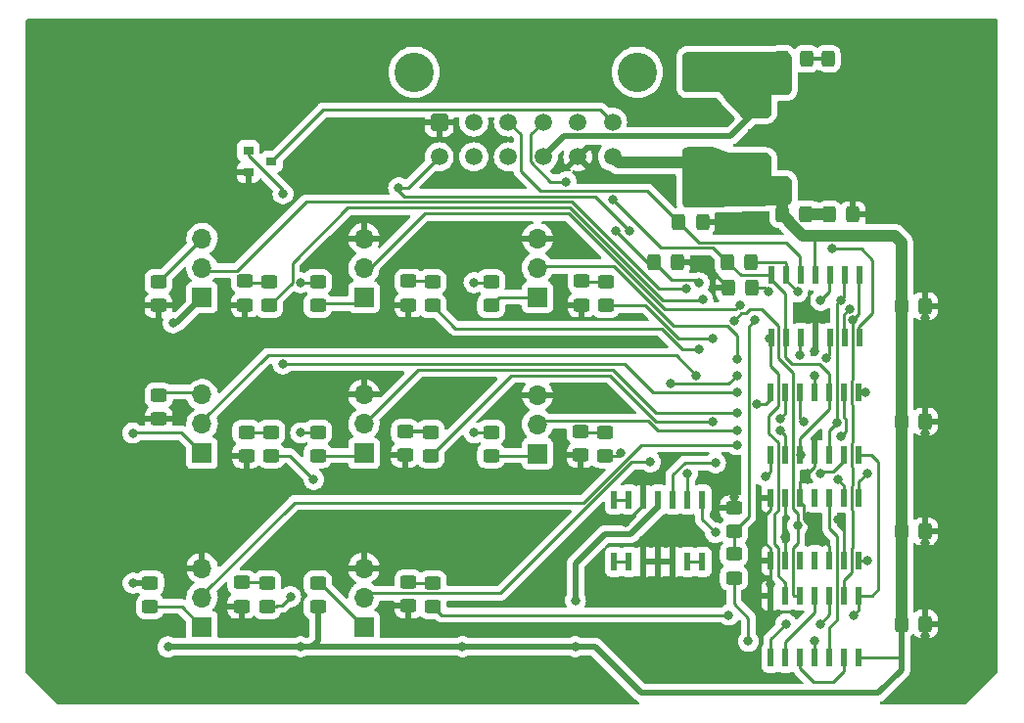
<source format=gtl>
G04 #@! TF.GenerationSoftware,KiCad,Pcbnew,(6.0.2)*
G04 #@! TF.CreationDate,2022-05-01T22:12:54+09:30*
G04 #@! TF.ProjectId,BSPD,42535044-2e6b-4696-9361-645f70636258,4*
G04 #@! TF.SameCoordinates,Original*
G04 #@! TF.FileFunction,Copper,L1,Top*
G04 #@! TF.FilePolarity,Positive*
%FSLAX46Y46*%
G04 Gerber Fmt 4.6, Leading zero omitted, Abs format (unit mm)*
G04 Created by KiCad (PCBNEW (6.0.2)) date 2022-05-01 22:12:54*
%MOMM*%
%LPD*%
G01*
G04 APERTURE LIST*
G04 Aperture macros list*
%AMRoundRect*
0 Rectangle with rounded corners*
0 $1 Rounding radius*
0 $2 $3 $4 $5 $6 $7 $8 $9 X,Y pos of 4 corners*
0 Add a 4 corners polygon primitive as box body*
4,1,4,$2,$3,$4,$5,$6,$7,$8,$9,$2,$3,0*
0 Add four circle primitives for the rounded corners*
1,1,$1+$1,$2,$3*
1,1,$1+$1,$4,$5*
1,1,$1+$1,$6,$7*
1,1,$1+$1,$8,$9*
0 Add four rect primitives between the rounded corners*
20,1,$1+$1,$2,$3,$4,$5,0*
20,1,$1+$1,$4,$5,$6,$7,0*
20,1,$1+$1,$6,$7,$8,$9,0*
20,1,$1+$1,$8,$9,$2,$3,0*%
G04 Aperture macros list end*
G04 #@! TA.AperFunction,SMDPad,CuDef*
%ADD10RoundRect,0.249550X-0.325450X-0.450450X0.325450X-0.450450X0.325450X0.450450X-0.325450X0.450450X0*%
G04 #@! TD*
G04 #@! TA.AperFunction,SMDPad,CuDef*
%ADD11RoundRect,0.250000X-0.325000X-0.450000X0.325000X-0.450000X0.325000X0.450000X-0.325000X0.450000X0*%
G04 #@! TD*
G04 #@! TA.AperFunction,SMDPad,CuDef*
%ADD12RoundRect,0.249550X0.450450X-0.325450X0.450450X0.325450X-0.450450X0.325450X-0.450450X-0.325450X0*%
G04 #@! TD*
G04 #@! TA.AperFunction,SMDPad,CuDef*
%ADD13RoundRect,0.250000X0.450000X-0.325000X0.450000X0.325000X-0.450000X0.325000X-0.450000X-0.325000X0*%
G04 #@! TD*
G04 #@! TA.AperFunction,SMDPad,CuDef*
%ADD14R,0.900000X0.800000*%
G04 #@! TD*
G04 #@! TA.AperFunction,SMDPad,CuDef*
%ADD15RoundRect,0.250000X-0.450000X0.325000X-0.450000X-0.325000X0.450000X-0.325000X0.450000X0.325000X0*%
G04 #@! TD*
G04 #@! TA.AperFunction,SMDPad,CuDef*
%ADD16R,1.600000X1.200000*%
G04 #@! TD*
G04 #@! TA.AperFunction,SMDPad,CuDef*
%ADD17R,1.600000X3.300000*%
G04 #@! TD*
G04 #@! TA.AperFunction,SMDPad,CuDef*
%ADD18R,0.600000X1.550000*%
G04 #@! TD*
G04 #@! TA.AperFunction,SMDPad,CuDef*
%ADD19RoundRect,0.250000X0.325000X0.450000X-0.325000X0.450000X-0.325000X-0.450000X0.325000X-0.450000X0*%
G04 #@! TD*
G04 #@! TA.AperFunction,ComponentPad*
%ADD20R,1.700000X1.700000*%
G04 #@! TD*
G04 #@! TA.AperFunction,ComponentPad*
%ADD21O,1.700000X1.700000*%
G04 #@! TD*
G04 #@! TA.AperFunction,ComponentPad*
%ADD22RoundRect,0.250001X-0.499999X-0.499999X0.499999X-0.499999X0.499999X0.499999X-0.499999X0.499999X0*%
G04 #@! TD*
G04 #@! TA.AperFunction,ComponentPad*
%ADD23C,1.500000*%
G04 #@! TD*
G04 #@! TA.AperFunction,ComponentPad*
%ADD24C,3.410000*%
G04 #@! TD*
G04 #@! TA.AperFunction,ViaPad*
%ADD25C,0.800000*%
G04 #@! TD*
G04 #@! TA.AperFunction,Conductor*
%ADD26C,0.250000*%
G04 #@! TD*
G04 #@! TA.AperFunction,Conductor*
%ADD27C,0.500000*%
G04 #@! TD*
G04 #@! TA.AperFunction,Conductor*
%ADD28C,1.000000*%
G04 #@! TD*
G04 #@! TA.AperFunction,Conductor*
%ADD29C,0.350000*%
G04 #@! TD*
G04 APERTURE END LIST*
D10*
X169475000Y-107500000D03*
D11*
X171525000Y-107500000D03*
D10*
X169475000Y-90000000D03*
D11*
X171525000Y-90000000D03*
D10*
X169475000Y-99500000D03*
D11*
X171525000Y-99500000D03*
D10*
X169475000Y-80000000D03*
D11*
X171525000Y-80000000D03*
D10*
X159175000Y-60600000D03*
D11*
X161225000Y-60600000D03*
D10*
X159175000Y-70000000D03*
D11*
X161225000Y-70000000D03*
D12*
X155000000Y-99525000D03*
D13*
X155000000Y-97475000D03*
D14*
X113000000Y-66550000D03*
X113000000Y-68450000D03*
X115000000Y-67500000D03*
D13*
X155000000Y-103525000D03*
X155000000Y-101475000D03*
D15*
X104500000Y-103950000D03*
X104500000Y-106000000D03*
X119000000Y-90900000D03*
X119000000Y-92950000D03*
D13*
X119000000Y-106025000D03*
X119000000Y-103975000D03*
D15*
X105250000Y-87725000D03*
X105250000Y-89775000D03*
X119000000Y-77900000D03*
X119000000Y-79950000D03*
X134000000Y-77900000D03*
X134000000Y-79950000D03*
D16*
X157000000Y-63000000D03*
D17*
X163400000Y-65300000D03*
D16*
X157000000Y-65300000D03*
X157000000Y-67600000D03*
D18*
X165810000Y-87500000D03*
X164540000Y-87500000D03*
X163270000Y-87500000D03*
X162000000Y-87500000D03*
X160730000Y-87500000D03*
X159460000Y-87500000D03*
X158190000Y-87500000D03*
X158190000Y-92900000D03*
X159460000Y-92900000D03*
X160730000Y-92900000D03*
X162000000Y-92900000D03*
X163270000Y-92900000D03*
X164540000Y-92900000D03*
X165810000Y-92900000D03*
X165810000Y-96600000D03*
X164540000Y-96600000D03*
X163270000Y-96600000D03*
X162000000Y-96600000D03*
X160730000Y-96600000D03*
X159460000Y-96600000D03*
X158190000Y-96600000D03*
X158190000Y-102000000D03*
X159460000Y-102000000D03*
X160730000Y-102000000D03*
X162000000Y-102000000D03*
X163270000Y-102000000D03*
X164540000Y-102000000D03*
X165810000Y-102000000D03*
X165810000Y-105050000D03*
X164540000Y-105050000D03*
X163270000Y-105050000D03*
X162000000Y-105050000D03*
X160730000Y-105050000D03*
X159460000Y-105050000D03*
X158190000Y-105050000D03*
X158190000Y-110450000D03*
X159460000Y-110450000D03*
X160730000Y-110450000D03*
X162000000Y-110450000D03*
X163270000Y-110450000D03*
X164540000Y-110450000D03*
X165810000Y-110450000D03*
D11*
X150225000Y-72750000D03*
X152275000Y-72750000D03*
D15*
X105230000Y-77900000D03*
X105230000Y-79950000D03*
X134000000Y-90900000D03*
X134000000Y-92950000D03*
D13*
X126555000Y-92905000D03*
X126555000Y-90855000D03*
X141755000Y-92905000D03*
X141755000Y-90855000D03*
X143855000Y-92950000D03*
X143855000Y-90900000D03*
X128755000Y-92950000D03*
X128755000Y-90900000D03*
X126855000Y-105955000D03*
X126855000Y-103905000D03*
X126855000Y-79905000D03*
X126855000Y-77855000D03*
X128955000Y-106000000D03*
X128955000Y-103950000D03*
X128905000Y-79950000D03*
X128905000Y-77900000D03*
X112730000Y-79905000D03*
X112730000Y-77855000D03*
X141830000Y-79905000D03*
X141830000Y-77855000D03*
X114780000Y-79950000D03*
X114780000Y-77900000D03*
X143905000Y-79950000D03*
X143905000Y-77900000D03*
X112830000Y-92950000D03*
X112830000Y-90900000D03*
X114980000Y-92950000D03*
X114980000Y-90900000D03*
X112405000Y-105975000D03*
X112405000Y-103925000D03*
X114605000Y-106000000D03*
X114605000Y-103950000D03*
D18*
X165865000Y-77350000D03*
X164595000Y-77350000D03*
X163325000Y-77350000D03*
X162055000Y-77350000D03*
X160785000Y-77350000D03*
X159515000Y-77350000D03*
X158245000Y-77350000D03*
X158245000Y-82750000D03*
X159515000Y-82750000D03*
X160785000Y-82750000D03*
X162055000Y-82750000D03*
X163325000Y-82750000D03*
X164595000Y-82750000D03*
X165865000Y-82750000D03*
D19*
X165280000Y-72075000D03*
X163230000Y-72075000D03*
D11*
X159180000Y-72050000D03*
X161230000Y-72050000D03*
D19*
X165180000Y-58600000D03*
X163130000Y-58600000D03*
D18*
X152265000Y-96750000D03*
X150995000Y-96750000D03*
X149725000Y-96750000D03*
X148455000Y-96750000D03*
X147185000Y-96750000D03*
X145915000Y-96750000D03*
X144645000Y-96750000D03*
X144645000Y-102150000D03*
X145915000Y-102150000D03*
X147185000Y-102150000D03*
X148455000Y-102150000D03*
X149725000Y-102150000D03*
X150995000Y-102150000D03*
X152265000Y-102150000D03*
D11*
X159205000Y-58600000D03*
X161255000Y-58600000D03*
X148050000Y-76250000D03*
X150100000Y-76250000D03*
D19*
X156550000Y-78400000D03*
X154500000Y-78400000D03*
D11*
X154450000Y-76200000D03*
X156500000Y-76200000D03*
D20*
X123000000Y-92750000D03*
D21*
X123000000Y-90210000D03*
X123000000Y-87670000D03*
D20*
X138000000Y-92790000D03*
D21*
X138000000Y-90250000D03*
X138000000Y-87710000D03*
D20*
X109000000Y-92750000D03*
D21*
X109000000Y-90210000D03*
X109000000Y-87670000D03*
D20*
X123000000Y-79250000D03*
D21*
X123000000Y-76710000D03*
X123000000Y-74170000D03*
D20*
X109000000Y-79250000D03*
D21*
X109000000Y-76710000D03*
X109000000Y-74170000D03*
D20*
X123000000Y-107750000D03*
D21*
X123000000Y-105210000D03*
X123000000Y-102670000D03*
D20*
X109000000Y-107750000D03*
D21*
X109000000Y-105210000D03*
X109000000Y-102670000D03*
D20*
X138000000Y-79250000D03*
D21*
X138000000Y-76710000D03*
X138000000Y-74170000D03*
D22*
X129500000Y-64085000D03*
D23*
X132500000Y-64085000D03*
X135500000Y-64085000D03*
X138500000Y-64085000D03*
X141500000Y-64085000D03*
X144500000Y-64085000D03*
X129500000Y-67085000D03*
X132500000Y-67085000D03*
X135500000Y-67085000D03*
X138500000Y-67085000D03*
X141500000Y-67085000D03*
X144500000Y-67085000D03*
D24*
X146650000Y-59765000D03*
X127350000Y-59765000D03*
D25*
X155000000Y-96500000D03*
X170000000Y-67500000D03*
X162500000Y-60000000D03*
X147190000Y-100230000D03*
X167500000Y-65000000D03*
X151500000Y-76250000D03*
X158190000Y-104025000D03*
X162500000Y-62500000D03*
X145660000Y-98700000D03*
X162500000Y-67500000D03*
X171525000Y-91025000D03*
X113000000Y-108000000D03*
X165000000Y-67500000D03*
X162000000Y-99500000D03*
X148450000Y-103770000D03*
X170000000Y-60000000D03*
X165000000Y-60000000D03*
X170000000Y-65000000D03*
X171525000Y-108525000D03*
X170000000Y-62500000D03*
X167500000Y-70000000D03*
X167500000Y-62500000D03*
X170332209Y-56780179D03*
X167500000Y-67500000D03*
X159460000Y-100040000D03*
X171525000Y-100525000D03*
X126955000Y-107450000D03*
X171525000Y-81025000D03*
X167500000Y-60000000D03*
X170000000Y-70000000D03*
X165000000Y-57500000D03*
X162000000Y-83875000D03*
X165000000Y-62500000D03*
X153750000Y-72750000D03*
X167500000Y-57500000D03*
X164000000Y-98500000D03*
X164253750Y-79503750D03*
X152000000Y-78000000D03*
X140500000Y-69250000D03*
X144750000Y-73500000D03*
X161000000Y-90000000D03*
X163914999Y-90085001D03*
X164250000Y-91250000D03*
X155250000Y-92000000D03*
X155250000Y-89250000D03*
X159000000Y-89750000D03*
X155250000Y-90750000D03*
X159000000Y-90750000D03*
X162500000Y-79500000D03*
X155500000Y-79900000D03*
X150899999Y-78500001D03*
X150995000Y-94504988D03*
X155250000Y-84629999D03*
X160730000Y-84230000D03*
X155250000Y-86000000D03*
X147750000Y-93500000D03*
X149500000Y-86750000D03*
X163000000Y-84500000D03*
X117525000Y-90975000D03*
X132525000Y-90975000D03*
X169500000Y-86000000D03*
X169500000Y-102000000D03*
X141290002Y-105470000D03*
X117525000Y-77975000D03*
X132525000Y-77975000D03*
X162000000Y-86000000D03*
X106050000Y-109500000D03*
X131525000Y-109475000D03*
X103025000Y-103975000D03*
X106500000Y-81450006D03*
X141275000Y-109475000D03*
X166500000Y-102000000D03*
X103000000Y-91000000D03*
X117525000Y-109475000D03*
X156830000Y-81200000D03*
X165000000Y-80250000D03*
X155250000Y-87500000D03*
X116000000Y-70274990D03*
X116000000Y-85000000D03*
X116655000Y-105150000D03*
X166360000Y-87500000D03*
X156250000Y-109000000D03*
X162000000Y-109000000D03*
X162500000Y-94500000D03*
X151750000Y-86000000D03*
X159500000Y-107500000D03*
X162500000Y-107500000D03*
X126000000Y-69770000D03*
X146000000Y-73500000D03*
X118655000Y-95000000D03*
X163500000Y-75000000D03*
X166500000Y-94500000D03*
X153155000Y-89975000D03*
X157000000Y-88500000D03*
X145239847Y-92734847D03*
X157737501Y-94762499D03*
X164000000Y-95035000D03*
X154555016Y-106750000D03*
X165355000Y-106750000D03*
X165290000Y-81210000D03*
X151980000Y-83750000D03*
X152300000Y-79450013D03*
X154991889Y-81247516D03*
X153400000Y-99600000D03*
X160487347Y-99012653D03*
X153191502Y-82786502D03*
X158109957Y-82850000D03*
X158000000Y-78775000D03*
X160500000Y-78775000D03*
X153400000Y-93575001D03*
X160810001Y-92900000D03*
X144500000Y-70774980D03*
D26*
X158190000Y-104025000D02*
X158190000Y-102000000D01*
X162000000Y-99500000D02*
X163270000Y-100770000D01*
X157640000Y-98175000D02*
X157640000Y-100425000D01*
X112405000Y-107405000D02*
X113000000Y-108000000D01*
X152350000Y-76250000D02*
X154500000Y-78400000D01*
X161000000Y-98500000D02*
X162000000Y-99500000D01*
X149725000Y-102150000D02*
X148455000Y-102150000D01*
X158190000Y-100975000D02*
X158190000Y-102000000D01*
X152275000Y-72750000D02*
X153750000Y-72750000D01*
X162000000Y-92900000D02*
X162000000Y-93925000D01*
X164540000Y-99040000D02*
X164000000Y-98500000D01*
X161000000Y-97200001D02*
X161000000Y-98500000D01*
X112405000Y-105975000D02*
X112405000Y-107405000D01*
X163270000Y-100770000D02*
X163270000Y-102000000D01*
X147185000Y-100235000D02*
X147190000Y-100230000D01*
X147185000Y-102150000D02*
X147185000Y-100235000D01*
X126855000Y-106000000D02*
X126855000Y-107350000D01*
X126855000Y-107350000D02*
X126955000Y-107450000D01*
X160730000Y-96930001D02*
X161000000Y-97200001D01*
D27*
X148455000Y-102150000D02*
X148455000Y-103765000D01*
D26*
X155000000Y-97475000D02*
X155000000Y-96500000D01*
X145660000Y-98700000D02*
X147185000Y-97175000D01*
D27*
X148455000Y-103765000D02*
X148450000Y-103770000D01*
D26*
X162000000Y-93925000D02*
X160730000Y-95195000D01*
X158190000Y-96600000D02*
X158190000Y-97625000D01*
X160730000Y-95195000D02*
X160730000Y-96600000D01*
X162000000Y-82850000D02*
X162000000Y-83875000D01*
X159460000Y-96600000D02*
X159460000Y-100040000D01*
D27*
X171525000Y-99500000D02*
X171525000Y-100525000D01*
D26*
X151500000Y-76250000D02*
X152350000Y-76250000D01*
X158190000Y-97625000D02*
X157640000Y-98175000D01*
X147185000Y-102150000D02*
X148455000Y-102150000D01*
X151500000Y-76250000D02*
X150100000Y-76250000D01*
X164540000Y-102000000D02*
X164540000Y-99040000D01*
D27*
X171525000Y-107500000D02*
X171525000Y-108525000D01*
X171525000Y-80000000D02*
X171525000Y-81025000D01*
D26*
X159460000Y-102000000D02*
X159460000Y-100040000D01*
X157640000Y-100425000D02*
X158190000Y-100975000D01*
X158190000Y-105050000D02*
X158190000Y-104025000D01*
D27*
X171525000Y-90000000D02*
X171525000Y-91025000D01*
D26*
X138300480Y-70050480D02*
X136574511Y-68324511D01*
X150225000Y-72750000D02*
X147525480Y-70050480D01*
X160730000Y-75730000D02*
X160730000Y-77295000D01*
X150225000Y-72750000D02*
X151975000Y-74500000D01*
X151975000Y-74500000D02*
X159500000Y-74500000D01*
X136574511Y-65159511D02*
X135500000Y-64085000D01*
X147525480Y-70050480D02*
X138300480Y-70050480D01*
X159500000Y-74500000D02*
X160730000Y-75730000D01*
X136574511Y-68324511D02*
X136574511Y-65159511D01*
X163914999Y-90085001D02*
X163270000Y-90730000D01*
X152000000Y-78000000D02*
X151775000Y-77775000D01*
X160730000Y-87500000D02*
X160730000Y-89730000D01*
X163950001Y-86429997D02*
X163914999Y-86464999D01*
X151775000Y-77775000D02*
X149575000Y-77775000D01*
X140500000Y-69250000D02*
X139145411Y-69250000D01*
X149575000Y-77775000D02*
X148050000Y-76250000D01*
X164540000Y-79217500D02*
X164253750Y-79503750D01*
X163270000Y-90730000D02*
X163270000Y-92900000D01*
X163914999Y-86464999D02*
X163914999Y-90085001D01*
X147500000Y-76250000D02*
X148050000Y-76250000D01*
X164540000Y-77450000D02*
X164540000Y-79217500D01*
X163950001Y-79807499D02*
X163950001Y-86429997D01*
X139145411Y-69250000D02*
X137425489Y-67530078D01*
X137425489Y-67530078D02*
X137425489Y-65159511D01*
X160730000Y-89730000D02*
X161000000Y-90000000D01*
X137425489Y-65159511D02*
X138500000Y-64085000D01*
X144750000Y-73500000D02*
X147500000Y-76250000D01*
X164253750Y-79503750D02*
X163950001Y-79807499D01*
X164640000Y-90860000D02*
X164250000Y-91250000D01*
X117000000Y-97000000D02*
X142000000Y-97000000D01*
X164540000Y-89637000D02*
X164640000Y-89737000D01*
X142000000Y-97000000D02*
X147000000Y-92000000D01*
X109000000Y-105210000D02*
X109000000Y-105000000D01*
X164640000Y-89737000D02*
X164640000Y-90860000D01*
X147000000Y-92000000D02*
X155250000Y-92000000D01*
X164540000Y-87500000D02*
X164540000Y-89637000D01*
X109000000Y-105000000D02*
X117000000Y-97000000D01*
X159460000Y-89290000D02*
X159000000Y-89750000D01*
X155250000Y-89250000D02*
X148250000Y-89250000D01*
X148250000Y-89250000D02*
X144500000Y-85500000D01*
X123000000Y-90210000D02*
X127710000Y-85500000D01*
X159460000Y-87500000D02*
X159460000Y-89290000D01*
X127710000Y-85500000D02*
X144500000Y-85500000D01*
X159460000Y-91210000D02*
X159000000Y-90750000D01*
X159460000Y-92900000D02*
X159460000Y-91210000D01*
X155250000Y-90750000D02*
X148406470Y-90750000D01*
X148406470Y-90750000D02*
X147611460Y-89954990D01*
X147611460Y-89954990D02*
X138295010Y-89954990D01*
X140691410Y-72000000D02*
X148991409Y-80299999D01*
X155100001Y-80299999D02*
X155500000Y-79900000D01*
X123540000Y-76710000D02*
X128250000Y-72000000D01*
X163270000Y-78730000D02*
X162500000Y-79500000D01*
X123000000Y-76710000D02*
X123540000Y-76710000D01*
X163270000Y-77450000D02*
X163270000Y-78730000D01*
X148991409Y-80299999D02*
X155100001Y-80299999D01*
X128250000Y-72000000D02*
X140691410Y-72000000D01*
X112036810Y-76960000D02*
X117996810Y-71000000D01*
X141000000Y-71000000D02*
X148500000Y-78500000D01*
X117996810Y-71000000D02*
X141000000Y-71000000D01*
X148500000Y-78500000D02*
X150899999Y-78500001D01*
X150995000Y-96750000D02*
X150995000Y-94504988D01*
X109250000Y-76960000D02*
X112036810Y-76960000D01*
X109000000Y-76710000D02*
X109250000Y-76960000D01*
X149790585Y-81735585D02*
X154406954Y-81735585D01*
X138000000Y-76710000D02*
X138160000Y-76550000D01*
X144605000Y-76550000D02*
X149790585Y-81735585D01*
X154406954Y-81735585D02*
X155250000Y-82578631D01*
X160730000Y-82850000D02*
X160730000Y-84230000D01*
X138160000Y-76550000D02*
X144605000Y-76550000D01*
X155250000Y-82578631D02*
X155250000Y-84629999D01*
X155250000Y-86000000D02*
X154500000Y-86750000D01*
X134821458Y-104849520D02*
X123360480Y-104849520D01*
X146170978Y-93500000D02*
X134821458Y-104849520D01*
X154500000Y-86750000D02*
X149500000Y-86750000D01*
X123360480Y-104849520D02*
X123000000Y-105210000D01*
X163270000Y-84230000D02*
X163000000Y-84500000D01*
X147750000Y-93500000D02*
X146170978Y-93500000D01*
X163270000Y-82850000D02*
X163270000Y-84230000D01*
X119000000Y-90975000D02*
X117525000Y-90975000D01*
X134000000Y-90975000D02*
X132525000Y-90975000D01*
X165810000Y-110450000D02*
X169250000Y-110450000D01*
D28*
X159803372Y-72741892D02*
X160961479Y-73899999D01*
D27*
X148455000Y-97365002D02*
X146080002Y-99740000D01*
X141290002Y-102289998D02*
X141290002Y-105470000D01*
D26*
X162000000Y-87500000D02*
X162000000Y-86000000D01*
D27*
X119000000Y-108950000D02*
X118475000Y-109475000D01*
X169475000Y-111525000D02*
X169475000Y-107500000D01*
D28*
X169475000Y-99500000D02*
X169475000Y-90000000D01*
D27*
X103050000Y-103950000D02*
X103025000Y-103975000D01*
D26*
X162000000Y-77450000D02*
X162000000Y-76425000D01*
D28*
X159803372Y-72673372D02*
X159803372Y-72741892D01*
X169475000Y-80000000D02*
X169475000Y-74475000D01*
D27*
X143840000Y-99740000D02*
X141290002Y-102289998D01*
X118475000Y-109475000D02*
X123025000Y-109475000D01*
D28*
X145015000Y-67600000D02*
X144500000Y-67085000D01*
X169475000Y-107500000D02*
X169475000Y-99500000D01*
D26*
X161955001Y-76380001D02*
X161955001Y-73899999D01*
D27*
X117525000Y-109475000D02*
X118475000Y-109475000D01*
X123025000Y-109475000D02*
X131525000Y-109475000D01*
D28*
X168899999Y-73899999D02*
X169475000Y-74475000D01*
D27*
X104500000Y-103950000D02*
X103050000Y-103950000D01*
X146080002Y-99740000D02*
X143840000Y-99740000D01*
X109000000Y-79250000D02*
X106800000Y-81450000D01*
D28*
X169475000Y-89300000D02*
X169475000Y-80000000D01*
X169475000Y-90000000D02*
X169475000Y-89300000D01*
D26*
X134000000Y-77975000D02*
X132525000Y-77975000D01*
X103000000Y-91000000D02*
X103025000Y-90975000D01*
D28*
X161955001Y-73899999D02*
X168899999Y-73899999D01*
D27*
X141275000Y-109475000D02*
X142975000Y-109475000D01*
X119000000Y-106025000D02*
X119000000Y-108950000D01*
X131525000Y-109475000D02*
X141275000Y-109475000D01*
X142975000Y-109475000D02*
X147000000Y-113500000D01*
D28*
X159175000Y-70000000D02*
X159175000Y-72045000D01*
X160961479Y-73899999D02*
X161955001Y-73899999D01*
D26*
X107225000Y-90975000D02*
X109000000Y-92750000D01*
D27*
X117500000Y-109500000D02*
X117525000Y-109475000D01*
D26*
X169250000Y-110450000D02*
X169475000Y-110225000D01*
D27*
X106050000Y-109500000D02*
X117500000Y-109500000D01*
D26*
X119000000Y-77975000D02*
X117525000Y-77975000D01*
X103025000Y-90975000D02*
X107225000Y-90975000D01*
X162000000Y-76425000D02*
X161955001Y-76380001D01*
D27*
X106800000Y-81450000D02*
X106500006Y-81450000D01*
D26*
X165810000Y-102000000D02*
X166500000Y-102000000D01*
D27*
X106500006Y-81450000D02*
X106500000Y-81450006D01*
D26*
X169475000Y-110225000D02*
X169475000Y-107500000D01*
D27*
X147000000Y-113500000D02*
X167500000Y-113500000D01*
X167500000Y-113500000D02*
X169475000Y-111525000D01*
D28*
X157000000Y-67600000D02*
X145015000Y-67600000D01*
X159180000Y-72050000D02*
X159803372Y-72673372D01*
D27*
X148455000Y-96750000D02*
X148455000Y-97365002D01*
X140300489Y-65284511D02*
X138500000Y-67085000D01*
X154715489Y-65284511D02*
X140300489Y-65284511D01*
X157000000Y-63000000D02*
X154715489Y-65284511D01*
D26*
X156270001Y-98254999D02*
X156270001Y-81759999D01*
X164540000Y-82850000D02*
X164540000Y-80710000D01*
X156270001Y-81759999D02*
X156830000Y-81200000D01*
X155000000Y-99525000D02*
X156270001Y-98254999D01*
X155000000Y-101475000D02*
X155000000Y-99525000D01*
X164540000Y-80710000D02*
X165000000Y-80250000D01*
X143425489Y-63010489D02*
X144500000Y-64085000D01*
X115000000Y-67500000D02*
X119489511Y-63010489D01*
X119489511Y-63010489D02*
X143425489Y-63010489D01*
X115480000Y-105925000D02*
X115880000Y-105925000D01*
X113000000Y-66959305D02*
X116000000Y-69959305D01*
X148000000Y-87500000D02*
X145500000Y-85000000D01*
X113000000Y-66550000D02*
X113000000Y-66959305D01*
X155250000Y-87500000D02*
X148000000Y-87500000D01*
X114605000Y-106000000D02*
X115405000Y-106000000D01*
X116000000Y-69959305D02*
X116000000Y-70274990D01*
X165810000Y-87500000D02*
X166360000Y-87500000D01*
X115405000Y-106000000D02*
X115480000Y-105925000D01*
X115880000Y-105925000D02*
X116655000Y-105150000D01*
X145500000Y-85000000D02*
X116000000Y-85000000D01*
X155000000Y-103525000D02*
X155000000Y-105750000D01*
X155000000Y-105750000D02*
X156250000Y-107000000D01*
X162000000Y-110450000D02*
X162000000Y-109000000D01*
X156250000Y-107000000D02*
X156250000Y-109000000D01*
X104500000Y-106000000D02*
X107250000Y-106000000D01*
X107250000Y-106000000D02*
X109000000Y-107750000D01*
X119000000Y-92950000D02*
X122800000Y-92950000D01*
X134000000Y-92950000D02*
X137840000Y-92950000D01*
X162690001Y-94309999D02*
X162500000Y-94500000D01*
X164540000Y-93385000D02*
X163615001Y-94309999D01*
X150025489Y-84275489D02*
X114684511Y-84275489D01*
X109000000Y-89960000D02*
X109000000Y-90210000D01*
X114684511Y-84275489D02*
X109000000Y-89960000D01*
X151750000Y-86000000D02*
X150025489Y-84275489D01*
X163615001Y-94309999D02*
X162690001Y-94309999D01*
X105515000Y-87460000D02*
X108790000Y-87460000D01*
X105250000Y-87725000D02*
X105515000Y-87460000D01*
X108790000Y-87460000D02*
X109000000Y-87670000D01*
X119000000Y-79950000D02*
X119160000Y-79790000D01*
X119160000Y-79790000D02*
X122460000Y-79790000D01*
X122460000Y-79790000D02*
X123000000Y-79250000D01*
X105270000Y-77900000D02*
X105230000Y-77900000D01*
X109000000Y-74170000D02*
X105270000Y-77900000D01*
X134000000Y-79950000D02*
X134700000Y-79250000D01*
X134700000Y-79250000D02*
X138000000Y-79250000D01*
X163270000Y-107827500D02*
X163914999Y-107182501D01*
X163914999Y-99914999D02*
X163270000Y-99270000D01*
X163914999Y-107182501D02*
X163914999Y-99914999D01*
X163270000Y-99270000D02*
X163270000Y-96600000D01*
X163270000Y-110450000D02*
X163270000Y-107827500D01*
X158190000Y-110450000D02*
X158190000Y-108810000D01*
X162500000Y-107500000D02*
X163270000Y-106730000D01*
X158190000Y-108810000D02*
X159500000Y-107500000D01*
X163270000Y-106730000D02*
X163270000Y-105050000D01*
X159460000Y-110450000D02*
X159460000Y-109032500D01*
X159460000Y-109032500D02*
X162000000Y-106492500D01*
X162000000Y-106492500D02*
X162000000Y-105050000D01*
X163615000Y-112500000D02*
X164540000Y-111575000D01*
X160730000Y-110450000D02*
X160730000Y-111375000D01*
X164540000Y-111575000D02*
X164540000Y-110450000D01*
X160730000Y-111375000D02*
X161855000Y-112500000D01*
X161855000Y-112500000D02*
X163615000Y-112500000D01*
X165810000Y-81825000D02*
X167000000Y-80635000D01*
X126500000Y-70500000D02*
X126000000Y-70000000D01*
X146000000Y-73500000D02*
X143000000Y-70500000D01*
X167000000Y-80635000D02*
X167000000Y-76000000D01*
X114980000Y-92950000D02*
X116605000Y-92950000D01*
X165810000Y-82850000D02*
X165810000Y-81825000D01*
X116605000Y-92950000D02*
X118655000Y-95000000D01*
X126000000Y-70000000D02*
X126000000Y-69770000D01*
X143000000Y-70500000D02*
X126500000Y-70500000D01*
X166000000Y-75000000D02*
X163500000Y-75000000D01*
X167000000Y-76000000D02*
X166000000Y-75000000D01*
X126000000Y-69770000D02*
X126815000Y-69770000D01*
X126815000Y-69770000D02*
X129500000Y-67085000D01*
D29*
X126555000Y-90825000D02*
X128730000Y-90825000D01*
D26*
X141755000Y-90925000D02*
X143830000Y-90925000D01*
X128800000Y-92950000D02*
X135750000Y-86000000D01*
X165810000Y-95190000D02*
X166500000Y-94500000D01*
X148267880Y-89975000D02*
X153155000Y-89975000D01*
X157000000Y-88500000D02*
X157750000Y-88500000D01*
X135750000Y-86000000D02*
X144292880Y-86000000D01*
X144292880Y-86000000D02*
X148267880Y-89975000D01*
X165810000Y-96600000D02*
X165810000Y-95190000D01*
X157750000Y-88500000D02*
X158190000Y-88060000D01*
X164540000Y-95575000D02*
X164000000Y-95035000D01*
X157737501Y-94762499D02*
X158190000Y-94310000D01*
X143855000Y-92950000D02*
X145024694Y-92950000D01*
X145024694Y-92950000D02*
X145239847Y-92734847D01*
X158190000Y-94310000D02*
X158190000Y-92900000D01*
X164540000Y-96600000D02*
X164540000Y-95575000D01*
X128955000Y-103950000D02*
X126855000Y-103950000D01*
X126855000Y-77825000D02*
X128855000Y-77825000D01*
X128955000Y-106000000D02*
X129705000Y-106750000D01*
X165810000Y-106295000D02*
X165355000Y-106750000D01*
X129705000Y-106750000D02*
X154555016Y-106750000D01*
X165810000Y-105050000D02*
X165810000Y-106295000D01*
X165810000Y-105050000D02*
X166950000Y-105050000D01*
X166950000Y-105050000D02*
X167500000Y-104500000D01*
X166900000Y-92900000D02*
X165810000Y-92900000D01*
X167500000Y-93500000D02*
X166900000Y-92900000D01*
X167500000Y-104500000D02*
X167500000Y-93500000D01*
X165184999Y-93935001D02*
X165184999Y-91864999D01*
X165249999Y-88600001D02*
X165170000Y-88520002D01*
X165249999Y-91799999D02*
X165300000Y-91799999D01*
X165249999Y-100899999D02*
X165300000Y-100899999D01*
X165216249Y-103066251D02*
X165184999Y-103035001D01*
X165239999Y-81714999D02*
X165300000Y-81654998D01*
X148718590Y-81950000D02*
X150518590Y-83750000D01*
X165300000Y-100899999D02*
X165300000Y-97700001D01*
X165300000Y-88600001D02*
X165249999Y-88600001D01*
X165300000Y-94000001D02*
X165249999Y-94000001D01*
X165300000Y-91799999D02*
X165300000Y-88600001D01*
X165249999Y-94000001D02*
X165184999Y-93935001D01*
X165184999Y-97635001D02*
X165184999Y-95564999D01*
X165810000Y-80690000D02*
X165810000Y-77450000D01*
X165184999Y-95564999D02*
X165249999Y-95499999D01*
X130930000Y-81950000D02*
X148718590Y-81950000D01*
X164540000Y-105050000D02*
X164540000Y-103742500D01*
X165184999Y-103035001D02*
X165184999Y-100964999D01*
X164540000Y-103742500D02*
X165216249Y-103066251D01*
X165184999Y-100964999D02*
X165249999Y-100899999D01*
X165249999Y-95499999D02*
X165300000Y-95499999D01*
X165290000Y-81210000D02*
X165810000Y-80690000D01*
X128855000Y-79875000D02*
X130930000Y-81950000D01*
X165249999Y-97700001D02*
X165184999Y-97635001D01*
X165300000Y-97700001D02*
X165249999Y-97700001D01*
X150518590Y-83750000D02*
X151980000Y-83750000D01*
X165249999Y-86399999D02*
X165239999Y-86399999D01*
X165300000Y-95499999D02*
X165300000Y-94000001D01*
X165300000Y-81220000D02*
X165290000Y-81210000D01*
X165300000Y-81654998D02*
X165300000Y-81220000D01*
X165170000Y-86479998D02*
X165249999Y-86399999D01*
X165239999Y-86399999D02*
X165239999Y-81714999D01*
X165170000Y-88520002D02*
X165170000Y-86479998D01*
X165184999Y-91864999D02*
X165249999Y-91799999D01*
X113000000Y-77975000D02*
X114475000Y-77975000D01*
X141830000Y-77925000D02*
X143880000Y-77925000D01*
X160500000Y-100500000D02*
X160500000Y-98000000D01*
X114755000Y-80000000D02*
X116799999Y-77955001D01*
X152274998Y-79500000D02*
X148827820Y-79500000D01*
X160730000Y-105050000D02*
X160180000Y-105050000D01*
X152300000Y-79450013D02*
X152274998Y-79475015D01*
X160085001Y-85753002D02*
X158870001Y-84538002D01*
X158870001Y-81714999D02*
X157430001Y-80274999D01*
X152265000Y-96750000D02*
X152265000Y-98465000D01*
X152274998Y-79475015D02*
X152274998Y-79500000D01*
X160085001Y-97585001D02*
X160085001Y-85753002D01*
X152265000Y-98465000D02*
X153400000Y-99600000D01*
X160085001Y-100914999D02*
X160500000Y-100500000D01*
X156398003Y-80274999D02*
X156048001Y-80625001D01*
X158870001Y-84538002D02*
X158870001Y-81714999D01*
X148827820Y-79500000D02*
X140827820Y-71500000D01*
X116799999Y-76280001D02*
X116799999Y-77955001D01*
X156048001Y-80625001D02*
X155614404Y-80625001D01*
X121580000Y-71500000D02*
X116799999Y-76280001D01*
X160085001Y-104955001D02*
X160085001Y-100914999D01*
X140827820Y-71500000D02*
X121580000Y-71500000D01*
X160180000Y-105050000D02*
X160085001Y-104955001D01*
X155614404Y-80625001D02*
X154991889Y-81247516D01*
X160500000Y-98000000D02*
X160085001Y-97585001D01*
X157430001Y-80274999D02*
X156398003Y-80274999D01*
X158834999Y-100964999D02*
X158500000Y-100630000D01*
X150191502Y-82786502D02*
X153191502Y-82786502D01*
X147355000Y-79950000D02*
X150191502Y-82786502D01*
X158000000Y-89500000D02*
X158834999Y-88665001D01*
X158500000Y-100630000D02*
X158500000Y-98000000D01*
X158000000Y-91000000D02*
X158000000Y-89500000D01*
X158834999Y-88665001D02*
X158834999Y-85834999D01*
X158834999Y-103334999D02*
X158834999Y-100964999D01*
X159460000Y-103960000D02*
X158834999Y-103334999D01*
X158190000Y-85190000D02*
X158190000Y-82850000D01*
X159460000Y-105050000D02*
X159460000Y-103960000D01*
X158500000Y-98000000D02*
X158815001Y-97684999D01*
X158815001Y-91815001D02*
X158000000Y-91000000D01*
X158815001Y-97684999D02*
X158815001Y-91815001D01*
X143905000Y-79950000D02*
X147355000Y-79950000D01*
X158834999Y-85834999D02*
X158190000Y-85190000D01*
X112830000Y-90900000D02*
X114980000Y-90900000D01*
X112405000Y-103925000D02*
X114580000Y-103925000D01*
D29*
X161255000Y-58600000D02*
X163130000Y-58600000D01*
D28*
X161230000Y-72050000D02*
X163205000Y-72050000D01*
D26*
X156500000Y-76200000D02*
X159390000Y-76200000D01*
X159390000Y-76200000D02*
X159515000Y-76325000D01*
X160500000Y-78775000D02*
X159515000Y-77790000D01*
X159515000Y-76325000D02*
X159515000Y-77350000D01*
X156550000Y-78400000D02*
X157625000Y-78400000D01*
X157625000Y-78400000D02*
X158000000Y-78775000D01*
X160730000Y-92900000D02*
X160730000Y-91442500D01*
X160730000Y-91442500D02*
X163270000Y-88902500D01*
X154450000Y-76200000D02*
X153199520Y-74949520D01*
X160000000Y-85000000D02*
X159460000Y-84460000D01*
X150751995Y-93575001D02*
X153400000Y-93575001D01*
X149725000Y-94601996D02*
X150751995Y-93575001D01*
X163270000Y-85847500D02*
X162422500Y-85000000D01*
X154450000Y-76200000D02*
X155600000Y-77350000D01*
X163270000Y-88902500D02*
X163270000Y-85847500D01*
X159460000Y-84460000D02*
X159460000Y-78955002D01*
X155600000Y-77350000D02*
X158245000Y-77350000D01*
X159460000Y-78955002D02*
X158245000Y-77740002D01*
X148699520Y-74949520D02*
X144500000Y-70750000D01*
X153199520Y-74949520D02*
X148699520Y-74949520D01*
X149725000Y-96750000D02*
X149725000Y-94601996D01*
X144500000Y-70750000D02*
X144500000Y-70774980D01*
X162422500Y-85000000D02*
X160000000Y-85000000D01*
X144645000Y-102150000D02*
X145915000Y-102150000D01*
X144645000Y-96750000D02*
X145915000Y-96750000D01*
X150995000Y-102150000D02*
X152265000Y-102150000D01*
X119000000Y-103975000D02*
X119225000Y-103975000D01*
X119225000Y-103975000D02*
X123000000Y-107750000D01*
G04 #@! TA.AperFunction,Conductor*
G36*
X177774121Y-55178436D02*
G01*
X177820614Y-55232092D01*
X177832000Y-55284434D01*
X177832000Y-111669822D01*
X177811998Y-111737943D01*
X177795095Y-111758917D01*
X175118484Y-114435529D01*
X175056172Y-114469555D01*
X175029389Y-114472434D01*
X167760511Y-114472434D01*
X167692390Y-114452432D01*
X167645897Y-114398776D01*
X167635793Y-114328502D01*
X167665287Y-114263922D01*
X167717517Y-114227996D01*
X167744327Y-114218265D01*
X167748455Y-114216848D01*
X167810936Y-114196607D01*
X167810938Y-114196606D01*
X167817899Y-114194351D01*
X167824154Y-114190555D01*
X167829628Y-114188049D01*
X167835058Y-114185330D01*
X167841937Y-114182833D01*
X167887690Y-114152836D01*
X167902976Y-114142814D01*
X167906680Y-114140477D01*
X167969107Y-114102595D01*
X167977484Y-114095197D01*
X167977508Y-114095224D01*
X167980500Y-114092571D01*
X167983733Y-114089868D01*
X167989852Y-114085856D01*
X168043128Y-114029617D01*
X168045506Y-114027175D01*
X169963911Y-112108770D01*
X169978323Y-112096384D01*
X169989918Y-112087851D01*
X169989923Y-112087846D01*
X169995818Y-112083508D01*
X170000557Y-112077930D01*
X170000560Y-112077927D01*
X170030035Y-112043232D01*
X170036965Y-112035716D01*
X170042661Y-112030020D01*
X170044924Y-112027159D01*
X170044929Y-112027154D01*
X170060293Y-112007734D01*
X170063082Y-112004333D01*
X170071207Y-111994769D01*
X170110333Y-111948715D01*
X170113659Y-111942202D01*
X170117020Y-111937163D01*
X170120196Y-111932021D01*
X170124734Y-111926284D01*
X170155655Y-111860125D01*
X170157561Y-111856225D01*
X170165694Y-111840298D01*
X170190769Y-111791192D01*
X170192508Y-111784083D01*
X170194604Y-111778449D01*
X170196523Y-111772679D01*
X170199622Y-111766050D01*
X170201296Y-111758006D01*
X170214490Y-111694571D01*
X170215461Y-111690282D01*
X170215810Y-111688856D01*
X170232808Y-111619390D01*
X170233500Y-111608236D01*
X170233535Y-111608238D01*
X170233775Y-111604266D01*
X170234152Y-111600045D01*
X170235641Y-111592885D01*
X170233546Y-111515458D01*
X170233500Y-111512050D01*
X170233500Y-108640912D01*
X170253502Y-108572791D01*
X170274998Y-108549054D01*
X170274517Y-108548573D01*
X170394227Y-108428654D01*
X170399400Y-108423472D01*
X170402208Y-108418916D01*
X170459463Y-108378322D01*
X170530386Y-108375089D01*
X170591798Y-108410713D01*
X170599175Y-108419211D01*
X170607097Y-108429206D01*
X170721829Y-108543739D01*
X170733240Y-108552751D01*
X170871243Y-108637816D01*
X170884424Y-108643963D01*
X171038710Y-108695138D01*
X171052086Y-108698005D01*
X171146438Y-108707672D01*
X171152854Y-108708000D01*
X171252885Y-108708000D01*
X171268124Y-108703525D01*
X171269329Y-108702135D01*
X171271000Y-108694452D01*
X171271000Y-108689884D01*
X171779000Y-108689884D01*
X171783475Y-108705123D01*
X171784865Y-108706328D01*
X171792548Y-108707999D01*
X171897095Y-108707999D01*
X171903614Y-108707662D01*
X171999206Y-108697743D01*
X172012600Y-108694851D01*
X172166784Y-108643412D01*
X172179962Y-108637239D01*
X172317807Y-108551937D01*
X172329208Y-108542901D01*
X172443739Y-108428171D01*
X172452751Y-108416760D01*
X172537816Y-108278757D01*
X172543963Y-108265576D01*
X172595138Y-108111290D01*
X172598005Y-108097914D01*
X172607672Y-108003562D01*
X172608000Y-107997146D01*
X172608000Y-107772115D01*
X172603525Y-107756876D01*
X172602135Y-107755671D01*
X172594452Y-107754000D01*
X171797115Y-107754000D01*
X171781876Y-107758475D01*
X171780671Y-107759865D01*
X171779000Y-107767548D01*
X171779000Y-108689884D01*
X171271000Y-108689884D01*
X171271000Y-107227885D01*
X171779000Y-107227885D01*
X171783475Y-107243124D01*
X171784865Y-107244329D01*
X171792548Y-107246000D01*
X172589884Y-107246000D01*
X172605123Y-107241525D01*
X172606328Y-107240135D01*
X172607999Y-107232452D01*
X172607999Y-107002905D01*
X172607662Y-106996386D01*
X172597743Y-106900794D01*
X172594851Y-106887400D01*
X172543412Y-106733216D01*
X172537239Y-106720038D01*
X172451937Y-106582193D01*
X172442901Y-106570792D01*
X172328171Y-106456261D01*
X172316760Y-106447249D01*
X172178757Y-106362184D01*
X172165576Y-106356037D01*
X172011290Y-106304862D01*
X171997914Y-106301995D01*
X171903562Y-106292328D01*
X171897145Y-106292000D01*
X171797115Y-106292000D01*
X171781876Y-106296475D01*
X171780671Y-106297865D01*
X171779000Y-106305548D01*
X171779000Y-107227885D01*
X171271000Y-107227885D01*
X171271000Y-106310116D01*
X171266525Y-106294877D01*
X171265135Y-106293672D01*
X171257452Y-106292001D01*
X171152905Y-106292001D01*
X171146386Y-106292338D01*
X171050794Y-106302257D01*
X171037400Y-106305149D01*
X170883216Y-106356588D01*
X170870038Y-106362761D01*
X170732193Y-106448063D01*
X170720791Y-106457100D01*
X170698672Y-106479257D01*
X170636389Y-106513335D01*
X170565569Y-106508332D01*
X170508697Y-106465834D01*
X170483829Y-106399335D01*
X170483500Y-106390238D01*
X170483500Y-100609641D01*
X170503502Y-100541520D01*
X170557158Y-100495027D01*
X170627432Y-100484923D01*
X170692012Y-100514417D01*
X170698519Y-100520469D01*
X170721829Y-100543739D01*
X170733240Y-100552751D01*
X170871243Y-100637816D01*
X170884424Y-100643963D01*
X171038710Y-100695138D01*
X171052086Y-100698005D01*
X171146438Y-100707672D01*
X171152854Y-100708000D01*
X171252885Y-100708000D01*
X171268124Y-100703525D01*
X171269329Y-100702135D01*
X171271000Y-100694452D01*
X171271000Y-100689884D01*
X171779000Y-100689884D01*
X171783475Y-100705123D01*
X171784865Y-100706328D01*
X171792548Y-100707999D01*
X171897095Y-100707999D01*
X171903614Y-100707662D01*
X171999206Y-100697743D01*
X172012600Y-100694851D01*
X172166784Y-100643412D01*
X172179962Y-100637239D01*
X172317807Y-100551937D01*
X172329208Y-100542901D01*
X172443739Y-100428171D01*
X172452751Y-100416760D01*
X172537816Y-100278757D01*
X172543963Y-100265576D01*
X172595138Y-100111290D01*
X172598005Y-100097914D01*
X172607672Y-100003562D01*
X172608000Y-99997146D01*
X172608000Y-99772115D01*
X172603525Y-99756876D01*
X172602135Y-99755671D01*
X172594452Y-99754000D01*
X171797115Y-99754000D01*
X171781876Y-99758475D01*
X171780671Y-99759865D01*
X171779000Y-99767548D01*
X171779000Y-100689884D01*
X171271000Y-100689884D01*
X171271000Y-99227885D01*
X171779000Y-99227885D01*
X171783475Y-99243124D01*
X171784865Y-99244329D01*
X171792548Y-99246000D01*
X172589884Y-99246000D01*
X172605123Y-99241525D01*
X172606328Y-99240135D01*
X172607999Y-99232452D01*
X172607999Y-99002905D01*
X172607662Y-98996386D01*
X172597743Y-98900794D01*
X172594851Y-98887400D01*
X172543412Y-98733216D01*
X172537239Y-98720038D01*
X172451937Y-98582193D01*
X172442901Y-98570792D01*
X172328171Y-98456261D01*
X172316760Y-98447249D01*
X172178757Y-98362184D01*
X172165576Y-98356037D01*
X172011290Y-98304862D01*
X171997914Y-98301995D01*
X171903562Y-98292328D01*
X171897145Y-98292000D01*
X171797115Y-98292000D01*
X171781876Y-98296475D01*
X171780671Y-98297865D01*
X171779000Y-98305548D01*
X171779000Y-99227885D01*
X171271000Y-99227885D01*
X171271000Y-98310116D01*
X171266525Y-98294877D01*
X171265135Y-98293672D01*
X171257452Y-98292001D01*
X171152905Y-98292001D01*
X171146386Y-98292338D01*
X171050794Y-98302257D01*
X171037400Y-98305149D01*
X170883216Y-98356588D01*
X170870038Y-98362761D01*
X170732193Y-98448063D01*
X170720791Y-98457100D01*
X170698672Y-98479257D01*
X170636389Y-98513335D01*
X170565569Y-98508332D01*
X170508697Y-98465834D01*
X170483829Y-98399335D01*
X170483500Y-98390238D01*
X170483500Y-91109641D01*
X170503502Y-91041520D01*
X170557158Y-90995027D01*
X170627432Y-90984923D01*
X170692012Y-91014417D01*
X170698519Y-91020469D01*
X170721829Y-91043739D01*
X170733240Y-91052751D01*
X170871243Y-91137816D01*
X170884424Y-91143963D01*
X171038710Y-91195138D01*
X171052086Y-91198005D01*
X171146438Y-91207672D01*
X171152854Y-91208000D01*
X171252885Y-91208000D01*
X171268124Y-91203525D01*
X171269329Y-91202135D01*
X171271000Y-91194452D01*
X171271000Y-91189884D01*
X171779000Y-91189884D01*
X171783475Y-91205123D01*
X171784865Y-91206328D01*
X171792548Y-91207999D01*
X171897095Y-91207999D01*
X171903614Y-91207662D01*
X171999206Y-91197743D01*
X172012600Y-91194851D01*
X172166784Y-91143412D01*
X172179962Y-91137239D01*
X172317807Y-91051937D01*
X172329208Y-91042901D01*
X172443739Y-90928171D01*
X172452751Y-90916760D01*
X172537816Y-90778757D01*
X172543963Y-90765576D01*
X172595138Y-90611290D01*
X172598005Y-90597914D01*
X172607672Y-90503562D01*
X172608000Y-90497146D01*
X172608000Y-90272115D01*
X172603525Y-90256876D01*
X172602135Y-90255671D01*
X172594452Y-90254000D01*
X171797115Y-90254000D01*
X171781876Y-90258475D01*
X171780671Y-90259865D01*
X171779000Y-90267548D01*
X171779000Y-91189884D01*
X171271000Y-91189884D01*
X171271000Y-89727885D01*
X171779000Y-89727885D01*
X171783475Y-89743124D01*
X171784865Y-89744329D01*
X171792548Y-89746000D01*
X172589884Y-89746000D01*
X172605123Y-89741525D01*
X172606328Y-89740135D01*
X172607999Y-89732452D01*
X172607999Y-89502905D01*
X172607662Y-89496386D01*
X172597743Y-89400794D01*
X172594851Y-89387400D01*
X172543412Y-89233216D01*
X172537239Y-89220038D01*
X172451937Y-89082193D01*
X172442901Y-89070792D01*
X172328171Y-88956261D01*
X172316760Y-88947249D01*
X172178757Y-88862184D01*
X172165576Y-88856037D01*
X172011290Y-88804862D01*
X171997914Y-88801995D01*
X171903562Y-88792328D01*
X171897145Y-88792000D01*
X171797115Y-88792000D01*
X171781876Y-88796475D01*
X171780671Y-88797865D01*
X171779000Y-88805548D01*
X171779000Y-89727885D01*
X171271000Y-89727885D01*
X171271000Y-88810116D01*
X171266525Y-88794877D01*
X171265135Y-88793672D01*
X171257452Y-88792001D01*
X171152905Y-88792001D01*
X171146386Y-88792338D01*
X171050794Y-88802257D01*
X171037400Y-88805149D01*
X170883216Y-88856588D01*
X170870038Y-88862761D01*
X170732193Y-88948063D01*
X170720791Y-88957100D01*
X170698672Y-88979257D01*
X170636389Y-89013335D01*
X170565569Y-89008332D01*
X170508697Y-88965834D01*
X170483829Y-88899335D01*
X170483500Y-88890238D01*
X170483500Y-81109641D01*
X170503502Y-81041520D01*
X170557158Y-80995027D01*
X170627432Y-80984923D01*
X170692012Y-81014417D01*
X170698519Y-81020469D01*
X170721829Y-81043739D01*
X170733240Y-81052751D01*
X170871243Y-81137816D01*
X170884424Y-81143963D01*
X171038710Y-81195138D01*
X171052086Y-81198005D01*
X171146438Y-81207672D01*
X171152854Y-81208000D01*
X171252885Y-81208000D01*
X171268124Y-81203525D01*
X171269329Y-81202135D01*
X171271000Y-81194452D01*
X171271000Y-81189884D01*
X171779000Y-81189884D01*
X171783475Y-81205123D01*
X171784865Y-81206328D01*
X171792548Y-81207999D01*
X171897095Y-81207999D01*
X171903614Y-81207662D01*
X171999206Y-81197743D01*
X172012600Y-81194851D01*
X172166784Y-81143412D01*
X172179962Y-81137239D01*
X172317807Y-81051937D01*
X172329208Y-81042901D01*
X172443739Y-80928171D01*
X172452751Y-80916760D01*
X172537816Y-80778757D01*
X172543963Y-80765576D01*
X172595138Y-80611290D01*
X172598005Y-80597914D01*
X172607672Y-80503562D01*
X172608000Y-80497146D01*
X172608000Y-80272115D01*
X172603525Y-80256876D01*
X172602135Y-80255671D01*
X172594452Y-80254000D01*
X171797115Y-80254000D01*
X171781876Y-80258475D01*
X171780671Y-80259865D01*
X171779000Y-80267548D01*
X171779000Y-81189884D01*
X171271000Y-81189884D01*
X171271000Y-79727885D01*
X171779000Y-79727885D01*
X171783475Y-79743124D01*
X171784865Y-79744329D01*
X171792548Y-79746000D01*
X172589884Y-79746000D01*
X172605123Y-79741525D01*
X172606328Y-79740135D01*
X172607999Y-79732452D01*
X172607999Y-79502905D01*
X172607662Y-79496386D01*
X172597743Y-79400794D01*
X172594851Y-79387400D01*
X172543412Y-79233216D01*
X172537239Y-79220038D01*
X172451937Y-79082193D01*
X172442901Y-79070792D01*
X172328171Y-78956261D01*
X172316760Y-78947249D01*
X172178757Y-78862184D01*
X172165576Y-78856037D01*
X172011290Y-78804862D01*
X171997914Y-78801995D01*
X171903562Y-78792328D01*
X171897145Y-78792000D01*
X171797115Y-78792000D01*
X171781876Y-78796475D01*
X171780671Y-78797865D01*
X171779000Y-78805548D01*
X171779000Y-79727885D01*
X171271000Y-79727885D01*
X171271000Y-78810116D01*
X171266525Y-78794877D01*
X171265135Y-78793672D01*
X171257452Y-78792001D01*
X171152905Y-78792001D01*
X171146386Y-78792338D01*
X171050794Y-78802257D01*
X171037400Y-78805149D01*
X170883216Y-78856588D01*
X170870038Y-78862761D01*
X170732193Y-78948063D01*
X170720791Y-78957100D01*
X170698672Y-78979257D01*
X170636389Y-79013335D01*
X170565569Y-79008332D01*
X170508697Y-78965834D01*
X170483829Y-78899335D01*
X170483500Y-78890238D01*
X170483500Y-74536842D01*
X170484237Y-74523235D01*
X170487659Y-74491737D01*
X170487659Y-74491732D01*
X170488324Y-74485611D01*
X170486338Y-74462910D01*
X170483950Y-74435609D01*
X170483621Y-74430784D01*
X170483500Y-74428313D01*
X170483500Y-74425231D01*
X170479309Y-74382489D01*
X170479187Y-74381174D01*
X170471623Y-74294719D01*
X170471087Y-74288587D01*
X170469600Y-74283468D01*
X170469080Y-74278167D01*
X170466799Y-74270610D01*
X170442237Y-74189259D01*
X170441862Y-74187994D01*
X170415909Y-74098663D01*
X170413455Y-74093929D01*
X170411916Y-74088831D01*
X170375182Y-74019745D01*
X170368316Y-74006831D01*
X170367702Y-74005663D01*
X170327726Y-73928541D01*
X170327725Y-73928540D01*
X170324892Y-73923074D01*
X170321569Y-73918911D01*
X170319066Y-73914204D01*
X170260245Y-73842082D01*
X170259554Y-73841226D01*
X170228262Y-73802027D01*
X170225758Y-73799523D01*
X170225116Y-73798805D01*
X170221415Y-73794472D01*
X170194065Y-73760938D01*
X170158736Y-73731712D01*
X170149955Y-73723721D01*
X169656854Y-73230620D01*
X169647752Y-73220477D01*
X169627896Y-73195781D01*
X169624031Y-73190974D01*
X169585577Y-73158707D01*
X169581930Y-73155527D01*
X169580118Y-73153884D01*
X169577924Y-73151690D01*
X169544650Y-73124357D01*
X169543852Y-73123695D01*
X169472525Y-73063845D01*
X169467855Y-73061277D01*
X169463738Y-73057896D01*
X169386547Y-73016507D01*
X169381913Y-73014022D01*
X169380754Y-73013393D01*
X169304618Y-72971537D01*
X169304610Y-72971534D01*
X169299212Y-72968566D01*
X169294130Y-72966954D01*
X169289436Y-72964437D01*
X169200480Y-72937241D01*
X169199428Y-72936913D01*
X169110693Y-72908764D01*
X169105397Y-72908170D01*
X169100301Y-72906612D01*
X169007742Y-72897209D01*
X169006606Y-72897088D01*
X168972991Y-72893318D01*
X168960269Y-72891891D01*
X168960265Y-72891891D01*
X168956772Y-72891499D01*
X168953245Y-72891499D01*
X168952260Y-72891444D01*
X168946580Y-72890997D01*
X168917174Y-72888010D01*
X168909662Y-72887247D01*
X168909660Y-72887247D01*
X168903537Y-72886625D01*
X168861258Y-72890622D01*
X168857890Y-72890940D01*
X168846032Y-72891499D01*
X166456615Y-72891499D01*
X166388494Y-72871497D01*
X166342001Y-72817841D01*
X166331897Y-72747567D01*
X166337022Y-72725830D01*
X166350138Y-72686287D01*
X166353005Y-72672914D01*
X166362672Y-72578562D01*
X166363000Y-72572146D01*
X166363000Y-72347115D01*
X166358525Y-72331876D01*
X166357135Y-72330671D01*
X166349452Y-72329000D01*
X165152000Y-72329000D01*
X165083879Y-72308998D01*
X165037386Y-72255342D01*
X165026000Y-72203000D01*
X165026000Y-71802885D01*
X165534000Y-71802885D01*
X165538475Y-71818124D01*
X165539865Y-71819329D01*
X165547548Y-71821000D01*
X166344884Y-71821000D01*
X166360123Y-71816525D01*
X166361328Y-71815135D01*
X166362999Y-71807452D01*
X166362999Y-71577905D01*
X166362662Y-71571386D01*
X166352743Y-71475794D01*
X166349851Y-71462400D01*
X166298412Y-71308216D01*
X166292239Y-71295038D01*
X166206937Y-71157193D01*
X166197901Y-71145792D01*
X166083171Y-71031261D01*
X166071760Y-71022249D01*
X165933757Y-70937184D01*
X165920576Y-70931037D01*
X165766290Y-70879862D01*
X165752914Y-70876995D01*
X165658562Y-70867328D01*
X165652145Y-70867000D01*
X165552115Y-70867000D01*
X165536876Y-70871475D01*
X165535671Y-70872865D01*
X165534000Y-70880548D01*
X165534000Y-71802885D01*
X165026000Y-71802885D01*
X165026000Y-70885116D01*
X165021525Y-70869877D01*
X165020135Y-70868672D01*
X165012452Y-70867001D01*
X164907905Y-70867001D01*
X164901386Y-70867338D01*
X164805794Y-70877257D01*
X164792400Y-70880149D01*
X164638216Y-70931588D01*
X164625038Y-70937761D01*
X164487193Y-71023063D01*
X164475792Y-71032099D01*
X164361262Y-71146828D01*
X164354206Y-71155762D01*
X164296288Y-71196823D01*
X164225365Y-71200053D01*
X164163954Y-71164426D01*
X164157154Y-71156593D01*
X164153478Y-71150652D01*
X164028303Y-71025695D01*
X164006154Y-71012042D01*
X163883968Y-70936725D01*
X163883966Y-70936724D01*
X163877738Y-70932885D01*
X163797995Y-70906436D01*
X163716389Y-70879368D01*
X163716387Y-70879368D01*
X163709861Y-70877203D01*
X163703025Y-70876503D01*
X163703022Y-70876502D01*
X163659969Y-70872091D01*
X163605400Y-70866500D01*
X162854600Y-70866500D01*
X162851354Y-70866837D01*
X162851350Y-70866837D01*
X162755692Y-70876762D01*
X162755688Y-70876763D01*
X162748834Y-70877474D01*
X162742298Y-70879655D01*
X162742296Y-70879655D01*
X162725928Y-70885116D01*
X162581054Y-70933450D01*
X162437557Y-71022249D01*
X162436919Y-71022644D01*
X162370616Y-71041500D01*
X162301542Y-71041500D01*
X162233421Y-71021498D01*
X162186928Y-70967842D01*
X162176824Y-70897568D01*
X162194282Y-70849385D01*
X162237814Y-70778762D01*
X162243963Y-70765576D01*
X162295138Y-70611290D01*
X162298005Y-70597914D01*
X162307672Y-70503562D01*
X162308000Y-70497146D01*
X162308000Y-70272115D01*
X162303525Y-70256876D01*
X162302135Y-70255671D01*
X162294452Y-70254000D01*
X161097000Y-70254000D01*
X161028879Y-70233998D01*
X160982386Y-70180342D01*
X160971000Y-70128000D01*
X160971000Y-69727885D01*
X161479000Y-69727885D01*
X161483475Y-69743124D01*
X161484865Y-69744329D01*
X161492548Y-69746000D01*
X162289884Y-69746000D01*
X162305123Y-69741525D01*
X162306328Y-69740135D01*
X162307999Y-69732452D01*
X162307999Y-69502905D01*
X162307662Y-69496386D01*
X162297743Y-69400794D01*
X162294851Y-69387400D01*
X162243412Y-69233216D01*
X162237239Y-69220038D01*
X162151937Y-69082193D01*
X162142901Y-69070792D01*
X162028171Y-68956261D01*
X162016760Y-68947249D01*
X161878757Y-68862184D01*
X161865576Y-68856037D01*
X161711290Y-68804862D01*
X161697914Y-68801995D01*
X161603562Y-68792328D01*
X161597145Y-68792000D01*
X161497115Y-68792000D01*
X161481876Y-68796475D01*
X161480671Y-68797865D01*
X161479000Y-68805547D01*
X161479000Y-69727885D01*
X160971000Y-69727885D01*
X160971000Y-68810116D01*
X160966525Y-68794877D01*
X160965135Y-68793672D01*
X160957452Y-68792001D01*
X160852905Y-68792001D01*
X160846386Y-68792338D01*
X160750794Y-68802257D01*
X160737400Y-68805149D01*
X160583209Y-68856590D01*
X160567567Y-68863918D01*
X160497394Y-68874704D01*
X160432530Y-68845839D01*
X160401109Y-68805547D01*
X160399358Y-68801995D01*
X160379298Y-68761319D01*
X160362851Y-68732833D01*
X160355690Y-68722115D01*
X160327097Y-68679325D01*
X160325937Y-68677589D01*
X160295978Y-68638545D01*
X160268587Y-68602849D01*
X160266674Y-68600356D01*
X160222861Y-68550397D01*
X160199603Y-68527139D01*
X160149644Y-68483326D01*
X160117788Y-68458882D01*
X160074068Y-68425334D01*
X160074059Y-68425327D01*
X160072411Y-68424063D01*
X160017167Y-68387149D01*
X159998460Y-68376348D01*
X159990469Y-68371734D01*
X159990461Y-68371730D01*
X159988681Y-68370702D01*
X159929077Y-68341308D01*
X159839138Y-68304054D01*
X159776211Y-68282694D01*
X159774236Y-68282165D01*
X159774230Y-68282163D01*
X159746430Y-68274714D01*
X159746417Y-68274711D01*
X159744439Y-68274181D01*
X159742431Y-68273782D01*
X159742420Y-68273779D01*
X159681299Y-68261621D01*
X159681287Y-68261619D01*
X159679271Y-68261218D01*
X159598281Y-68250555D01*
X159575553Y-68247563D01*
X159575544Y-68247562D01*
X159574496Y-68247424D01*
X159554077Y-68245413D01*
X159542453Y-68244268D01*
X159542439Y-68244267D01*
X159541415Y-68244166D01*
X159540385Y-68244098D01*
X159540379Y-68244098D01*
X159525992Y-68243155D01*
X159525989Y-68243155D01*
X159524969Y-68243088D01*
X159523975Y-68243055D01*
X159523966Y-68243055D01*
X159492727Y-68242032D01*
X159492712Y-68242032D01*
X159491742Y-68242000D01*
X158884000Y-68242000D01*
X158815879Y-68221998D01*
X158769386Y-68168342D01*
X158758000Y-68116000D01*
X158758000Y-67258258D01*
X158756912Y-67225031D01*
X158755834Y-67208585D01*
X158752576Y-67175504D01*
X158738782Y-67070729D01*
X158738183Y-67067715D01*
X158726221Y-67007580D01*
X158726218Y-67007569D01*
X158725819Y-67005561D01*
X158724740Y-67001531D01*
X158722901Y-66994669D01*
X162092001Y-66994669D01*
X162092371Y-67001490D01*
X162097895Y-67052352D01*
X162101521Y-67067604D01*
X162146676Y-67188054D01*
X162155214Y-67203649D01*
X162231715Y-67305724D01*
X162244276Y-67318285D01*
X162346351Y-67394786D01*
X162361946Y-67403324D01*
X162482394Y-67448478D01*
X162497649Y-67452105D01*
X162548514Y-67457631D01*
X162555328Y-67458000D01*
X163127885Y-67458000D01*
X163143124Y-67453525D01*
X163144329Y-67452135D01*
X163146000Y-67444452D01*
X163146000Y-67439884D01*
X163654000Y-67439884D01*
X163658475Y-67455123D01*
X163659865Y-67456328D01*
X163667548Y-67457999D01*
X164244669Y-67457999D01*
X164251490Y-67457629D01*
X164302352Y-67452105D01*
X164317604Y-67448479D01*
X164438054Y-67403324D01*
X164453649Y-67394786D01*
X164555724Y-67318285D01*
X164568285Y-67305724D01*
X164644786Y-67203649D01*
X164653324Y-67188054D01*
X164698478Y-67067606D01*
X164702105Y-67052351D01*
X164707631Y-67001486D01*
X164708000Y-66994672D01*
X164708000Y-65572115D01*
X164703525Y-65556876D01*
X164702135Y-65555671D01*
X164694452Y-65554000D01*
X163672115Y-65554000D01*
X163656876Y-65558475D01*
X163655671Y-65559865D01*
X163654000Y-65567548D01*
X163654000Y-67439884D01*
X163146000Y-67439884D01*
X163146000Y-65572115D01*
X163141525Y-65556876D01*
X163140135Y-65555671D01*
X163132452Y-65554000D01*
X162110116Y-65554000D01*
X162094877Y-65558475D01*
X162093672Y-65559865D01*
X162092001Y-65567548D01*
X162092001Y-66994669D01*
X158722901Y-66994669D01*
X158717837Y-66975770D01*
X158717835Y-66975764D01*
X158717306Y-66973789D01*
X158695946Y-66910862D01*
X158658692Y-66820923D01*
X158629298Y-66761319D01*
X158623974Y-66752097D01*
X158613882Y-66734619D01*
X158612851Y-66732833D01*
X158575937Y-66677589D01*
X158554296Y-66649385D01*
X158517930Y-66601993D01*
X158516674Y-66600356D01*
X158472861Y-66550397D01*
X158449603Y-66527139D01*
X158399644Y-66483326D01*
X158355031Y-66449093D01*
X158324068Y-66425334D01*
X158324059Y-66425327D01*
X158322411Y-66424063D01*
X158267167Y-66387149D01*
X158252407Y-66378627D01*
X158203416Y-66327244D01*
X158189982Y-66257530D01*
X158214585Y-66193944D01*
X158244788Y-66153644D01*
X158253324Y-66138054D01*
X158298478Y-66017606D01*
X158302105Y-66002351D01*
X158307631Y-65951486D01*
X158308000Y-65944672D01*
X158308000Y-65572115D01*
X158303525Y-65556876D01*
X158302135Y-65555671D01*
X158294452Y-65554000D01*
X156872000Y-65554000D01*
X156803879Y-65533998D01*
X156757386Y-65480342D01*
X156746000Y-65428000D01*
X156746000Y-65172000D01*
X156766002Y-65103879D01*
X156819658Y-65057386D01*
X156872000Y-65046000D01*
X158289884Y-65046000D01*
X158305123Y-65041525D01*
X158306328Y-65040135D01*
X158307999Y-65032452D01*
X158307999Y-65027885D01*
X162092000Y-65027885D01*
X162096475Y-65043124D01*
X162097865Y-65044329D01*
X162105548Y-65046000D01*
X163127885Y-65046000D01*
X163143124Y-65041525D01*
X163144329Y-65040135D01*
X163146000Y-65032452D01*
X163146000Y-65027885D01*
X163654000Y-65027885D01*
X163658475Y-65043124D01*
X163659865Y-65044329D01*
X163667548Y-65046000D01*
X164689884Y-65046000D01*
X164705123Y-65041525D01*
X164706328Y-65040135D01*
X164707999Y-65032452D01*
X164707999Y-63605331D01*
X164707629Y-63598510D01*
X164702105Y-63547648D01*
X164698479Y-63532396D01*
X164653324Y-63411946D01*
X164644786Y-63396351D01*
X164568285Y-63294276D01*
X164555724Y-63281715D01*
X164453649Y-63205214D01*
X164438054Y-63196676D01*
X164317606Y-63151522D01*
X164302351Y-63147895D01*
X164251486Y-63142369D01*
X164244672Y-63142000D01*
X163672115Y-63142000D01*
X163656876Y-63146475D01*
X163655671Y-63147865D01*
X163654000Y-63155548D01*
X163654000Y-65027885D01*
X163146000Y-65027885D01*
X163146000Y-63160116D01*
X163141525Y-63144877D01*
X163140135Y-63143672D01*
X163132452Y-63142001D01*
X162555331Y-63142001D01*
X162548510Y-63142371D01*
X162497648Y-63147895D01*
X162482396Y-63151521D01*
X162361946Y-63196676D01*
X162346351Y-63205214D01*
X162244276Y-63281715D01*
X162231715Y-63294276D01*
X162155214Y-63396351D01*
X162146676Y-63411946D01*
X162101522Y-63532394D01*
X162097895Y-63547649D01*
X162092369Y-63598514D01*
X162092000Y-63605328D01*
X162092000Y-65027885D01*
X158307999Y-65027885D01*
X158307999Y-64655331D01*
X158307629Y-64648510D01*
X158302105Y-64597648D01*
X158298479Y-64582396D01*
X158253324Y-64461946D01*
X158244786Y-64446351D01*
X158162904Y-64337096D01*
X158165102Y-64335449D01*
X158137865Y-64285570D01*
X158142930Y-64214755D01*
X158185477Y-64157919D01*
X158205257Y-64145781D01*
X158236834Y-64130209D01*
X158236837Y-64130207D01*
X158238681Y-64129298D01*
X158240461Y-64128270D01*
X158240469Y-64128266D01*
X158265381Y-64113882D01*
X158267167Y-64112851D01*
X158322411Y-64075937D01*
X158324059Y-64074673D01*
X158324068Y-64074666D01*
X158398007Y-64017930D01*
X158399644Y-64016674D01*
X158449603Y-63972861D01*
X158472861Y-63949603D01*
X158516674Y-63899644D01*
X158529248Y-63883258D01*
X158574666Y-63824068D01*
X158574673Y-63824059D01*
X158575937Y-63822411D01*
X158612851Y-63767167D01*
X158629298Y-63738681D01*
X158658692Y-63679077D01*
X158695946Y-63589138D01*
X158717306Y-63526211D01*
X158725819Y-63494439D01*
X158738782Y-63429271D01*
X158752576Y-63324496D01*
X158755834Y-63291415D01*
X158756912Y-63274969D01*
X158758000Y-63241742D01*
X158758000Y-62384000D01*
X158778002Y-62315879D01*
X158831658Y-62269386D01*
X158884000Y-62258000D01*
X159491742Y-62258000D01*
X159492712Y-62257968D01*
X159492727Y-62257968D01*
X159523966Y-62256945D01*
X159523975Y-62256945D01*
X159524969Y-62256912D01*
X159525989Y-62256845D01*
X159525992Y-62256845D01*
X159540379Y-62255902D01*
X159540385Y-62255902D01*
X159541415Y-62255834D01*
X159542439Y-62255733D01*
X159542453Y-62255732D01*
X159554077Y-62254587D01*
X159574496Y-62252576D01*
X159575544Y-62252438D01*
X159575553Y-62252437D01*
X159598281Y-62249445D01*
X159679271Y-62238782D01*
X159681287Y-62238381D01*
X159681299Y-62238379D01*
X159742420Y-62226221D01*
X159742431Y-62226218D01*
X159744439Y-62225819D01*
X159746417Y-62225289D01*
X159746430Y-62225286D01*
X159774230Y-62217837D01*
X159774236Y-62217835D01*
X159776211Y-62217306D01*
X159839138Y-62195946D01*
X159929077Y-62158692D01*
X159988681Y-62129298D01*
X159990461Y-62128270D01*
X159990469Y-62128266D01*
X160015381Y-62113882D01*
X160017167Y-62112851D01*
X160072411Y-62075937D01*
X160074059Y-62074673D01*
X160074068Y-62074666D01*
X160148007Y-62017930D01*
X160149644Y-62016674D01*
X160199603Y-61972861D01*
X160222861Y-61949603D01*
X160266674Y-61899644D01*
X160295788Y-61861702D01*
X160324666Y-61824068D01*
X160324673Y-61824059D01*
X160325937Y-61822411D01*
X160362851Y-61767167D01*
X160365205Y-61763090D01*
X160416587Y-61714097D01*
X160486301Y-61700661D01*
X160540438Y-61718829D01*
X160571240Y-61737815D01*
X160584424Y-61743963D01*
X160738710Y-61795138D01*
X160752086Y-61798005D01*
X160846438Y-61807672D01*
X160852854Y-61808000D01*
X160952885Y-61808000D01*
X160968124Y-61803525D01*
X160969329Y-61802135D01*
X160971000Y-61794452D01*
X160971000Y-61789884D01*
X161479000Y-61789884D01*
X161483475Y-61805123D01*
X161484865Y-61806328D01*
X161492548Y-61807999D01*
X161597095Y-61807999D01*
X161603614Y-61807662D01*
X161699206Y-61797743D01*
X161712600Y-61794851D01*
X161866784Y-61743412D01*
X161879962Y-61737239D01*
X162017807Y-61651937D01*
X162029208Y-61642901D01*
X162143739Y-61528171D01*
X162152751Y-61516760D01*
X162237816Y-61378757D01*
X162243963Y-61365576D01*
X162295138Y-61211290D01*
X162298005Y-61197914D01*
X162307672Y-61103562D01*
X162308000Y-61097146D01*
X162308000Y-60872115D01*
X162303525Y-60856876D01*
X162302135Y-60855671D01*
X162294452Y-60854000D01*
X161497115Y-60854000D01*
X161481876Y-60858475D01*
X161480671Y-60859865D01*
X161479000Y-60867548D01*
X161479000Y-61789884D01*
X160971000Y-61789884D01*
X160971000Y-60472000D01*
X160991002Y-60403879D01*
X161044658Y-60357386D01*
X161097000Y-60346000D01*
X162289884Y-60346000D01*
X162305123Y-60341525D01*
X162306328Y-60340135D01*
X162307999Y-60332452D01*
X162307999Y-60102905D01*
X162307662Y-60096386D01*
X162297743Y-60000794D01*
X162294851Y-59987400D01*
X162253171Y-59862467D01*
X162250587Y-59791517D01*
X162286771Y-59730433D01*
X162350235Y-59698609D01*
X162420831Y-59706148D01*
X162438812Y-59715332D01*
X162476030Y-59738274D01*
X162476033Y-59738275D01*
X162482262Y-59742115D01*
X162538837Y-59760880D01*
X162643611Y-59795632D01*
X162643613Y-59795632D01*
X162650139Y-59797797D01*
X162656975Y-59798497D01*
X162656978Y-59798498D01*
X162700031Y-59802909D01*
X162754600Y-59808500D01*
X163505400Y-59808500D01*
X163508646Y-59808163D01*
X163508650Y-59808163D01*
X163604308Y-59798238D01*
X163604312Y-59798237D01*
X163611166Y-59797526D01*
X163617702Y-59795345D01*
X163617704Y-59795345D01*
X163749806Y-59751272D01*
X163778946Y-59741550D01*
X163929348Y-59648478D01*
X164054305Y-59523303D01*
X164057102Y-59518765D01*
X164114353Y-59478176D01*
X164185276Y-59474946D01*
X164246687Y-59510572D01*
X164254062Y-59519068D01*
X164262098Y-59529207D01*
X164376829Y-59643739D01*
X164388240Y-59652751D01*
X164526243Y-59737816D01*
X164539424Y-59743963D01*
X164693710Y-59795138D01*
X164707086Y-59798005D01*
X164801438Y-59807672D01*
X164807854Y-59808000D01*
X164907885Y-59808000D01*
X164923124Y-59803525D01*
X164924329Y-59802135D01*
X164926000Y-59794452D01*
X164926000Y-59789884D01*
X165434000Y-59789884D01*
X165438475Y-59805123D01*
X165439865Y-59806328D01*
X165447548Y-59807999D01*
X165552095Y-59807999D01*
X165558614Y-59807662D01*
X165654206Y-59797743D01*
X165667600Y-59794851D01*
X165821784Y-59743412D01*
X165834962Y-59737239D01*
X165972807Y-59651937D01*
X165984208Y-59642901D01*
X166098739Y-59528171D01*
X166107751Y-59516760D01*
X166192816Y-59378757D01*
X166198963Y-59365576D01*
X166250138Y-59211290D01*
X166253005Y-59197914D01*
X166262672Y-59103562D01*
X166263000Y-59097146D01*
X166263000Y-58872115D01*
X166258525Y-58856876D01*
X166257135Y-58855671D01*
X166249452Y-58854000D01*
X165452115Y-58854000D01*
X165436876Y-58858475D01*
X165435671Y-58859865D01*
X165434000Y-58867548D01*
X165434000Y-59789884D01*
X164926000Y-59789884D01*
X164926000Y-58327885D01*
X165434000Y-58327885D01*
X165438475Y-58343124D01*
X165439865Y-58344329D01*
X165447548Y-58346000D01*
X166244884Y-58346000D01*
X166260123Y-58341525D01*
X166261328Y-58340135D01*
X166262999Y-58332452D01*
X166262999Y-58102905D01*
X166262662Y-58096386D01*
X166252743Y-58000794D01*
X166249851Y-57987400D01*
X166198412Y-57833216D01*
X166192239Y-57820038D01*
X166106937Y-57682193D01*
X166097901Y-57670792D01*
X165983171Y-57556261D01*
X165971760Y-57547249D01*
X165833757Y-57462184D01*
X165820576Y-57456037D01*
X165666290Y-57404862D01*
X165652914Y-57401995D01*
X165558562Y-57392328D01*
X165552145Y-57392000D01*
X165452115Y-57392000D01*
X165436876Y-57396475D01*
X165435671Y-57397865D01*
X165434000Y-57405548D01*
X165434000Y-58327885D01*
X164926000Y-58327885D01*
X164926000Y-57410116D01*
X164921525Y-57394877D01*
X164920135Y-57393672D01*
X164912452Y-57392001D01*
X164807905Y-57392001D01*
X164801386Y-57392338D01*
X164705794Y-57402257D01*
X164692400Y-57405149D01*
X164538216Y-57456588D01*
X164525038Y-57462761D01*
X164387193Y-57548063D01*
X164375792Y-57557099D01*
X164261262Y-57671828D01*
X164254206Y-57680762D01*
X164196288Y-57721823D01*
X164125365Y-57725053D01*
X164063954Y-57689426D01*
X164057154Y-57681593D01*
X164053478Y-57675652D01*
X163928303Y-57550695D01*
X163885290Y-57524181D01*
X163783968Y-57461725D01*
X163783966Y-57461724D01*
X163777738Y-57457885D01*
X163697995Y-57431436D01*
X163616389Y-57404368D01*
X163616387Y-57404368D01*
X163609861Y-57402203D01*
X163603025Y-57401503D01*
X163603022Y-57401502D01*
X163559969Y-57397091D01*
X163505400Y-57391500D01*
X162754600Y-57391500D01*
X162751354Y-57391837D01*
X162751350Y-57391837D01*
X162655692Y-57401762D01*
X162655688Y-57401763D01*
X162648834Y-57402474D01*
X162642298Y-57404655D01*
X162642296Y-57404655D01*
X162625928Y-57410116D01*
X162481054Y-57458450D01*
X162330652Y-57551522D01*
X162325479Y-57556704D01*
X162281650Y-57600609D01*
X162219367Y-57634688D01*
X162148547Y-57629685D01*
X162103459Y-57600764D01*
X162058483Y-57555866D01*
X162053303Y-57550695D01*
X162010290Y-57524181D01*
X161908968Y-57461725D01*
X161908966Y-57461724D01*
X161902738Y-57457885D01*
X161822995Y-57431436D01*
X161741389Y-57404368D01*
X161741387Y-57404368D01*
X161734861Y-57402203D01*
X161728025Y-57401503D01*
X161728022Y-57401502D01*
X161684969Y-57397091D01*
X161630400Y-57391500D01*
X160879600Y-57391500D01*
X160876354Y-57391837D01*
X160876350Y-57391837D01*
X160780692Y-57401762D01*
X160780688Y-57401763D01*
X160773834Y-57402474D01*
X160767298Y-57404655D01*
X160767296Y-57404655D01*
X160750928Y-57410116D01*
X160606054Y-57458450D01*
X160455652Y-57551522D01*
X160330695Y-57676697D01*
X160328094Y-57680916D01*
X160270970Y-57721417D01*
X160200047Y-57724649D01*
X160138635Y-57689024D01*
X160132078Y-57681470D01*
X160128478Y-57675652D01*
X160003303Y-57550695D01*
X159960290Y-57524181D01*
X159858968Y-57461725D01*
X159858966Y-57461724D01*
X159852738Y-57457885D01*
X159772995Y-57431436D01*
X159691389Y-57404368D01*
X159691387Y-57404368D01*
X159684861Y-57402203D01*
X159678025Y-57401503D01*
X159678022Y-57401502D01*
X159634969Y-57397091D01*
X159580400Y-57391500D01*
X158829600Y-57391500D01*
X158826354Y-57391837D01*
X158826350Y-57391837D01*
X158730692Y-57401762D01*
X158730688Y-57401763D01*
X158723834Y-57402474D01*
X158717298Y-57404655D01*
X158717296Y-57404655D01*
X158700928Y-57410116D01*
X158556054Y-57458450D01*
X158549826Y-57462304D01*
X158549824Y-57462305D01*
X158532309Y-57473144D01*
X158466006Y-57492000D01*
X151008258Y-57492000D01*
X151007288Y-57492032D01*
X151007273Y-57492032D01*
X150976034Y-57493055D01*
X150976025Y-57493055D01*
X150975031Y-57493088D01*
X150974011Y-57493155D01*
X150974008Y-57493155D01*
X150959621Y-57494098D01*
X150959615Y-57494098D01*
X150958585Y-57494166D01*
X150957561Y-57494267D01*
X150957547Y-57494268D01*
X150945923Y-57495413D01*
X150925504Y-57497424D01*
X150924456Y-57497562D01*
X150924447Y-57497563D01*
X150901719Y-57500555D01*
X150820729Y-57511218D01*
X150818713Y-57511619D01*
X150818701Y-57511621D01*
X150757580Y-57523779D01*
X150757569Y-57523782D01*
X150755561Y-57524181D01*
X150753583Y-57524711D01*
X150753570Y-57524714D01*
X150725770Y-57532163D01*
X150725764Y-57532165D01*
X150723789Y-57532694D01*
X150660862Y-57554054D01*
X150570923Y-57591308D01*
X150511319Y-57620702D01*
X150509539Y-57621730D01*
X150509531Y-57621734D01*
X150493405Y-57631045D01*
X150482833Y-57637149D01*
X150427589Y-57674063D01*
X150425941Y-57675327D01*
X150425932Y-57675334D01*
X150373450Y-57715605D01*
X150350356Y-57733326D01*
X150300397Y-57777139D01*
X150277139Y-57800397D01*
X150233326Y-57850356D01*
X150174063Y-57927589D01*
X150137149Y-57982833D01*
X150136118Y-57984619D01*
X150124267Y-58005145D01*
X150120702Y-58011319D01*
X150091308Y-58070923D01*
X150054054Y-58160862D01*
X150032694Y-58223789D01*
X150024181Y-58255561D01*
X150011218Y-58320729D01*
X149997424Y-58425504D01*
X149994166Y-58458585D01*
X149993088Y-58475031D01*
X149992000Y-58508258D01*
X149992000Y-60991742D01*
X149993088Y-61024969D01*
X149994166Y-61041415D01*
X149997424Y-61074496D01*
X150011218Y-61179271D01*
X150011619Y-61181287D01*
X150011621Y-61181299D01*
X150023779Y-61242420D01*
X150024181Y-61244439D01*
X150032694Y-61276211D01*
X150054054Y-61339138D01*
X150091308Y-61429077D01*
X150120702Y-61488681D01*
X150121730Y-61490461D01*
X150121734Y-61490469D01*
X150131045Y-61506595D01*
X150137149Y-61517167D01*
X150174063Y-61572411D01*
X150233326Y-61649644D01*
X150277139Y-61699603D01*
X150300397Y-61722861D01*
X150350356Y-61766674D01*
X150351993Y-61767930D01*
X150425932Y-61824666D01*
X150425941Y-61824673D01*
X150427589Y-61825937D01*
X150482833Y-61862851D01*
X150484619Y-61863882D01*
X150509531Y-61878266D01*
X150509539Y-61878270D01*
X150511319Y-61879298D01*
X150570923Y-61908692D01*
X150660862Y-61945946D01*
X150723789Y-61967306D01*
X150725764Y-61967835D01*
X150725770Y-61967837D01*
X150753570Y-61975286D01*
X150753583Y-61975289D01*
X150755561Y-61975819D01*
X150757569Y-61976218D01*
X150757580Y-61976221D01*
X150818701Y-61988379D01*
X150818713Y-61988381D01*
X150820729Y-61988782D01*
X150901719Y-61999445D01*
X150924447Y-62002437D01*
X150924456Y-62002438D01*
X150925504Y-62002576D01*
X150945923Y-62004587D01*
X150957547Y-62005732D01*
X150957561Y-62005733D01*
X150958585Y-62005834D01*
X150959615Y-62005902D01*
X150959621Y-62005902D01*
X150974008Y-62006845D01*
X150974011Y-62006845D01*
X150975031Y-62006912D01*
X150976025Y-62006945D01*
X150976034Y-62006945D01*
X151007273Y-62007968D01*
X151007288Y-62007968D01*
X151008258Y-62008000D01*
X153465293Y-62008000D01*
X153533414Y-62028002D01*
X153559466Y-62050290D01*
X153610492Y-62107694D01*
X153921952Y-62458087D01*
X155041743Y-63717852D01*
X155072050Y-63782053D01*
X155062835Y-63852449D01*
X155036664Y-63890655D01*
X154438213Y-64489106D01*
X154375901Y-64523132D01*
X154349118Y-64526011D01*
X145848933Y-64526011D01*
X145780812Y-64506009D01*
X145734319Y-64452353D01*
X145724215Y-64382079D01*
X145727227Y-64367399D01*
X145742690Y-64309691D01*
X145742692Y-64309681D01*
X145744115Y-64304371D01*
X145763307Y-64085000D01*
X145744115Y-63865629D01*
X145687120Y-63652924D01*
X145614146Y-63496430D01*
X145596382Y-63458334D01*
X145596379Y-63458329D01*
X145594056Y-63453347D01*
X145503834Y-63324496D01*
X145470908Y-63277473D01*
X145470906Y-63277470D01*
X145467749Y-63272962D01*
X145312038Y-63117251D01*
X145131654Y-62990944D01*
X144932076Y-62897880D01*
X144719371Y-62840885D01*
X144500000Y-62821693D01*
X144280629Y-62840885D01*
X144275314Y-62842309D01*
X144275315Y-62842309D01*
X144249283Y-62849284D01*
X144178306Y-62847594D01*
X144127577Y-62816672D01*
X143929141Y-62618236D01*
X143921601Y-62609950D01*
X143917489Y-62603471D01*
X143867837Y-62556845D01*
X143864996Y-62554091D01*
X143845259Y-62534354D01*
X143842062Y-62531874D01*
X143833040Y-62524169D01*
X143819605Y-62511553D01*
X143800810Y-62493903D01*
X143793864Y-62490084D01*
X143793861Y-62490082D01*
X143783055Y-62484141D01*
X143766536Y-62473290D01*
X143766072Y-62472930D01*
X143750530Y-62460875D01*
X143743261Y-62457730D01*
X143743257Y-62457727D01*
X143709952Y-62443315D01*
X143699302Y-62438098D01*
X143660549Y-62416794D01*
X143640926Y-62411756D01*
X143622223Y-62405352D01*
X143610909Y-62400456D01*
X143610908Y-62400456D01*
X143603634Y-62397308D01*
X143595811Y-62396069D01*
X143595801Y-62396066D01*
X143559965Y-62390390D01*
X143548345Y-62387984D01*
X143513200Y-62378961D01*
X143513199Y-62378961D01*
X143505519Y-62376989D01*
X143485265Y-62376989D01*
X143465554Y-62375438D01*
X143463023Y-62375037D01*
X143445546Y-62372269D01*
X143437654Y-62373015D01*
X143401528Y-62376430D01*
X143389670Y-62376989D01*
X119568274Y-62376989D01*
X119557090Y-62376462D01*
X119549602Y-62374788D01*
X119541679Y-62375037D01*
X119481544Y-62376927D01*
X119477586Y-62376989D01*
X119449655Y-62376989D01*
X119445740Y-62377484D01*
X119445736Y-62377484D01*
X119445678Y-62377492D01*
X119445649Y-62377495D01*
X119433807Y-62378428D01*
X119389621Y-62379816D01*
X119375219Y-62384000D01*
X119370169Y-62385467D01*
X119350817Y-62389475D01*
X119343746Y-62390369D01*
X119330714Y-62392015D01*
X119323345Y-62394932D01*
X119323343Y-62394933D01*
X119289608Y-62408289D01*
X119278380Y-62412134D01*
X119235918Y-62424471D01*
X119229096Y-62428505D01*
X119229090Y-62428508D01*
X119218479Y-62434783D01*
X119200729Y-62443479D01*
X119189267Y-62448017D01*
X119189262Y-62448020D01*
X119181894Y-62450937D01*
X119164481Y-62463588D01*
X119146136Y-62476916D01*
X119136218Y-62483432D01*
X119124974Y-62490082D01*
X119098148Y-62505947D01*
X119083824Y-62520271D01*
X119068792Y-62533110D01*
X119052404Y-62545017D01*
X119024223Y-62579082D01*
X119016233Y-62587862D01*
X115049500Y-66554595D01*
X114987188Y-66588621D01*
X114960405Y-66591500D01*
X114501866Y-66591500D01*
X114439684Y-66598255D01*
X114303295Y-66649385D01*
X114186739Y-66736739D01*
X114181358Y-66743919D01*
X114175008Y-66750269D01*
X114172761Y-66748022D01*
X114128456Y-66781143D01*
X114057637Y-66786162D01*
X113995347Y-66752097D01*
X113961362Y-66689762D01*
X113958500Y-66663059D01*
X113958500Y-66101866D01*
X113951745Y-66039684D01*
X113900615Y-65903295D01*
X113813261Y-65786739D01*
X113696705Y-65699385D01*
X113560316Y-65648255D01*
X113498134Y-65641500D01*
X112501866Y-65641500D01*
X112439684Y-65648255D01*
X112303295Y-65699385D01*
X112186739Y-65786739D01*
X112099385Y-65903295D01*
X112048255Y-66039684D01*
X112041500Y-66101866D01*
X112041500Y-66998134D01*
X112048255Y-67060316D01*
X112099385Y-67196705D01*
X112186739Y-67313261D01*
X112301790Y-67399487D01*
X112344304Y-67456347D01*
X112349329Y-67527165D01*
X112315270Y-67589458D01*
X112301789Y-67601139D01*
X112194276Y-67681715D01*
X112181715Y-67694276D01*
X112105214Y-67796351D01*
X112096676Y-67811946D01*
X112051522Y-67932394D01*
X112047895Y-67947649D01*
X112042369Y-67998514D01*
X112042000Y-68005328D01*
X112042000Y-68177885D01*
X112046475Y-68193124D01*
X112047865Y-68194329D01*
X112055548Y-68196000D01*
X113128000Y-68196000D01*
X113196121Y-68216002D01*
X113242614Y-68269658D01*
X113254000Y-68322000D01*
X113254000Y-69339884D01*
X113258475Y-69355123D01*
X113259865Y-69356328D01*
X113267548Y-69357999D01*
X113494669Y-69357999D01*
X113501490Y-69357629D01*
X113552352Y-69352105D01*
X113567604Y-69348479D01*
X113688054Y-69303324D01*
X113703649Y-69294786D01*
X113805724Y-69218285D01*
X113818285Y-69205724D01*
X113894786Y-69103649D01*
X113903325Y-69088052D01*
X113924477Y-69031629D01*
X113967118Y-68974864D01*
X114033680Y-68950164D01*
X114103029Y-68965371D01*
X114131554Y-68986763D01*
X115082121Y-69937330D01*
X115116147Y-69999642D01*
X115112860Y-70065358D01*
X115106458Y-70085062D01*
X115086496Y-70274990D01*
X115087186Y-70281555D01*
X115103580Y-70437531D01*
X115106458Y-70464918D01*
X115165473Y-70646546D01*
X115168776Y-70652268D01*
X115168777Y-70652269D01*
X115187271Y-70684301D01*
X115260960Y-70811934D01*
X115265378Y-70816841D01*
X115265379Y-70816842D01*
X115347863Y-70908450D01*
X115388747Y-70953856D01*
X115543248Y-71066108D01*
X115549276Y-71068792D01*
X115549278Y-71068793D01*
X115711681Y-71141099D01*
X115717712Y-71143784D01*
X115811113Y-71163637D01*
X115898056Y-71182118D01*
X115898061Y-71182118D01*
X115904513Y-71183490D01*
X116095487Y-71183490D01*
X116101939Y-71182118D01*
X116101944Y-71182118D01*
X116188887Y-71163637D01*
X116282288Y-71143784D01*
X116288319Y-71141099D01*
X116450722Y-71068793D01*
X116450724Y-71068792D01*
X116456752Y-71066108D01*
X116611253Y-70953856D01*
X116652137Y-70908450D01*
X116734621Y-70816842D01*
X116734622Y-70816841D01*
X116739040Y-70811934D01*
X116812729Y-70684301D01*
X116831223Y-70652269D01*
X116831224Y-70652268D01*
X116834527Y-70646546D01*
X116893542Y-70464918D01*
X116896421Y-70437531D01*
X116912814Y-70281555D01*
X116913504Y-70274990D01*
X116893542Y-70085062D01*
X116834527Y-69903434D01*
X116739040Y-69738046D01*
X116611253Y-69596124D01*
X116512157Y-69524126D01*
X116462094Y-69487753D01*
X116462093Y-69487752D01*
X116456752Y-69483872D01*
X116450724Y-69481188D01*
X116450722Y-69481187D01*
X116412685Y-69464252D01*
X116374839Y-69438240D01*
X115537249Y-68600650D01*
X115503223Y-68538338D01*
X115508288Y-68467523D01*
X115550835Y-68410687D01*
X115582115Y-68393573D01*
X115688295Y-68353768D01*
X115688296Y-68353767D01*
X115696705Y-68350615D01*
X115813261Y-68263261D01*
X115900615Y-68146705D01*
X115951745Y-68010316D01*
X115958500Y-67948134D01*
X115958500Y-67489594D01*
X115978502Y-67421473D01*
X115995405Y-67400499D01*
X118763808Y-64632096D01*
X128242000Y-64632096D01*
X128242337Y-64638611D01*
X128252256Y-64734203D01*
X128255150Y-64747602D01*
X128306588Y-64901783D01*
X128312762Y-64914962D01*
X128398063Y-65052807D01*
X128407099Y-65064208D01*
X128521830Y-65178739D01*
X128533241Y-65187751D01*
X128671245Y-65272818D01*
X128684423Y-65278962D01*
X128838716Y-65330139D01*
X128852081Y-65333005D01*
X128946439Y-65342672D01*
X128952855Y-65343000D01*
X129227885Y-65343000D01*
X129243124Y-65338525D01*
X129244329Y-65337135D01*
X129246000Y-65329452D01*
X129246000Y-65324885D01*
X129754000Y-65324885D01*
X129758475Y-65340124D01*
X129759865Y-65341329D01*
X129767548Y-65343000D01*
X130047096Y-65343000D01*
X130053611Y-65342663D01*
X130149203Y-65332744D01*
X130162602Y-65329850D01*
X130316783Y-65278412D01*
X130329962Y-65272238D01*
X130467807Y-65186937D01*
X130479208Y-65177901D01*
X130593739Y-65063170D01*
X130602751Y-65051759D01*
X130687818Y-64913755D01*
X130693962Y-64900577D01*
X130745139Y-64746284D01*
X130748005Y-64732919D01*
X130757672Y-64638561D01*
X130758000Y-64632145D01*
X130758000Y-64357115D01*
X130753525Y-64341876D01*
X130752135Y-64340671D01*
X130744452Y-64339000D01*
X129772115Y-64339000D01*
X129756876Y-64343475D01*
X129755671Y-64344865D01*
X129754000Y-64352548D01*
X129754000Y-65324885D01*
X129246000Y-65324885D01*
X129246000Y-64357115D01*
X129241525Y-64341876D01*
X129240135Y-64340671D01*
X129232452Y-64339000D01*
X128260115Y-64339000D01*
X128244876Y-64343475D01*
X128243671Y-64344865D01*
X128242000Y-64352548D01*
X128242000Y-64632096D01*
X118763808Y-64632096D01*
X119715010Y-63680894D01*
X119777322Y-63646868D01*
X119804105Y-63643989D01*
X128116000Y-63643989D01*
X128184121Y-63663991D01*
X128230614Y-63717647D01*
X128242000Y-63769989D01*
X128242000Y-63812885D01*
X128246475Y-63828124D01*
X128247865Y-63829329D01*
X128255548Y-63831000D01*
X130739885Y-63831000D01*
X130755124Y-63826525D01*
X130756329Y-63825135D01*
X130758000Y-63817452D01*
X130758000Y-63769989D01*
X130778002Y-63701868D01*
X130831658Y-63655375D01*
X130884000Y-63643989D01*
X131151067Y-63643989D01*
X131219188Y-63663991D01*
X131265681Y-63717647D01*
X131275785Y-63787921D01*
X131272773Y-63802601D01*
X131257310Y-63860309D01*
X131257309Y-63860315D01*
X131255885Y-63865629D01*
X131236693Y-64085000D01*
X131255885Y-64304371D01*
X131312880Y-64517076D01*
X131343339Y-64582396D01*
X131403618Y-64711666D01*
X131403621Y-64711671D01*
X131405944Y-64716653D01*
X131409100Y-64721160D01*
X131409101Y-64721162D01*
X131427615Y-64747602D01*
X131532251Y-64897038D01*
X131687962Y-65052749D01*
X131692471Y-65055906D01*
X131692473Y-65055908D01*
X131704327Y-65064208D01*
X131868346Y-65179056D01*
X132067924Y-65272120D01*
X132280629Y-65329115D01*
X132500000Y-65348307D01*
X132719371Y-65329115D01*
X132932076Y-65272120D01*
X133131654Y-65179056D01*
X133295673Y-65064208D01*
X133307527Y-65055908D01*
X133307529Y-65055906D01*
X133312038Y-65052749D01*
X133467749Y-64897038D01*
X133572386Y-64747602D01*
X133590899Y-64721162D01*
X133590900Y-64721160D01*
X133594056Y-64716653D01*
X133596379Y-64711671D01*
X133596382Y-64711666D01*
X133656661Y-64582396D01*
X133687120Y-64517076D01*
X133744115Y-64304371D01*
X133763307Y-64085000D01*
X133744115Y-63865629D01*
X133742691Y-63860315D01*
X133742690Y-63860309D01*
X133727227Y-63802601D01*
X133728916Y-63731625D01*
X133768709Y-63672829D01*
X133833973Y-63644880D01*
X133848933Y-63643989D01*
X134151067Y-63643989D01*
X134219188Y-63663991D01*
X134265681Y-63717647D01*
X134275785Y-63787921D01*
X134272773Y-63802601D01*
X134257310Y-63860309D01*
X134257309Y-63860315D01*
X134255885Y-63865629D01*
X134236693Y-64085000D01*
X134255885Y-64304371D01*
X134312880Y-64517076D01*
X134343339Y-64582396D01*
X134403618Y-64711666D01*
X134403621Y-64711671D01*
X134405944Y-64716653D01*
X134409100Y-64721160D01*
X134409101Y-64721162D01*
X134427615Y-64747602D01*
X134532251Y-64897038D01*
X134687962Y-65052749D01*
X134692471Y-65055906D01*
X134692473Y-65055908D01*
X134704327Y-65064208D01*
X134868346Y-65179056D01*
X135067924Y-65272120D01*
X135280629Y-65329115D01*
X135500000Y-65348307D01*
X135719371Y-65329115D01*
X135734556Y-65325046D01*
X135750717Y-65320716D01*
X135821694Y-65322406D01*
X135872423Y-65353328D01*
X135904106Y-65385011D01*
X135938132Y-65447323D01*
X135941011Y-65474106D01*
X135941011Y-65736067D01*
X135921009Y-65804188D01*
X135867353Y-65850681D01*
X135797079Y-65860785D01*
X135782399Y-65857773D01*
X135724691Y-65842310D01*
X135724685Y-65842309D01*
X135719371Y-65840885D01*
X135500000Y-65821693D01*
X135280629Y-65840885D01*
X135067924Y-65897880D01*
X135009812Y-65924978D01*
X134873334Y-65988618D01*
X134873329Y-65988621D01*
X134868347Y-65990944D01*
X134863840Y-65994100D01*
X134863838Y-65994101D01*
X134692473Y-66114092D01*
X134692470Y-66114094D01*
X134687962Y-66117251D01*
X134532251Y-66272962D01*
X134529094Y-66277470D01*
X134529092Y-66277473D01*
X134427261Y-66422903D01*
X134405944Y-66453347D01*
X134403621Y-66458329D01*
X134403618Y-66458334D01*
X134361378Y-66548920D01*
X134312880Y-66652924D01*
X134255885Y-66865629D01*
X134236693Y-67085000D01*
X134255885Y-67304371D01*
X134312880Y-67517076D01*
X134315205Y-67522061D01*
X134403618Y-67711666D01*
X134403621Y-67711671D01*
X134405944Y-67716653D01*
X134409100Y-67721160D01*
X134409101Y-67721162D01*
X134437801Y-67762149D01*
X134532251Y-67897038D01*
X134687962Y-68052749D01*
X134868346Y-68179056D01*
X135067924Y-68272120D01*
X135280629Y-68329115D01*
X135500000Y-68348307D01*
X135719371Y-68329115D01*
X135786017Y-68311257D01*
X135856994Y-68312947D01*
X135915790Y-68352741D01*
X135943077Y-68413249D01*
X135943589Y-68416481D01*
X135943838Y-68424400D01*
X135948827Y-68441572D01*
X135949489Y-68443850D01*
X135953498Y-68463211D01*
X135956037Y-68483308D01*
X135958956Y-68490679D01*
X135958956Y-68490681D01*
X135972315Y-68524423D01*
X135976160Y-68535653D01*
X135980896Y-68551956D01*
X135988493Y-68578104D01*
X135992526Y-68584923D01*
X135992528Y-68584928D01*
X135998804Y-68595539D01*
X136007499Y-68613287D01*
X136014959Y-68632128D01*
X136019621Y-68638544D01*
X136019621Y-68638545D01*
X136040947Y-68667898D01*
X136047463Y-68677818D01*
X136065594Y-68708475D01*
X136069969Y-68715873D01*
X136084290Y-68730194D01*
X136097130Y-68745227D01*
X136109039Y-68761618D01*
X136115145Y-68766669D01*
X136143116Y-68789809D01*
X136151885Y-68797789D01*
X137005502Y-69651407D01*
X137039526Y-69713717D01*
X137034461Y-69784533D01*
X136991914Y-69841368D01*
X136925394Y-69866179D01*
X136916405Y-69866500D01*
X127918594Y-69866500D01*
X127850473Y-69846498D01*
X127803980Y-69792842D01*
X127793876Y-69722568D01*
X127823370Y-69657988D01*
X127829499Y-69651405D01*
X129127576Y-68353328D01*
X129189888Y-68319302D01*
X129249281Y-68320716D01*
X129275312Y-68327691D01*
X129275319Y-68327692D01*
X129280629Y-68329115D01*
X129500000Y-68348307D01*
X129719371Y-68329115D01*
X129932076Y-68272120D01*
X130131654Y-68179056D01*
X130312038Y-68052749D01*
X130467749Y-67897038D01*
X130562200Y-67762149D01*
X130590899Y-67721162D01*
X130590900Y-67721160D01*
X130594056Y-67716653D01*
X130596379Y-67711671D01*
X130596382Y-67711666D01*
X130684795Y-67522061D01*
X130687120Y-67517076D01*
X130744115Y-67304371D01*
X130763307Y-67085000D01*
X131236693Y-67085000D01*
X131255885Y-67304371D01*
X131312880Y-67517076D01*
X131315205Y-67522061D01*
X131403618Y-67711666D01*
X131403621Y-67711671D01*
X131405944Y-67716653D01*
X131409100Y-67721160D01*
X131409101Y-67721162D01*
X131437801Y-67762149D01*
X131532251Y-67897038D01*
X131687962Y-68052749D01*
X131868346Y-68179056D01*
X132067924Y-68272120D01*
X132280629Y-68329115D01*
X132500000Y-68348307D01*
X132719371Y-68329115D01*
X132932076Y-68272120D01*
X133131654Y-68179056D01*
X133312038Y-68052749D01*
X133467749Y-67897038D01*
X133562200Y-67762149D01*
X133590899Y-67721162D01*
X133590900Y-67721160D01*
X133594056Y-67716653D01*
X133596379Y-67711671D01*
X133596382Y-67711666D01*
X133684795Y-67522061D01*
X133687120Y-67517076D01*
X133744115Y-67304371D01*
X133763307Y-67085000D01*
X133744115Y-66865629D01*
X133687120Y-66652924D01*
X133638622Y-66548920D01*
X133596382Y-66458334D01*
X133596379Y-66458329D01*
X133594056Y-66453347D01*
X133572739Y-66422903D01*
X133470908Y-66277473D01*
X133470906Y-66277470D01*
X133467749Y-66272962D01*
X133312038Y-66117251D01*
X133258719Y-66079916D01*
X133212481Y-66047540D01*
X133131654Y-65990944D01*
X132932076Y-65897880D01*
X132719371Y-65840885D01*
X132500000Y-65821693D01*
X132280629Y-65840885D01*
X132067924Y-65897880D01*
X132009812Y-65924978D01*
X131873334Y-65988618D01*
X131873329Y-65988621D01*
X131868347Y-65990944D01*
X131863840Y-65994100D01*
X131863838Y-65994101D01*
X131692473Y-66114092D01*
X131692470Y-66114094D01*
X131687962Y-66117251D01*
X131532251Y-66272962D01*
X131529094Y-66277470D01*
X131529092Y-66277473D01*
X131427261Y-66422903D01*
X131405944Y-66453347D01*
X131403621Y-66458329D01*
X131403618Y-66458334D01*
X131361378Y-66548920D01*
X131312880Y-66652924D01*
X131255885Y-66865629D01*
X131236693Y-67085000D01*
X130763307Y-67085000D01*
X130744115Y-66865629D01*
X130687120Y-66652924D01*
X130638622Y-66548920D01*
X130596382Y-66458334D01*
X130596379Y-66458329D01*
X130594056Y-66453347D01*
X130572739Y-66422903D01*
X130470908Y-66277473D01*
X130470906Y-66277470D01*
X130467749Y-66272962D01*
X130312038Y-66117251D01*
X130258719Y-66079916D01*
X130212481Y-66047540D01*
X130131654Y-65990944D01*
X129932076Y-65897880D01*
X129719371Y-65840885D01*
X129500000Y-65821693D01*
X129280629Y-65840885D01*
X129067924Y-65897880D01*
X129009812Y-65924978D01*
X128873334Y-65988618D01*
X128873329Y-65988621D01*
X128868347Y-65990944D01*
X128863840Y-65994100D01*
X128863838Y-65994101D01*
X128692473Y-66114092D01*
X128692470Y-66114094D01*
X128687962Y-66117251D01*
X128532251Y-66272962D01*
X128529094Y-66277470D01*
X128529092Y-66277473D01*
X128427261Y-66422903D01*
X128405944Y-66453347D01*
X128403621Y-66458329D01*
X128403618Y-66458334D01*
X128361378Y-66548920D01*
X128312880Y-66652924D01*
X128255885Y-66865629D01*
X128236693Y-67085000D01*
X128255885Y-67304371D01*
X128257308Y-67309681D01*
X128257309Y-67309685D01*
X128264284Y-67335717D01*
X128262594Y-67406694D01*
X128231672Y-67457423D01*
X126679649Y-69009446D01*
X126617337Y-69043472D01*
X126546522Y-69038407D01*
X126516497Y-69022290D01*
X126456752Y-68978882D01*
X126450724Y-68976198D01*
X126450722Y-68976197D01*
X126288319Y-68903891D01*
X126288318Y-68903891D01*
X126282288Y-68901206D01*
X126157607Y-68874704D01*
X126101944Y-68862872D01*
X126101939Y-68862872D01*
X126095487Y-68861500D01*
X125904513Y-68861500D01*
X125898061Y-68862872D01*
X125898056Y-68862872D01*
X125842393Y-68874704D01*
X125717712Y-68901206D01*
X125711682Y-68903891D01*
X125711681Y-68903891D01*
X125549278Y-68976197D01*
X125549276Y-68976198D01*
X125543248Y-68978882D01*
X125388747Y-69091134D01*
X125260960Y-69233056D01*
X125165473Y-69398444D01*
X125106458Y-69580072D01*
X125105768Y-69586633D01*
X125105768Y-69586635D01*
X125091481Y-69722568D01*
X125086496Y-69770000D01*
X125106458Y-69959928D01*
X125165473Y-70141556D01*
X125186226Y-70177501D01*
X125202963Y-70246496D01*
X125179742Y-70313588D01*
X125123935Y-70357475D01*
X125077106Y-70366500D01*
X118075577Y-70366500D01*
X118064394Y-70365973D01*
X118056901Y-70364298D01*
X118048975Y-70364547D01*
X118048974Y-70364547D01*
X117988811Y-70366438D01*
X117984853Y-70366500D01*
X117956954Y-70366500D01*
X117952964Y-70367004D01*
X117941130Y-70367936D01*
X117896921Y-70369326D01*
X117889307Y-70371538D01*
X117889302Y-70371539D01*
X117877469Y-70374977D01*
X117858106Y-70378988D01*
X117838013Y-70381526D01*
X117830646Y-70384443D01*
X117830641Y-70384444D01*
X117796902Y-70397802D01*
X117785675Y-70401646D01*
X117743217Y-70413982D01*
X117736391Y-70418019D01*
X117725782Y-70424293D01*
X117708034Y-70432988D01*
X117689193Y-70440448D01*
X117682777Y-70445110D01*
X117682776Y-70445110D01*
X117653423Y-70466436D01*
X117643503Y-70472952D01*
X117612275Y-70491420D01*
X117612272Y-70491422D01*
X117605448Y-70495458D01*
X117591127Y-70509779D01*
X117576094Y-70522619D01*
X117559703Y-70534528D01*
X117554652Y-70540634D01*
X117531512Y-70568605D01*
X117523522Y-70577384D01*
X111811310Y-76289595D01*
X111748998Y-76323621D01*
X111722215Y-76326500D01*
X110397302Y-76326500D01*
X110329181Y-76306498D01*
X110281753Y-76250743D01*
X110224658Y-76119435D01*
X110201354Y-76065840D01*
X110151078Y-75988125D01*
X110082822Y-75882617D01*
X110082820Y-75882614D01*
X110080014Y-75878277D01*
X109929670Y-75713051D01*
X109925619Y-75709852D01*
X109925615Y-75709848D01*
X109758414Y-75577800D01*
X109758410Y-75577798D01*
X109754359Y-75574598D01*
X109713053Y-75551796D01*
X109663084Y-75501364D01*
X109648312Y-75431921D01*
X109673428Y-75365516D01*
X109700780Y-75338909D01*
X109789463Y-75275652D01*
X109879860Y-75211173D01*
X109901180Y-75189928D01*
X110034435Y-75057137D01*
X110038096Y-75053489D01*
X110062824Y-75019077D01*
X110165435Y-74876277D01*
X110168453Y-74872077D01*
X110267430Y-74671811D01*
X110332370Y-74458069D01*
X110361529Y-74236590D01*
X110362113Y-74212706D01*
X110363074Y-74173365D01*
X110363074Y-74173361D01*
X110363156Y-74170000D01*
X110344852Y-73947361D01*
X110290431Y-73730702D01*
X110201354Y-73525840D01*
X110131966Y-73418582D01*
X110082822Y-73342617D01*
X110082820Y-73342614D01*
X110080014Y-73338277D01*
X109929670Y-73173051D01*
X109925619Y-73169852D01*
X109925615Y-73169848D01*
X109758414Y-73037800D01*
X109758410Y-73037798D01*
X109754359Y-73034598D01*
X109718028Y-73014542D01*
X109662697Y-72983998D01*
X109558789Y-72926638D01*
X109553920Y-72924914D01*
X109553916Y-72924912D01*
X109353087Y-72853795D01*
X109353083Y-72853794D01*
X109348212Y-72852069D01*
X109343119Y-72851162D01*
X109343116Y-72851161D01*
X109133373Y-72813800D01*
X109133367Y-72813799D01*
X109128284Y-72812894D01*
X109054452Y-72811992D01*
X108910081Y-72810228D01*
X108910079Y-72810228D01*
X108904911Y-72810165D01*
X108684091Y-72843955D01*
X108471756Y-72913357D01*
X108425795Y-72937283D01*
X108278381Y-73014022D01*
X108273607Y-73016507D01*
X108269474Y-73019610D01*
X108269471Y-73019612D01*
X108099100Y-73147530D01*
X108094965Y-73150635D01*
X108091393Y-73154373D01*
X107949660Y-73302688D01*
X107940629Y-73312138D01*
X107937715Y-73316410D01*
X107937714Y-73316411D01*
X107868018Y-73418582D01*
X107814743Y-73496680D01*
X107799195Y-73530176D01*
X107732273Y-73674348D01*
X107720688Y-73699305D01*
X107660989Y-73914570D01*
X107637251Y-74136695D01*
X107637548Y-74141848D01*
X107637548Y-74141851D01*
X107646155Y-74291118D01*
X107650110Y-74359715D01*
X107651247Y-74364761D01*
X107651248Y-74364767D01*
X107683453Y-74507668D01*
X107678917Y-74578520D01*
X107649631Y-74624464D01*
X105494500Y-76779595D01*
X105432188Y-76813621D01*
X105405405Y-76816500D01*
X104729600Y-76816500D01*
X104726354Y-76816837D01*
X104726350Y-76816837D01*
X104630692Y-76826762D01*
X104630688Y-76826763D01*
X104623834Y-76827474D01*
X104617298Y-76829655D01*
X104617296Y-76829655D01*
X104579377Y-76842306D01*
X104456054Y-76883450D01*
X104305652Y-76976522D01*
X104180695Y-77101697D01*
X104176855Y-77107927D01*
X104176854Y-77107928D01*
X104092469Y-77244826D01*
X104087885Y-77252262D01*
X104070335Y-77305175D01*
X104036416Y-77407438D01*
X104032203Y-77420139D01*
X104031503Y-77426975D01*
X104031502Y-77426978D01*
X104027806Y-77463056D01*
X104021500Y-77524600D01*
X104021500Y-78275400D01*
X104021837Y-78278646D01*
X104021837Y-78278650D01*
X104031477Y-78371556D01*
X104032474Y-78381166D01*
X104088450Y-78548946D01*
X104181522Y-78699348D01*
X104306697Y-78824305D01*
X104311235Y-78827102D01*
X104351824Y-78884353D01*
X104355054Y-78955276D01*
X104319428Y-79016687D01*
X104310932Y-79024062D01*
X104300793Y-79032098D01*
X104186261Y-79146829D01*
X104177249Y-79158240D01*
X104092184Y-79296243D01*
X104086037Y-79309424D01*
X104034862Y-79463710D01*
X104031995Y-79477086D01*
X104022328Y-79571438D01*
X104022000Y-79577855D01*
X104022000Y-79677885D01*
X104026475Y-79693124D01*
X104027865Y-79694329D01*
X104035548Y-79696000D01*
X106419884Y-79696000D01*
X106435123Y-79691525D01*
X106436328Y-79690135D01*
X106437999Y-79682452D01*
X106437999Y-79577905D01*
X106437662Y-79571386D01*
X106427743Y-79475794D01*
X106424851Y-79462400D01*
X106373412Y-79308216D01*
X106367239Y-79295038D01*
X106281937Y-79157193D01*
X106272901Y-79145792D01*
X106158172Y-79031262D01*
X106149238Y-79024206D01*
X106108177Y-78966288D01*
X106104947Y-78895365D01*
X106140574Y-78833954D01*
X106148407Y-78827154D01*
X106154348Y-78823478D01*
X106279305Y-78698303D01*
X106298263Y-78667548D01*
X106368275Y-78553968D01*
X106368276Y-78553966D01*
X106372115Y-78547738D01*
X106427797Y-78379861D01*
X106431014Y-78348469D01*
X106432977Y-78329308D01*
X106438500Y-78275400D01*
X106438500Y-77679594D01*
X106458502Y-77611473D01*
X106475405Y-77590499D01*
X107425019Y-76640885D01*
X107487331Y-76606859D01*
X107558146Y-76611924D01*
X107614982Y-76654471D01*
X107639905Y-76722727D01*
X107650110Y-76899715D01*
X107651247Y-76904761D01*
X107651248Y-76904767D01*
X107666367Y-76971854D01*
X107699222Y-77117639D01*
X107783266Y-77324616D01*
X107818417Y-77381978D01*
X107880471Y-77483240D01*
X107899987Y-77515088D01*
X108046250Y-77683938D01*
X108050230Y-77687242D01*
X108054981Y-77691187D01*
X108094616Y-77750090D01*
X108096113Y-77821071D01*
X108058997Y-77881593D01*
X108018724Y-77906112D01*
X107903295Y-77949385D01*
X107786739Y-78036739D01*
X107699385Y-78153295D01*
X107648255Y-78289684D01*
X107641500Y-78351866D01*
X107641500Y-79483629D01*
X107621498Y-79551750D01*
X107604595Y-79572724D01*
X106672718Y-80504601D01*
X106610406Y-80538627D01*
X106583623Y-80541506D01*
X106555424Y-80541506D01*
X106487303Y-80521504D01*
X106440810Y-80467848D01*
X106430080Y-80402664D01*
X106437672Y-80328562D01*
X106438000Y-80322145D01*
X106438000Y-80222115D01*
X106433525Y-80206876D01*
X106432135Y-80205671D01*
X106424452Y-80204000D01*
X105502115Y-80204000D01*
X105486876Y-80208475D01*
X105485671Y-80209865D01*
X105484000Y-80217548D01*
X105484000Y-81014884D01*
X105488475Y-81030123D01*
X105489865Y-81031328D01*
X105497548Y-81032999D01*
X105506817Y-81032999D01*
X105574938Y-81053001D01*
X105621431Y-81106657D01*
X105631535Y-81176931D01*
X105626652Y-81197929D01*
X105606458Y-81260078D01*
X105605768Y-81266639D01*
X105605768Y-81266641D01*
X105600528Y-81316500D01*
X105586496Y-81450006D01*
X105587186Y-81456571D01*
X105603495Y-81611739D01*
X105606458Y-81639934D01*
X105665473Y-81821562D01*
X105668776Y-81827284D01*
X105668777Y-81827285D01*
X105698221Y-81878283D01*
X105760960Y-81986950D01*
X105765378Y-81991857D01*
X105765379Y-81991858D01*
X105870404Y-82108500D01*
X105888747Y-82128872D01*
X106043248Y-82241124D01*
X106049276Y-82243808D01*
X106049278Y-82243809D01*
X106211681Y-82316115D01*
X106217712Y-82318800D01*
X106311112Y-82338653D01*
X106398056Y-82357134D01*
X106398061Y-82357134D01*
X106404513Y-82358506D01*
X106595487Y-82358506D01*
X106601939Y-82357134D01*
X106601944Y-82357134D01*
X106688888Y-82338653D01*
X106782288Y-82318800D01*
X106788319Y-82316115D01*
X106950722Y-82243809D01*
X106950724Y-82243808D01*
X106956752Y-82241124D01*
X106992425Y-82215206D01*
X107051266Y-82172456D01*
X107086494Y-82154526D01*
X107110933Y-82146608D01*
X107110935Y-82146607D01*
X107117899Y-82144351D01*
X107124155Y-82140555D01*
X107129628Y-82138049D01*
X107135058Y-82135330D01*
X107141937Y-82132833D01*
X107179051Y-82108500D01*
X107202976Y-82092814D01*
X107206680Y-82090477D01*
X107269107Y-82052595D01*
X107277484Y-82045197D01*
X107277508Y-82045224D01*
X107280500Y-82042571D01*
X107283733Y-82039868D01*
X107289852Y-82035856D01*
X107343128Y-81979617D01*
X107345506Y-81977175D01*
X108006502Y-81316179D01*
X108677275Y-80645405D01*
X108739587Y-80611380D01*
X108766370Y-80608500D01*
X109898134Y-80608500D01*
X109960316Y-80601745D01*
X110096705Y-80550615D01*
X110213261Y-80463261D01*
X110300615Y-80346705D01*
X110326711Y-80277095D01*
X111522001Y-80277095D01*
X111522338Y-80283614D01*
X111532257Y-80379206D01*
X111535149Y-80392600D01*
X111586588Y-80546784D01*
X111592761Y-80559962D01*
X111678063Y-80697807D01*
X111687099Y-80709208D01*
X111801829Y-80823739D01*
X111813240Y-80832751D01*
X111951243Y-80917816D01*
X111964424Y-80923963D01*
X112118710Y-80975138D01*
X112132086Y-80978005D01*
X112226438Y-80987672D01*
X112232854Y-80988000D01*
X112457885Y-80988000D01*
X112473124Y-80983525D01*
X112474329Y-80982135D01*
X112476000Y-80974452D01*
X112476000Y-80177115D01*
X112471525Y-80161876D01*
X112470135Y-80160671D01*
X112462452Y-80159000D01*
X111540116Y-80159000D01*
X111524877Y-80163475D01*
X111523672Y-80164865D01*
X111522001Y-80172548D01*
X111522001Y-80277095D01*
X110326711Y-80277095D01*
X110351745Y-80210316D01*
X110358500Y-80148134D01*
X110358500Y-78351866D01*
X110351745Y-78289684D01*
X110300615Y-78153295D01*
X110213261Y-78036739D01*
X110096705Y-77949385D01*
X110081527Y-77943695D01*
X109978203Y-77904960D01*
X109921439Y-77862318D01*
X109896739Y-77795756D01*
X109911947Y-77726408D01*
X109933493Y-77697727D01*
X109951251Y-77680031D01*
X110001208Y-77630249D01*
X110063579Y-77596333D01*
X110090147Y-77593500D01*
X111395500Y-77593500D01*
X111463621Y-77613502D01*
X111510114Y-77667158D01*
X111521500Y-77719500D01*
X111521500Y-78230400D01*
X111532474Y-78336166D01*
X111534655Y-78342702D01*
X111534655Y-78342704D01*
X111537712Y-78351866D01*
X111588450Y-78503946D01*
X111681522Y-78654348D01*
X111806697Y-78779305D01*
X111811235Y-78782102D01*
X111851824Y-78839353D01*
X111855054Y-78910276D01*
X111819428Y-78971687D01*
X111810932Y-78979062D01*
X111800793Y-78987098D01*
X111686261Y-79101829D01*
X111677249Y-79113240D01*
X111592184Y-79251243D01*
X111586037Y-79264424D01*
X111534862Y-79418710D01*
X111531995Y-79432086D01*
X111522328Y-79526438D01*
X111522000Y-79532855D01*
X111522000Y-79632885D01*
X111526475Y-79648124D01*
X111527865Y-79649329D01*
X111535548Y-79651000D01*
X112858000Y-79651000D01*
X112926121Y-79671002D01*
X112972614Y-79724658D01*
X112984000Y-79777000D01*
X112984000Y-80969884D01*
X112988475Y-80985123D01*
X112989865Y-80986328D01*
X112997548Y-80987999D01*
X113227095Y-80987999D01*
X113233614Y-80987662D01*
X113329206Y-80977743D01*
X113342600Y-80974851D01*
X113496784Y-80923412D01*
X113509962Y-80917239D01*
X113647811Y-80831934D01*
X113652691Y-80828067D01*
X113718501Y-80801432D01*
X113788265Y-80814605D01*
X113819970Y-80837642D01*
X113856697Y-80874305D01*
X113862927Y-80878145D01*
X113862928Y-80878146D01*
X114000288Y-80962816D01*
X114007262Y-80967115D01*
X114039305Y-80977743D01*
X114168611Y-81020632D01*
X114168613Y-81020632D01*
X114175139Y-81022797D01*
X114181975Y-81023497D01*
X114181978Y-81023498D01*
X114225031Y-81027909D01*
X114279600Y-81033500D01*
X115280400Y-81033500D01*
X115283646Y-81033163D01*
X115283650Y-81033163D01*
X115379308Y-81023238D01*
X115379312Y-81023237D01*
X115386166Y-81022526D01*
X115392702Y-81020345D01*
X115392704Y-81020345D01*
X115543953Y-80969884D01*
X115553946Y-80966550D01*
X115704348Y-80873478D01*
X115829305Y-80748303D01*
X115853404Y-80709208D01*
X115918275Y-80603968D01*
X115918276Y-80603966D01*
X115922115Y-80597738D01*
X115977797Y-80429861D01*
X115988500Y-80325400D01*
X115988500Y-79714594D01*
X116008502Y-79646473D01*
X116025405Y-79625499D01*
X116885893Y-78765011D01*
X116948205Y-78730985D01*
X117019020Y-78736050D01*
X117049046Y-78752168D01*
X117062903Y-78762235D01*
X117068248Y-78766118D01*
X117074276Y-78768802D01*
X117074278Y-78768803D01*
X117204046Y-78826579D01*
X117242712Y-78843794D01*
X117329230Y-78862184D01*
X117423056Y-78882128D01*
X117423061Y-78882128D01*
X117429513Y-78883500D01*
X117620487Y-78883500D01*
X117626939Y-78882128D01*
X117626944Y-78882128D01*
X117720770Y-78862184D01*
X117807288Y-78843794D01*
X117847001Y-78826113D01*
X117928065Y-78790021D01*
X117998432Y-78780587D01*
X118062729Y-78810694D01*
X118068329Y-78815953D01*
X118071511Y-78819129D01*
X118071514Y-78819131D01*
X118076697Y-78824305D01*
X118080916Y-78826906D01*
X118121417Y-78884030D01*
X118124649Y-78954953D01*
X118089024Y-79016365D01*
X118081470Y-79022922D01*
X118075652Y-79026522D01*
X117950695Y-79151697D01*
X117946855Y-79157927D01*
X117946854Y-79157928D01*
X117889334Y-79251243D01*
X117857885Y-79302262D01*
X117843341Y-79346111D01*
X117806313Y-79457749D01*
X117802203Y-79470139D01*
X117801503Y-79476975D01*
X117801502Y-79476978D01*
X117799514Y-79496386D01*
X117791500Y-79574600D01*
X117791500Y-80325400D01*
X117791837Y-80328646D01*
X117791837Y-80328650D01*
X117801752Y-80424206D01*
X117802474Y-80431166D01*
X117804655Y-80437702D01*
X117804655Y-80437704D01*
X117841047Y-80546784D01*
X117858450Y-80598946D01*
X117951522Y-80749348D01*
X118076697Y-80874305D01*
X118082927Y-80878145D01*
X118082928Y-80878146D01*
X118220288Y-80962816D01*
X118227262Y-80967115D01*
X118259305Y-80977743D01*
X118388611Y-81020632D01*
X118388613Y-81020632D01*
X118395139Y-81022797D01*
X118401975Y-81023497D01*
X118401978Y-81023498D01*
X118445031Y-81027909D01*
X118499600Y-81033500D01*
X119500400Y-81033500D01*
X119503646Y-81033163D01*
X119503650Y-81033163D01*
X119599308Y-81023238D01*
X119599312Y-81023237D01*
X119606166Y-81022526D01*
X119612702Y-81020345D01*
X119612704Y-81020345D01*
X119763953Y-80969884D01*
X119773946Y-80966550D01*
X119924348Y-80873478D01*
X120049305Y-80748303D01*
X120073404Y-80709208D01*
X120138275Y-80603968D01*
X120138276Y-80603966D01*
X120142115Y-80597738D01*
X120171272Y-80509832D01*
X120211703Y-80451473D01*
X120277267Y-80424236D01*
X120290865Y-80423500D01*
X121696587Y-80423500D01*
X121764708Y-80443502D01*
X121782946Y-80458200D01*
X121786739Y-80463261D01*
X121903295Y-80550615D01*
X122039684Y-80601745D01*
X122101866Y-80608500D01*
X123898134Y-80608500D01*
X123960316Y-80601745D01*
X124096705Y-80550615D01*
X124213261Y-80463261D01*
X124300615Y-80346705D01*
X124326711Y-80277095D01*
X125647001Y-80277095D01*
X125647338Y-80283614D01*
X125657257Y-80379206D01*
X125660149Y-80392600D01*
X125711588Y-80546784D01*
X125717761Y-80559962D01*
X125803063Y-80697807D01*
X125812099Y-80709208D01*
X125926829Y-80823739D01*
X125938240Y-80832751D01*
X126076243Y-80917816D01*
X126089424Y-80923963D01*
X126243710Y-80975138D01*
X126257086Y-80978005D01*
X126351438Y-80987672D01*
X126357854Y-80988000D01*
X126582885Y-80988000D01*
X126598124Y-80983525D01*
X126599329Y-80982135D01*
X126601000Y-80974452D01*
X126601000Y-80177115D01*
X126596525Y-80161876D01*
X126595135Y-80160671D01*
X126587452Y-80159000D01*
X125665116Y-80159000D01*
X125649877Y-80163475D01*
X125648672Y-80164865D01*
X125647001Y-80172548D01*
X125647001Y-80277095D01*
X124326711Y-80277095D01*
X124351745Y-80210316D01*
X124358500Y-80148134D01*
X124358500Y-78351866D01*
X124351745Y-78289684D01*
X124300615Y-78153295D01*
X124213261Y-78036739D01*
X124096705Y-77949385D01*
X124081527Y-77943695D01*
X123978203Y-77904960D01*
X123921439Y-77862318D01*
X123896739Y-77795756D01*
X123911947Y-77726408D01*
X123933493Y-77697727D01*
X123951251Y-77680031D01*
X124038096Y-77593489D01*
X124087598Y-77524600D01*
X124165435Y-77416277D01*
X124168453Y-77412077D01*
X124210973Y-77326045D01*
X124265136Y-77216453D01*
X124265137Y-77216451D01*
X124267430Y-77211811D01*
X124332370Y-76998069D01*
X124354766Y-76827958D01*
X124383489Y-76763032D01*
X124390593Y-76755311D01*
X128475500Y-72670405D01*
X128537812Y-72636379D01*
X128564595Y-72633500D01*
X137538524Y-72633500D01*
X137606645Y-72653502D01*
X137653138Y-72707158D01*
X137663242Y-72777432D01*
X137633748Y-72842012D01*
X137577669Y-72879265D01*
X137476868Y-72912212D01*
X137467359Y-72916209D01*
X137278463Y-73014542D01*
X137269738Y-73020036D01*
X137099433Y-73147905D01*
X137091726Y-73154748D01*
X136944590Y-73308717D01*
X136938104Y-73316727D01*
X136818098Y-73492649D01*
X136813000Y-73501623D01*
X136723338Y-73694783D01*
X136719775Y-73704470D01*
X136664389Y-73904183D01*
X136665912Y-73912607D01*
X136678292Y-73916000D01*
X139318344Y-73916000D01*
X139331875Y-73912027D01*
X139333180Y-73902947D01*
X139291214Y-73735875D01*
X139287894Y-73726124D01*
X139202972Y-73530814D01*
X139198105Y-73521739D01*
X139082426Y-73342926D01*
X139076136Y-73334757D01*
X138932806Y-73177240D01*
X138925273Y-73170215D01*
X138758139Y-73038222D01*
X138749552Y-73032517D01*
X138563117Y-72929599D01*
X138553705Y-72925369D01*
X138420712Y-72878273D01*
X138363176Y-72836679D01*
X138337260Y-72770581D01*
X138351194Y-72700965D01*
X138400553Y-72649934D01*
X138462772Y-72633500D01*
X140376816Y-72633500D01*
X140444937Y-72653502D01*
X140465911Y-72670405D01*
X143496911Y-75701405D01*
X143530937Y-75763717D01*
X143525872Y-75834532D01*
X143483325Y-75891368D01*
X143416805Y-75916179D01*
X143407816Y-75916500D01*
X139170499Y-75916500D01*
X139102378Y-75896498D01*
X139077305Y-75875300D01*
X139002402Y-75792982D01*
X138929670Y-75713051D01*
X138925619Y-75709852D01*
X138925615Y-75709848D01*
X138758414Y-75577800D01*
X138758410Y-75577798D01*
X138754359Y-75574598D01*
X138739690Y-75566500D01*
X138727212Y-75559612D01*
X138712569Y-75551529D01*
X138662598Y-75501097D01*
X138647826Y-75431654D01*
X138672942Y-75365248D01*
X138700294Y-75338641D01*
X138875328Y-75213792D01*
X138883200Y-75207139D01*
X139034052Y-75056812D01*
X139040730Y-75048965D01*
X139165003Y-74876020D01*
X139170313Y-74867183D01*
X139264670Y-74676267D01*
X139268469Y-74666672D01*
X139330377Y-74462910D01*
X139332555Y-74452837D01*
X139333986Y-74441962D01*
X139331775Y-74427778D01*
X139318617Y-74424000D01*
X136683225Y-74424000D01*
X136669694Y-74427973D01*
X136668257Y-74437966D01*
X136698565Y-74572446D01*
X136701645Y-74582275D01*
X136781770Y-74779603D01*
X136786413Y-74788794D01*
X136897694Y-74970388D01*
X136903777Y-74978699D01*
X137043213Y-75139667D01*
X137050580Y-75146883D01*
X137214434Y-75282916D01*
X137222881Y-75288831D01*
X137291969Y-75329203D01*
X137340693Y-75380842D01*
X137353764Y-75450625D01*
X137327033Y-75516396D01*
X137286584Y-75549752D01*
X137273607Y-75556507D01*
X137269474Y-75559610D01*
X137269471Y-75559612D01*
X137099100Y-75687530D01*
X137094965Y-75690635D01*
X137091393Y-75694373D01*
X136953108Y-75839080D01*
X136940629Y-75852138D01*
X136937715Y-75856410D01*
X136937714Y-75856411D01*
X136885033Y-75933638D01*
X136814743Y-76036680D01*
X136776965Y-76118066D01*
X136729545Y-76220225D01*
X136720688Y-76239305D01*
X136660989Y-76454570D01*
X136637251Y-76676695D01*
X136637548Y-76681848D01*
X136637548Y-76681851D01*
X136649812Y-76894546D01*
X136650110Y-76899715D01*
X136651247Y-76904761D01*
X136651248Y-76904767D01*
X136666367Y-76971854D01*
X136699222Y-77117639D01*
X136783266Y-77324616D01*
X136818417Y-77381978D01*
X136880471Y-77483240D01*
X136899987Y-77515088D01*
X137046250Y-77683938D01*
X137050230Y-77687242D01*
X137054981Y-77691187D01*
X137094616Y-77750090D01*
X137096113Y-77821071D01*
X137058997Y-77881593D01*
X137018724Y-77906112D01*
X136903295Y-77949385D01*
X136786739Y-78036739D01*
X136699385Y-78153295D01*
X136648255Y-78289684D01*
X136641500Y-78351866D01*
X136641500Y-78490500D01*
X136621498Y-78558621D01*
X136567842Y-78605114D01*
X136515500Y-78616500D01*
X135293850Y-78616500D01*
X135225729Y-78596498D01*
X135179236Y-78542842D01*
X135169132Y-78472568D01*
X135174257Y-78450833D01*
X135195632Y-78386389D01*
X135195632Y-78386387D01*
X135197797Y-78379861D01*
X135201014Y-78348469D01*
X135202977Y-78329308D01*
X135208500Y-78275400D01*
X135208500Y-77524600D01*
X135202708Y-77468774D01*
X135198238Y-77425692D01*
X135198237Y-77425688D01*
X135197526Y-77418834D01*
X135194079Y-77408500D01*
X135143868Y-77258002D01*
X135141550Y-77251054D01*
X135048478Y-77100652D01*
X134923303Y-76975695D01*
X134909194Y-76966998D01*
X134778968Y-76886725D01*
X134778966Y-76886724D01*
X134772738Y-76882885D01*
X134667303Y-76847914D01*
X134611389Y-76829368D01*
X134611387Y-76829368D01*
X134604861Y-76827203D01*
X134598025Y-76826503D01*
X134598022Y-76826502D01*
X134554969Y-76822091D01*
X134500400Y-76816500D01*
X133499600Y-76816500D01*
X133496354Y-76816837D01*
X133496350Y-76816837D01*
X133400692Y-76826762D01*
X133400688Y-76826763D01*
X133393834Y-76827474D01*
X133387298Y-76829655D01*
X133387296Y-76829655D01*
X133349377Y-76842306D01*
X133226054Y-76883450D01*
X133075652Y-76976522D01*
X133070479Y-76981704D01*
X132964690Y-77087677D01*
X132902407Y-77121756D01*
X132831587Y-77116753D01*
X132824268Y-77113766D01*
X132813319Y-77108891D01*
X132813318Y-77108891D01*
X132807288Y-77106206D01*
X132713887Y-77086353D01*
X132626944Y-77067872D01*
X132626939Y-77067872D01*
X132620487Y-77066500D01*
X132429513Y-77066500D01*
X132423061Y-77067872D01*
X132423056Y-77067872D01*
X132336113Y-77086353D01*
X132242712Y-77106206D01*
X132236682Y-77108891D01*
X132236681Y-77108891D01*
X132074278Y-77181197D01*
X132074276Y-77181198D01*
X132068248Y-77183882D01*
X132062907Y-77187762D01*
X132062906Y-77187763D01*
X132032367Y-77209951D01*
X131913747Y-77296134D01*
X131909326Y-77301044D01*
X131909325Y-77301045D01*
X131795935Y-77426978D01*
X131785960Y-77438056D01*
X131739233Y-77518990D01*
X131694579Y-77596333D01*
X131690473Y-77603444D01*
X131631458Y-77785072D01*
X131630768Y-77791633D01*
X131630768Y-77791635D01*
X131627674Y-77821071D01*
X131611496Y-77975000D01*
X131612186Y-77981565D01*
X131629469Y-78146000D01*
X131631458Y-78164928D01*
X131690473Y-78346556D01*
X131693776Y-78352278D01*
X131693777Y-78352279D01*
X131701278Y-78365271D01*
X131785960Y-78511944D01*
X131790378Y-78516851D01*
X131790379Y-78516852D01*
X131881784Y-78618368D01*
X131913747Y-78653866D01*
X131987097Y-78707158D01*
X132062904Y-78762235D01*
X132068248Y-78766118D01*
X132074276Y-78768802D01*
X132074278Y-78768803D01*
X132204046Y-78826579D01*
X132242712Y-78843794D01*
X132329230Y-78862184D01*
X132423056Y-78882128D01*
X132423061Y-78882128D01*
X132429513Y-78883500D01*
X132620487Y-78883500D01*
X132626939Y-78882128D01*
X132626944Y-78882128D01*
X132720770Y-78862184D01*
X132807288Y-78843794D01*
X132847001Y-78826113D01*
X132928065Y-78790021D01*
X132998432Y-78780587D01*
X133062729Y-78810694D01*
X133068329Y-78815953D01*
X133071511Y-78819129D01*
X133071514Y-78819131D01*
X133076697Y-78824305D01*
X133080916Y-78826906D01*
X133121417Y-78884030D01*
X133124649Y-78954953D01*
X133089024Y-79016365D01*
X133081470Y-79022922D01*
X133075652Y-79026522D01*
X132950695Y-79151697D01*
X132946855Y-79157927D01*
X132946854Y-79157928D01*
X132889334Y-79251243D01*
X132857885Y-79302262D01*
X132843341Y-79346111D01*
X132806313Y-79457749D01*
X132802203Y-79470139D01*
X132801503Y-79476975D01*
X132801502Y-79476978D01*
X132799514Y-79496386D01*
X132791500Y-79574600D01*
X132791500Y-80325400D01*
X132791837Y-80328646D01*
X132791837Y-80328650D01*
X132801752Y-80424206D01*
X132802474Y-80431166D01*
X132804655Y-80437702D01*
X132804655Y-80437704D01*
X132841047Y-80546784D01*
X132858450Y-80598946D01*
X132951522Y-80749348D01*
X133076697Y-80874305D01*
X133082927Y-80878145D01*
X133082928Y-80878146D01*
X133220288Y-80962816D01*
X133227262Y-80967115D01*
X133259305Y-80977743D01*
X133388611Y-81020632D01*
X133388613Y-81020632D01*
X133395139Y-81022797D01*
X133401975Y-81023497D01*
X133401978Y-81023498D01*
X133445031Y-81027909D01*
X133499600Y-81033500D01*
X134500400Y-81033500D01*
X134503646Y-81033163D01*
X134503650Y-81033163D01*
X134599308Y-81023238D01*
X134599312Y-81023237D01*
X134606166Y-81022526D01*
X134612702Y-81020345D01*
X134612704Y-81020345D01*
X134763953Y-80969884D01*
X134773946Y-80966550D01*
X134924348Y-80873478D01*
X135049305Y-80748303D01*
X135073404Y-80709208D01*
X135138275Y-80603968D01*
X135138276Y-80603966D01*
X135142115Y-80597738D01*
X135197797Y-80429861D01*
X135208500Y-80325400D01*
X135208500Y-80009500D01*
X135228502Y-79941379D01*
X135282158Y-79894886D01*
X135334500Y-79883500D01*
X136515500Y-79883500D01*
X136583621Y-79903502D01*
X136630114Y-79957158D01*
X136641500Y-80009500D01*
X136641500Y-80148134D01*
X136648255Y-80210316D01*
X136699385Y-80346705D01*
X136786739Y-80463261D01*
X136903295Y-80550615D01*
X137039684Y-80601745D01*
X137101866Y-80608500D01*
X138898134Y-80608500D01*
X138960316Y-80601745D01*
X139096705Y-80550615D01*
X139213261Y-80463261D01*
X139300615Y-80346705D01*
X139326711Y-80277095D01*
X140622001Y-80277095D01*
X140622338Y-80283614D01*
X140632257Y-80379206D01*
X140635149Y-80392600D01*
X140686588Y-80546784D01*
X140692761Y-80559962D01*
X140778063Y-80697807D01*
X140787099Y-80709208D01*
X140901829Y-80823739D01*
X140913240Y-80832751D01*
X141051243Y-80917816D01*
X141064424Y-80923963D01*
X141218710Y-80975138D01*
X141232086Y-80978005D01*
X141326438Y-80987672D01*
X141332854Y-80988000D01*
X141557885Y-80988000D01*
X141573124Y-80983525D01*
X141574329Y-80982135D01*
X141576000Y-80974452D01*
X141576000Y-80177115D01*
X141571525Y-80161876D01*
X141570135Y-80160671D01*
X141562452Y-80159000D01*
X140640116Y-80159000D01*
X140624877Y-80163475D01*
X140623672Y-80164865D01*
X140622001Y-80172548D01*
X140622001Y-80277095D01*
X139326711Y-80277095D01*
X139351745Y-80210316D01*
X139358500Y-80148134D01*
X139358500Y-78351866D01*
X139351745Y-78289684D01*
X139300615Y-78153295D01*
X139213261Y-78036739D01*
X139096705Y-77949385D01*
X139081527Y-77943695D01*
X138978203Y-77904960D01*
X138921439Y-77862318D01*
X138896739Y-77795756D01*
X138911947Y-77726408D01*
X138933493Y-77697727D01*
X138951251Y-77680031D01*
X139038096Y-77593489D01*
X139087598Y-77524600D01*
X139165435Y-77416277D01*
X139168453Y-77412077D01*
X139210287Y-77327432D01*
X139246741Y-77253673D01*
X139294855Y-77201466D01*
X139359698Y-77183500D01*
X140521224Y-77183500D01*
X140589345Y-77203502D01*
X140635838Y-77257158D01*
X140645942Y-77327432D01*
X140640818Y-77349165D01*
X140632203Y-77375139D01*
X140631503Y-77381975D01*
X140631502Y-77381978D01*
X140627988Y-77416277D01*
X140621500Y-77479600D01*
X140621500Y-78230400D01*
X140632474Y-78336166D01*
X140634655Y-78342702D01*
X140634655Y-78342704D01*
X140637712Y-78351866D01*
X140688450Y-78503946D01*
X140781522Y-78654348D01*
X140906697Y-78779305D01*
X140911235Y-78782102D01*
X140951824Y-78839353D01*
X140955054Y-78910276D01*
X140919428Y-78971687D01*
X140910932Y-78979062D01*
X140900793Y-78987098D01*
X140786261Y-79101829D01*
X140777249Y-79113240D01*
X140692184Y-79251243D01*
X140686037Y-79264424D01*
X140634862Y-79418710D01*
X140631995Y-79432086D01*
X140622328Y-79526438D01*
X140622000Y-79532855D01*
X140622000Y-79632885D01*
X140626475Y-79648124D01*
X140627865Y-79649329D01*
X140635548Y-79651000D01*
X141958000Y-79651000D01*
X142026121Y-79671002D01*
X142072614Y-79724658D01*
X142084000Y-79777000D01*
X142084000Y-80969884D01*
X142088475Y-80985123D01*
X142089865Y-80986328D01*
X142097548Y-80987999D01*
X142327095Y-80987999D01*
X142333614Y-80987662D01*
X142429206Y-80977743D01*
X142442600Y-80974851D01*
X142596784Y-80923412D01*
X142609962Y-80917239D01*
X142747807Y-80831937D01*
X142764945Y-80818354D01*
X142766647Y-80820501D01*
X142817806Y-80792500D01*
X142888627Y-80797495D01*
X142933728Y-80826420D01*
X142981697Y-80874305D01*
X142987927Y-80878145D01*
X142987928Y-80878146D01*
X143125288Y-80962816D01*
X143132262Y-80967115D01*
X143164305Y-80977743D01*
X143293611Y-81020632D01*
X143293613Y-81020632D01*
X143300139Y-81022797D01*
X143306975Y-81023497D01*
X143306978Y-81023498D01*
X143350031Y-81027909D01*
X143404600Y-81033500D01*
X144405400Y-81033500D01*
X144408646Y-81033163D01*
X144408650Y-81033163D01*
X144504308Y-81023238D01*
X144504312Y-81023237D01*
X144511166Y-81022526D01*
X144517702Y-81020345D01*
X144517704Y-81020345D01*
X144668953Y-80969884D01*
X144678946Y-80966550D01*
X144829348Y-80873478D01*
X144954305Y-80748303D01*
X145018979Y-80643383D01*
X145071750Y-80595891D01*
X145126238Y-80583500D01*
X147040406Y-80583500D01*
X147108527Y-80603502D01*
X147129501Y-80620405D01*
X147610501Y-81101405D01*
X147644527Y-81163717D01*
X147639462Y-81234532D01*
X147596915Y-81291368D01*
X147530395Y-81316179D01*
X147521406Y-81316500D01*
X131244594Y-81316500D01*
X131176473Y-81296498D01*
X131155499Y-81279595D01*
X130150405Y-80274500D01*
X130116379Y-80212188D01*
X130113500Y-80185405D01*
X130113500Y-79574600D01*
X130108711Y-79528444D01*
X130103238Y-79475692D01*
X130103237Y-79475688D01*
X130102526Y-79468834D01*
X130097533Y-79453866D01*
X130048868Y-79308002D01*
X130046550Y-79301054D01*
X129953478Y-79150652D01*
X129828303Y-79025695D01*
X129824084Y-79023094D01*
X129783583Y-78965970D01*
X129780351Y-78895047D01*
X129815976Y-78833635D01*
X129823530Y-78827078D01*
X129829348Y-78823478D01*
X129954305Y-78698303D01*
X129973263Y-78667548D01*
X130043275Y-78553968D01*
X130043276Y-78553966D01*
X130047115Y-78547738D01*
X130102797Y-78379861D01*
X130106014Y-78348469D01*
X130107977Y-78329308D01*
X130113500Y-78275400D01*
X130113500Y-77524600D01*
X130107708Y-77468774D01*
X130103238Y-77425692D01*
X130103237Y-77425688D01*
X130102526Y-77418834D01*
X130099079Y-77408500D01*
X130048868Y-77258002D01*
X130046550Y-77251054D01*
X129953478Y-77100652D01*
X129828303Y-76975695D01*
X129814194Y-76966998D01*
X129683968Y-76886725D01*
X129683966Y-76886724D01*
X129677738Y-76882885D01*
X129572303Y-76847914D01*
X129516389Y-76829368D01*
X129516387Y-76829368D01*
X129509861Y-76827203D01*
X129503025Y-76826503D01*
X129503022Y-76826502D01*
X129459969Y-76822091D01*
X129405400Y-76816500D01*
X128404600Y-76816500D01*
X128401354Y-76816837D01*
X128401350Y-76816837D01*
X128305692Y-76826762D01*
X128305688Y-76826763D01*
X128298834Y-76827474D01*
X128292298Y-76829655D01*
X128292296Y-76829655D01*
X128254377Y-76842306D01*
X128131054Y-76883450D01*
X128053371Y-76931522D01*
X127996043Y-76966998D01*
X127980652Y-76976522D01*
X127979685Y-76977490D01*
X127916144Y-77003210D01*
X127846379Y-76990039D01*
X127814671Y-76967000D01*
X127783483Y-76935866D01*
X127778303Y-76930695D01*
X127736240Y-76904767D01*
X127633968Y-76841725D01*
X127633966Y-76841724D01*
X127627738Y-76837885D01*
X127532108Y-76806166D01*
X127466389Y-76784368D01*
X127466387Y-76784368D01*
X127459861Y-76782203D01*
X127453025Y-76781503D01*
X127453022Y-76781502D01*
X127409969Y-76777091D01*
X127355400Y-76771500D01*
X126354600Y-76771500D01*
X126351354Y-76771837D01*
X126351350Y-76771837D01*
X126255692Y-76781762D01*
X126255688Y-76781763D01*
X126248834Y-76782474D01*
X126242298Y-76784655D01*
X126242296Y-76784655D01*
X126158224Y-76812704D01*
X126081054Y-76838450D01*
X125930652Y-76931522D01*
X125805695Y-77056697D01*
X125801855Y-77062927D01*
X125801854Y-77062928D01*
X125727297Y-77183882D01*
X125712885Y-77207262D01*
X125703307Y-77236138D01*
X125668157Y-77342115D01*
X125657203Y-77375139D01*
X125656503Y-77381975D01*
X125656502Y-77381978D01*
X125652988Y-77416277D01*
X125646500Y-77479600D01*
X125646500Y-78230400D01*
X125657474Y-78336166D01*
X125659655Y-78342702D01*
X125659655Y-78342704D01*
X125662712Y-78351866D01*
X125713450Y-78503946D01*
X125806522Y-78654348D01*
X125931697Y-78779305D01*
X125936235Y-78782102D01*
X125976824Y-78839353D01*
X125980054Y-78910276D01*
X125944428Y-78971687D01*
X125935932Y-78979062D01*
X125925793Y-78987098D01*
X125811261Y-79101829D01*
X125802249Y-79113240D01*
X125717184Y-79251243D01*
X125711037Y-79264424D01*
X125659862Y-79418710D01*
X125656995Y-79432086D01*
X125647328Y-79526438D01*
X125647000Y-79532855D01*
X125647000Y-79632885D01*
X125651475Y-79648124D01*
X125652865Y-79649329D01*
X125660548Y-79651000D01*
X126983000Y-79651000D01*
X127051121Y-79671002D01*
X127097614Y-79724658D01*
X127109000Y-79777000D01*
X127109000Y-80969884D01*
X127113475Y-80985123D01*
X127114865Y-80986328D01*
X127122548Y-80987999D01*
X127352095Y-80987999D01*
X127358614Y-80987662D01*
X127454206Y-80977743D01*
X127467600Y-80974851D01*
X127621784Y-80923412D01*
X127634962Y-80917239D01*
X127772811Y-80831934D01*
X127777691Y-80828067D01*
X127843501Y-80801432D01*
X127913265Y-80814605D01*
X127944970Y-80837642D01*
X127981697Y-80874305D01*
X127987927Y-80878145D01*
X127987928Y-80878146D01*
X128125288Y-80962816D01*
X128132262Y-80967115D01*
X128164305Y-80977743D01*
X128293611Y-81020632D01*
X128293613Y-81020632D01*
X128300139Y-81022797D01*
X128306975Y-81023497D01*
X128306978Y-81023498D01*
X128350031Y-81027909D01*
X128404600Y-81033500D01*
X129065406Y-81033500D01*
X129133527Y-81053502D01*
X129154501Y-81070405D01*
X130426343Y-82342247D01*
X130433887Y-82350537D01*
X130438000Y-82357018D01*
X130443777Y-82362443D01*
X130487667Y-82403658D01*
X130490509Y-82406413D01*
X130510230Y-82426134D01*
X130513425Y-82428612D01*
X130522447Y-82436318D01*
X130554679Y-82466586D01*
X130561628Y-82470406D01*
X130572432Y-82476346D01*
X130588956Y-82487199D01*
X130604959Y-82499613D01*
X130645543Y-82517176D01*
X130656173Y-82522383D01*
X130694940Y-82543695D01*
X130702617Y-82545666D01*
X130702622Y-82545668D01*
X130714558Y-82548732D01*
X130733266Y-82555137D01*
X130751855Y-82563181D01*
X130759683Y-82564421D01*
X130759690Y-82564423D01*
X130795524Y-82570099D01*
X130807144Y-82572505D01*
X130842289Y-82581528D01*
X130849970Y-82583500D01*
X130870224Y-82583500D01*
X130889934Y-82585051D01*
X130909943Y-82588220D01*
X130917835Y-82587474D01*
X130953961Y-82584059D01*
X130965819Y-82583500D01*
X148403996Y-82583500D01*
X148472117Y-82603502D01*
X148493091Y-82620405D01*
X149299580Y-83426894D01*
X149333606Y-83489206D01*
X149328541Y-83560021D01*
X149285994Y-83616857D01*
X149219474Y-83641668D01*
X149210485Y-83641989D01*
X114763279Y-83641989D01*
X114752096Y-83641462D01*
X114744603Y-83639787D01*
X114736677Y-83640036D01*
X114736676Y-83640036D01*
X114676513Y-83641927D01*
X114672555Y-83641989D01*
X114644655Y-83641989D01*
X114640665Y-83642493D01*
X114628831Y-83643425D01*
X114584622Y-83644815D01*
X114577006Y-83647028D01*
X114577004Y-83647028D01*
X114565163Y-83650468D01*
X114545804Y-83654477D01*
X114544494Y-83654643D01*
X114525714Y-83657015D01*
X114518348Y-83659931D01*
X114518342Y-83659933D01*
X114484609Y-83673289D01*
X114473379Y-83677134D01*
X114439475Y-83686984D01*
X114430918Y-83689470D01*
X114424095Y-83693505D01*
X114413477Y-83699784D01*
X114395724Y-83708481D01*
X114388079Y-83711508D01*
X114376894Y-83715937D01*
X114370479Y-83720598D01*
X114341123Y-83741926D01*
X114331206Y-83748440D01*
X114293149Y-83770947D01*
X114278828Y-83785268D01*
X114263795Y-83798108D01*
X114247404Y-83810017D01*
X114242353Y-83816123D01*
X114219213Y-83844094D01*
X114211223Y-83852873D01*
X110556461Y-87507634D01*
X110494149Y-87541660D01*
X110423333Y-87536595D01*
X110366498Y-87494048D01*
X110346411Y-87446969D01*
X110344852Y-87447361D01*
X110308790Y-87303794D01*
X110290431Y-87230702D01*
X110201354Y-87025840D01*
X110141247Y-86932928D01*
X110082822Y-86842617D01*
X110082820Y-86842614D01*
X110080014Y-86838277D01*
X109929670Y-86673051D01*
X109925619Y-86669852D01*
X109925615Y-86669848D01*
X109758414Y-86537800D01*
X109758410Y-86537798D01*
X109754359Y-86534598D01*
X109718028Y-86514542D01*
X109702136Y-86505769D01*
X109558789Y-86426638D01*
X109553920Y-86424914D01*
X109553916Y-86424912D01*
X109353087Y-86353795D01*
X109353083Y-86353794D01*
X109348212Y-86352069D01*
X109343119Y-86351162D01*
X109343116Y-86351161D01*
X109133373Y-86313800D01*
X109133367Y-86313799D01*
X109128284Y-86312894D01*
X109054452Y-86311992D01*
X108910081Y-86310228D01*
X108910079Y-86310228D01*
X108904911Y-86310165D01*
X108684091Y-86343955D01*
X108471756Y-86413357D01*
X108273607Y-86516507D01*
X108269474Y-86519610D01*
X108269471Y-86519612D01*
X108099100Y-86647530D01*
X108094965Y-86650635D01*
X108036586Y-86711725D01*
X107964125Y-86787551D01*
X107902601Y-86822981D01*
X107873031Y-86826500D01*
X106248365Y-86826500D01*
X106180244Y-86806498D01*
X106176287Y-86803674D01*
X106173303Y-86800695D01*
X106030652Y-86712763D01*
X106028968Y-86711725D01*
X106028966Y-86711724D01*
X106022738Y-86707885D01*
X105929218Y-86676866D01*
X105861389Y-86654368D01*
X105861387Y-86654368D01*
X105854861Y-86652203D01*
X105848025Y-86651503D01*
X105848022Y-86651502D01*
X105804969Y-86647091D01*
X105750400Y-86641500D01*
X104749600Y-86641500D01*
X104746354Y-86641837D01*
X104746350Y-86641837D01*
X104650692Y-86651762D01*
X104650688Y-86651763D01*
X104643834Y-86652474D01*
X104637298Y-86654655D01*
X104637296Y-86654655D01*
X104505194Y-86698728D01*
X104476054Y-86708450D01*
X104325652Y-86801522D01*
X104320479Y-86806704D01*
X104297628Y-86829595D01*
X104200695Y-86926697D01*
X104196855Y-86932927D01*
X104196854Y-86932928D01*
X104111860Y-87070814D01*
X104107885Y-87077262D01*
X104105581Y-87084209D01*
X104055276Y-87235875D01*
X104052203Y-87245139D01*
X104041500Y-87349600D01*
X104041500Y-88100400D01*
X104041837Y-88103646D01*
X104041837Y-88103650D01*
X104051117Y-88193086D01*
X104052474Y-88206166D01*
X104054655Y-88212702D01*
X104054655Y-88212704D01*
X104093386Y-88328794D01*
X104108450Y-88373946D01*
X104201522Y-88524348D01*
X104326697Y-88649305D01*
X104331235Y-88652102D01*
X104371824Y-88709353D01*
X104375054Y-88780276D01*
X104339428Y-88841687D01*
X104330932Y-88849062D01*
X104320793Y-88857098D01*
X104206261Y-88971829D01*
X104197249Y-88983240D01*
X104112184Y-89121243D01*
X104106037Y-89134424D01*
X104054862Y-89288710D01*
X104051995Y-89302086D01*
X104042328Y-89396438D01*
X104042000Y-89402855D01*
X104042000Y-89502885D01*
X104046475Y-89518124D01*
X104047865Y-89519329D01*
X104055548Y-89521000D01*
X106439884Y-89521000D01*
X106455123Y-89516525D01*
X106456328Y-89515135D01*
X106457999Y-89507452D01*
X106457999Y-89402905D01*
X106457662Y-89396386D01*
X106447743Y-89300794D01*
X106444851Y-89287400D01*
X106393412Y-89133216D01*
X106387239Y-89120038D01*
X106301937Y-88982193D01*
X106292901Y-88970792D01*
X106178172Y-88856262D01*
X106169238Y-88849206D01*
X106128177Y-88791288D01*
X106124947Y-88720365D01*
X106160574Y-88658954D01*
X106168407Y-88652154D01*
X106174348Y-88648478D01*
X106299305Y-88523303D01*
X106326620Y-88478990D01*
X106388275Y-88378968D01*
X106388276Y-88378966D01*
X106392115Y-88372738D01*
X106447797Y-88204861D01*
X106448498Y-88198022D01*
X106449556Y-88193086D01*
X106483394Y-88130672D01*
X106545604Y-88096460D01*
X106572756Y-88093500D01*
X107620833Y-88093500D01*
X107688954Y-88113502D01*
X107737575Y-88172095D01*
X107781319Y-88279823D01*
X107781323Y-88279831D01*
X107783266Y-88284616D01*
X107788896Y-88293803D01*
X107892466Y-88462814D01*
X107899987Y-88475088D01*
X108046250Y-88643938D01*
X108218126Y-88786632D01*
X108255549Y-88808500D01*
X108291445Y-88829476D01*
X108340169Y-88881114D01*
X108353240Y-88950897D01*
X108326509Y-89016669D01*
X108286055Y-89050027D01*
X108273607Y-89056507D01*
X108269474Y-89059610D01*
X108269471Y-89059612D01*
X108171440Y-89133216D01*
X108094965Y-89190635D01*
X108038380Y-89249848D01*
X107989695Y-89300794D01*
X107940629Y-89352138D01*
X107937715Y-89356410D01*
X107937714Y-89356411D01*
X107882514Y-89437332D01*
X107814743Y-89536680D01*
X107720688Y-89739305D01*
X107660989Y-89954570D01*
X107637251Y-90176695D01*
X107642047Y-90259865D01*
X107642164Y-90261900D01*
X107626117Y-90331059D01*
X107575226Y-90380563D01*
X107505650Y-90394696D01*
X107469991Y-90386306D01*
X107467011Y-90385126D01*
X107460060Y-90381305D01*
X107440437Y-90376267D01*
X107421734Y-90369863D01*
X107410420Y-90364967D01*
X107410419Y-90364967D01*
X107403145Y-90361819D01*
X107395322Y-90360580D01*
X107395312Y-90360577D01*
X107359476Y-90354901D01*
X107347856Y-90352495D01*
X107312711Y-90343472D01*
X107312710Y-90343472D01*
X107305030Y-90341500D01*
X107284776Y-90341500D01*
X107265065Y-90339949D01*
X107252886Y-90338020D01*
X107245057Y-90336780D01*
X107237165Y-90337526D01*
X107201039Y-90340941D01*
X107189181Y-90341500D01*
X106577986Y-90341500D01*
X106509865Y-90321498D01*
X106463372Y-90267842D01*
X106452642Y-90202658D01*
X106457672Y-90153562D01*
X106458000Y-90147146D01*
X106458000Y-90047115D01*
X106453525Y-90031876D01*
X106452135Y-90030671D01*
X106444452Y-90029000D01*
X104060116Y-90029000D01*
X104044877Y-90033475D01*
X104043672Y-90034865D01*
X104042001Y-90042548D01*
X104042001Y-90147095D01*
X104042338Y-90153614D01*
X104047410Y-90202497D01*
X104034545Y-90272318D01*
X103985974Y-90324100D01*
X103922083Y-90341500D01*
X103680224Y-90341500D01*
X103612103Y-90321498D01*
X103606163Y-90317436D01*
X103605909Y-90317251D01*
X103537903Y-90267842D01*
X103462094Y-90212763D01*
X103462093Y-90212762D01*
X103456752Y-90208882D01*
X103450724Y-90206198D01*
X103450722Y-90206197D01*
X103288319Y-90133891D01*
X103288318Y-90133891D01*
X103282288Y-90131206D01*
X103177305Y-90108891D01*
X103101944Y-90092872D01*
X103101939Y-90092872D01*
X103095487Y-90091500D01*
X102904513Y-90091500D01*
X102898061Y-90092872D01*
X102898056Y-90092872D01*
X102822695Y-90108891D01*
X102717712Y-90131206D01*
X102711682Y-90133891D01*
X102711681Y-90133891D01*
X102549278Y-90206197D01*
X102549276Y-90206198D01*
X102543248Y-90208882D01*
X102537907Y-90212762D01*
X102537906Y-90212763D01*
X102535916Y-90214209D01*
X102388747Y-90321134D01*
X102384326Y-90326044D01*
X102384325Y-90326045D01*
X102278322Y-90443774D01*
X102260960Y-90463056D01*
X102223570Y-90527817D01*
X102178129Y-90606524D01*
X102165473Y-90628444D01*
X102106458Y-90810072D01*
X102105768Y-90816633D01*
X102105768Y-90816635D01*
X102095245Y-90916760D01*
X102086496Y-91000000D01*
X102087186Y-91006565D01*
X102103141Y-91158365D01*
X102106458Y-91189928D01*
X102165473Y-91371556D01*
X102168776Y-91377278D01*
X102168777Y-91377279D01*
X102194362Y-91421593D01*
X102260960Y-91536944D01*
X102265378Y-91541851D01*
X102265379Y-91541852D01*
X102359252Y-91646109D01*
X102388747Y-91678866D01*
X102424058Y-91704521D01*
X102529921Y-91781435D01*
X102543248Y-91791118D01*
X102549276Y-91793802D01*
X102549278Y-91793803D01*
X102711681Y-91866109D01*
X102717712Y-91868794D01*
X102790911Y-91884353D01*
X102898056Y-91907128D01*
X102898061Y-91907128D01*
X102904513Y-91908500D01*
X103095487Y-91908500D01*
X103101939Y-91907128D01*
X103101944Y-91907128D01*
X103209089Y-91884353D01*
X103282288Y-91868794D01*
X103288319Y-91866109D01*
X103450722Y-91793803D01*
X103450724Y-91793802D01*
X103456752Y-91791118D01*
X103469882Y-91781579D01*
X103602323Y-91685354D01*
X103611253Y-91678866D01*
X103619640Y-91669552D01*
X103637074Y-91650189D01*
X103697520Y-91612950D01*
X103730710Y-91608500D01*
X106910406Y-91608500D01*
X106978527Y-91628502D01*
X106999501Y-91645405D01*
X107604595Y-92250499D01*
X107638621Y-92312811D01*
X107641500Y-92339594D01*
X107641500Y-93648134D01*
X107648255Y-93710316D01*
X107699385Y-93846705D01*
X107786739Y-93963261D01*
X107903295Y-94050615D01*
X108039684Y-94101745D01*
X108101866Y-94108500D01*
X109898134Y-94108500D01*
X109960316Y-94101745D01*
X110096705Y-94050615D01*
X110213261Y-93963261D01*
X110300615Y-93846705D01*
X110351745Y-93710316D01*
X110358500Y-93648134D01*
X110358500Y-93322095D01*
X111622001Y-93322095D01*
X111622338Y-93328614D01*
X111632257Y-93424206D01*
X111635149Y-93437600D01*
X111686588Y-93591784D01*
X111692761Y-93604962D01*
X111778063Y-93742807D01*
X111787099Y-93754208D01*
X111901829Y-93868739D01*
X111913240Y-93877751D01*
X112051243Y-93962816D01*
X112064424Y-93968963D01*
X112218710Y-94020138D01*
X112232086Y-94023005D01*
X112326438Y-94032672D01*
X112332854Y-94033000D01*
X112557885Y-94033000D01*
X112573124Y-94028525D01*
X112574329Y-94027135D01*
X112576000Y-94019452D01*
X112576000Y-93222115D01*
X112571525Y-93206876D01*
X112570135Y-93205671D01*
X112562452Y-93204000D01*
X111640116Y-93204000D01*
X111624877Y-93208475D01*
X111623672Y-93209865D01*
X111622001Y-93217548D01*
X111622001Y-93322095D01*
X110358500Y-93322095D01*
X110358500Y-91851866D01*
X110351745Y-91789684D01*
X110300615Y-91653295D01*
X110213261Y-91536739D01*
X110096705Y-91449385D01*
X110063954Y-91437107D01*
X109978203Y-91404960D01*
X109921439Y-91362318D01*
X109896739Y-91295756D01*
X109911947Y-91226408D01*
X109933493Y-91197727D01*
X110038096Y-91093489D01*
X110073808Y-91043791D01*
X110165435Y-90916277D01*
X110168453Y-90912077D01*
X110194276Y-90859829D01*
X110265136Y-90716453D01*
X110265137Y-90716451D01*
X110267430Y-90711811D01*
X110316029Y-90551855D01*
X110330865Y-90503023D01*
X110330865Y-90503021D01*
X110332370Y-90498069D01*
X110361529Y-90276590D01*
X110361611Y-90273240D01*
X110363074Y-90213365D01*
X110363074Y-90213361D01*
X110363156Y-90210000D01*
X110344852Y-89987361D01*
X110290431Y-89770702D01*
X110288369Y-89765959D01*
X110288367Y-89765954D01*
X110262446Y-89706342D01*
X110253625Y-89635896D01*
X110288900Y-89567004D01*
X112451721Y-87404183D01*
X121664389Y-87404183D01*
X121665912Y-87412607D01*
X121678292Y-87416000D01*
X122727885Y-87416000D01*
X122743124Y-87411525D01*
X122744329Y-87410135D01*
X122746000Y-87402452D01*
X122746000Y-87397885D01*
X123254000Y-87397885D01*
X123258475Y-87413124D01*
X123259865Y-87414329D01*
X123267548Y-87416000D01*
X124318344Y-87416000D01*
X124331875Y-87412027D01*
X124333180Y-87402947D01*
X124291214Y-87235875D01*
X124287894Y-87226124D01*
X124202972Y-87030814D01*
X124198105Y-87021739D01*
X124082426Y-86842926D01*
X124076136Y-86834757D01*
X123932806Y-86677240D01*
X123925273Y-86670215D01*
X123758139Y-86538222D01*
X123749552Y-86532517D01*
X123563117Y-86429599D01*
X123553705Y-86425369D01*
X123352959Y-86354280D01*
X123342988Y-86351646D01*
X123271837Y-86338972D01*
X123258540Y-86340432D01*
X123254000Y-86354989D01*
X123254000Y-87397885D01*
X122746000Y-87397885D01*
X122746000Y-86353102D01*
X122742082Y-86339758D01*
X122727806Y-86337771D01*
X122689324Y-86343660D01*
X122679288Y-86346051D01*
X122476868Y-86412212D01*
X122467359Y-86416209D01*
X122278463Y-86514542D01*
X122269738Y-86520036D01*
X122099433Y-86647905D01*
X122091726Y-86654748D01*
X121944590Y-86808717D01*
X121938104Y-86816727D01*
X121818098Y-86992649D01*
X121813000Y-87001623D01*
X121723338Y-87194783D01*
X121719775Y-87204470D01*
X121664389Y-87404183D01*
X112451721Y-87404183D01*
X114877772Y-84978132D01*
X114940084Y-84944106D01*
X115010899Y-84949171D01*
X115067735Y-84991718D01*
X115092177Y-85054056D01*
X115100142Y-85129834D01*
X115106458Y-85189928D01*
X115165473Y-85371556D01*
X115168776Y-85377278D01*
X115168777Y-85377279D01*
X115202670Y-85435983D01*
X115260960Y-85536944D01*
X115265378Y-85541851D01*
X115265379Y-85541852D01*
X115380350Y-85669540D01*
X115388747Y-85678866D01*
X115543248Y-85791118D01*
X115549276Y-85793802D01*
X115549278Y-85793803D01*
X115634543Y-85831765D01*
X115717712Y-85868794D01*
X115811113Y-85888647D01*
X115898056Y-85907128D01*
X115898061Y-85907128D01*
X115904513Y-85908500D01*
X116095487Y-85908500D01*
X116101939Y-85907128D01*
X116101944Y-85907128D01*
X116188887Y-85888647D01*
X116282288Y-85868794D01*
X116365457Y-85831765D01*
X116450722Y-85793803D01*
X116450724Y-85793802D01*
X116456752Y-85791118D01*
X116611253Y-85678866D01*
X116615668Y-85673963D01*
X116620580Y-85669540D01*
X116621705Y-85670789D01*
X116675014Y-85637949D01*
X116708200Y-85633500D01*
X126376406Y-85633500D01*
X126444527Y-85653502D01*
X126491020Y-85707158D01*
X126501124Y-85777432D01*
X126471630Y-85842012D01*
X126465501Y-85848595D01*
X124426653Y-87887442D01*
X124364341Y-87921468D01*
X124336351Y-87920547D01*
X124336351Y-87924000D01*
X121683225Y-87924000D01*
X121669694Y-87927973D01*
X121668257Y-87937966D01*
X121698565Y-88072446D01*
X121701645Y-88082275D01*
X121781770Y-88279603D01*
X121786413Y-88288794D01*
X121897694Y-88470388D01*
X121903777Y-88478699D01*
X122043213Y-88639667D01*
X122050580Y-88646883D01*
X122214434Y-88782916D01*
X122222881Y-88788831D01*
X122291969Y-88829203D01*
X122340693Y-88880842D01*
X122353764Y-88950625D01*
X122327033Y-89016396D01*
X122286584Y-89049752D01*
X122273607Y-89056507D01*
X122269474Y-89059610D01*
X122269471Y-89059612D01*
X122171440Y-89133216D01*
X122094965Y-89190635D01*
X122038380Y-89249848D01*
X121989695Y-89300794D01*
X121940629Y-89352138D01*
X121937715Y-89356410D01*
X121937714Y-89356411D01*
X121882514Y-89437332D01*
X121814743Y-89536680D01*
X121720688Y-89739305D01*
X121660989Y-89954570D01*
X121637251Y-90176695D01*
X121637548Y-90181848D01*
X121637548Y-90181851D01*
X121649087Y-90381978D01*
X121650110Y-90399715D01*
X121651247Y-90404761D01*
X121651248Y-90404767D01*
X121672275Y-90498069D01*
X121699222Y-90617639D01*
X121737461Y-90711811D01*
X121780387Y-90817525D01*
X121783266Y-90824616D01*
X121807778Y-90864616D01*
X121887694Y-90995027D01*
X121899987Y-91015088D01*
X122046250Y-91183938D01*
X122050230Y-91187242D01*
X122054981Y-91191187D01*
X122094616Y-91250090D01*
X122096113Y-91321071D01*
X122058997Y-91381593D01*
X122018725Y-91406112D01*
X121979289Y-91420896D01*
X121903295Y-91449385D01*
X121786739Y-91536739D01*
X121699385Y-91653295D01*
X121648255Y-91789684D01*
X121641500Y-91851866D01*
X121641500Y-92190500D01*
X121621498Y-92258621D01*
X121567842Y-92305114D01*
X121515500Y-92316500D01*
X120221311Y-92316500D01*
X120153190Y-92296498D01*
X120114167Y-92256804D01*
X120110265Y-92250499D01*
X120048478Y-92150652D01*
X119923303Y-92025695D01*
X119919084Y-92023094D01*
X119878583Y-91965970D01*
X119875351Y-91895047D01*
X119910976Y-91833635D01*
X119918530Y-91827078D01*
X119924348Y-91823478D01*
X120049305Y-91698303D01*
X120064048Y-91674385D01*
X120138275Y-91553968D01*
X120138276Y-91553966D01*
X120142115Y-91547738D01*
X120178669Y-91437531D01*
X120195632Y-91386389D01*
X120195632Y-91386387D01*
X120197797Y-91379861D01*
X120198877Y-91369326D01*
X120203978Y-91319533D01*
X120208500Y-91275400D01*
X120208500Y-90524600D01*
X120208163Y-90521350D01*
X120198238Y-90425692D01*
X120198237Y-90425688D01*
X120197526Y-90418834D01*
X120193067Y-90405467D01*
X120147053Y-90267548D01*
X120141550Y-90251054D01*
X120048478Y-90100652D01*
X120003400Y-90055652D01*
X119928483Y-89980866D01*
X119923303Y-89975695D01*
X119858689Y-89935866D01*
X119778968Y-89886725D01*
X119778966Y-89886724D01*
X119772738Y-89882885D01*
X119692995Y-89856436D01*
X119611389Y-89829368D01*
X119611387Y-89829368D01*
X119604861Y-89827203D01*
X119598025Y-89826503D01*
X119598022Y-89826502D01*
X119554969Y-89822091D01*
X119500400Y-89816500D01*
X118499600Y-89816500D01*
X118496354Y-89816837D01*
X118496350Y-89816837D01*
X118400692Y-89826762D01*
X118400688Y-89826763D01*
X118393834Y-89827474D01*
X118387298Y-89829655D01*
X118387296Y-89829655D01*
X118349377Y-89842306D01*
X118226054Y-89883450D01*
X118075652Y-89976522D01*
X118070479Y-89981704D01*
X117964690Y-90087677D01*
X117902407Y-90121756D01*
X117831587Y-90116753D01*
X117824268Y-90113766D01*
X117813319Y-90108891D01*
X117813318Y-90108891D01*
X117807288Y-90106206D01*
X117707527Y-90085001D01*
X117626944Y-90067872D01*
X117626939Y-90067872D01*
X117620487Y-90066500D01*
X117429513Y-90066500D01*
X117423061Y-90067872D01*
X117423056Y-90067872D01*
X117342473Y-90085001D01*
X117242712Y-90106206D01*
X117236682Y-90108891D01*
X117236681Y-90108891D01*
X117074278Y-90181197D01*
X117074276Y-90181198D01*
X117068248Y-90183882D01*
X117062907Y-90187762D01*
X117062906Y-90187763D01*
X117032300Y-90210000D01*
X116913747Y-90296134D01*
X116909326Y-90301044D01*
X116909325Y-90301045D01*
X116795935Y-90426978D01*
X116785960Y-90438056D01*
X116690473Y-90603444D01*
X116631458Y-90785072D01*
X116630768Y-90791633D01*
X116630768Y-90791635D01*
X116615901Y-90933093D01*
X116611496Y-90975000D01*
X116612186Y-90981565D01*
X116630627Y-91157018D01*
X116631458Y-91164928D01*
X116690473Y-91346556D01*
X116693776Y-91352278D01*
X116693777Y-91352279D01*
X116703619Y-91369326D01*
X116785960Y-91511944D01*
X116790378Y-91516851D01*
X116790379Y-91516852D01*
X116907416Y-91646835D01*
X116913747Y-91653866D01*
X116996893Y-91714275D01*
X117062217Y-91761736D01*
X117068248Y-91766118D01*
X117074276Y-91768802D01*
X117074278Y-91768803D01*
X117232737Y-91839353D01*
X117242712Y-91843794D01*
X117336112Y-91863647D01*
X117423056Y-91882128D01*
X117423061Y-91882128D01*
X117429513Y-91883500D01*
X117620487Y-91883500D01*
X117626939Y-91882128D01*
X117626944Y-91882128D01*
X117713887Y-91863647D01*
X117807288Y-91843794D01*
X117820810Y-91837774D01*
X117928065Y-91790021D01*
X117998432Y-91780587D01*
X118062729Y-91810694D01*
X118068329Y-91815953D01*
X118071511Y-91819129D01*
X118071514Y-91819131D01*
X118076697Y-91824305D01*
X118080916Y-91826906D01*
X118121417Y-91884030D01*
X118124649Y-91954953D01*
X118089024Y-92016365D01*
X118081470Y-92022922D01*
X118075652Y-92026522D01*
X117950695Y-92151697D01*
X117946855Y-92157927D01*
X117946854Y-92157928D01*
X117867044Y-92287404D01*
X117857885Y-92302262D01*
X117846835Y-92335577D01*
X117814825Y-92432086D01*
X117802203Y-92470139D01*
X117801503Y-92476975D01*
X117801502Y-92476978D01*
X117798350Y-92507742D01*
X117791500Y-92574600D01*
X117791500Y-92936405D01*
X117771498Y-93004526D01*
X117717842Y-93051019D01*
X117647568Y-93061123D01*
X117582988Y-93031629D01*
X117576405Y-93025500D01*
X117108652Y-92557747D01*
X117101112Y-92549461D01*
X117097000Y-92542982D01*
X117081519Y-92528444D01*
X117047349Y-92496357D01*
X117044507Y-92493602D01*
X117024770Y-92473865D01*
X117021573Y-92471385D01*
X117012551Y-92463680D01*
X116986100Y-92438841D01*
X116980321Y-92433414D01*
X116973375Y-92429595D01*
X116973372Y-92429593D01*
X116962566Y-92423652D01*
X116946047Y-92412801D01*
X116945583Y-92412441D01*
X116930041Y-92400386D01*
X116922772Y-92397241D01*
X116922768Y-92397238D01*
X116889463Y-92382826D01*
X116878813Y-92377609D01*
X116840060Y-92356305D01*
X116820437Y-92351267D01*
X116801734Y-92344863D01*
X116790420Y-92339967D01*
X116790419Y-92339967D01*
X116783145Y-92336819D01*
X116775322Y-92335580D01*
X116775312Y-92335577D01*
X116739476Y-92329901D01*
X116727856Y-92327495D01*
X116692711Y-92318472D01*
X116692710Y-92318472D01*
X116685030Y-92316500D01*
X116664776Y-92316500D01*
X116645065Y-92314949D01*
X116632886Y-92313020D01*
X116625057Y-92311780D01*
X116617165Y-92312526D01*
X116581039Y-92315941D01*
X116569181Y-92316500D01*
X116201311Y-92316500D01*
X116133190Y-92296498D01*
X116094167Y-92256804D01*
X116090265Y-92250499D01*
X116028478Y-92150652D01*
X115903303Y-92025695D01*
X115899084Y-92023094D01*
X115858583Y-91965970D01*
X115855351Y-91895047D01*
X115890976Y-91833635D01*
X115898530Y-91827078D01*
X115904348Y-91823478D01*
X116029305Y-91698303D01*
X116044048Y-91674385D01*
X116118275Y-91553968D01*
X116118276Y-91553966D01*
X116122115Y-91547738D01*
X116158669Y-91437531D01*
X116175632Y-91386389D01*
X116175632Y-91386387D01*
X116177797Y-91379861D01*
X116178877Y-91369326D01*
X116183978Y-91319533D01*
X116188500Y-91275400D01*
X116188500Y-90524600D01*
X116188163Y-90521350D01*
X116178238Y-90425692D01*
X116178237Y-90425688D01*
X116177526Y-90418834D01*
X116173067Y-90405467D01*
X116127053Y-90267548D01*
X116121550Y-90251054D01*
X116028478Y-90100652D01*
X115983400Y-90055652D01*
X115908483Y-89980866D01*
X115903303Y-89975695D01*
X115838689Y-89935866D01*
X115758968Y-89886725D01*
X115758966Y-89886724D01*
X115752738Y-89882885D01*
X115672995Y-89856436D01*
X115591389Y-89829368D01*
X115591387Y-89829368D01*
X115584861Y-89827203D01*
X115578025Y-89826503D01*
X115578022Y-89826502D01*
X115534969Y-89822091D01*
X115480400Y-89816500D01*
X114479600Y-89816500D01*
X114476354Y-89816837D01*
X114476350Y-89816837D01*
X114380692Y-89826762D01*
X114380688Y-89826763D01*
X114373834Y-89827474D01*
X114367298Y-89829655D01*
X114367296Y-89829655D01*
X114329377Y-89842306D01*
X114206054Y-89883450D01*
X114055652Y-89976522D01*
X114050479Y-89981704D01*
X113994172Y-90038109D01*
X113931889Y-90072188D01*
X113861069Y-90067185D01*
X113815981Y-90038264D01*
X113758483Y-89980866D01*
X113753303Y-89975695D01*
X113688689Y-89935866D01*
X113608968Y-89886725D01*
X113608966Y-89886724D01*
X113602738Y-89882885D01*
X113522995Y-89856436D01*
X113441389Y-89829368D01*
X113441387Y-89829368D01*
X113434861Y-89827203D01*
X113428025Y-89826503D01*
X113428022Y-89826502D01*
X113384969Y-89822091D01*
X113330400Y-89816500D01*
X112329600Y-89816500D01*
X112326354Y-89816837D01*
X112326350Y-89816837D01*
X112230692Y-89826762D01*
X112230688Y-89826763D01*
X112223834Y-89827474D01*
X112217298Y-89829655D01*
X112217296Y-89829655D01*
X112179377Y-89842306D01*
X112056054Y-89883450D01*
X111905652Y-89976522D01*
X111780695Y-90101697D01*
X111776855Y-90107927D01*
X111776854Y-90107928D01*
X111706631Y-90221851D01*
X111687885Y-90252262D01*
X111668658Y-90310230D01*
X111637302Y-90404767D01*
X111632203Y-90420139D01*
X111631503Y-90426975D01*
X111631502Y-90426978D01*
X111629042Y-90450989D01*
X111621500Y-90524600D01*
X111621500Y-91275400D01*
X111621837Y-91278646D01*
X111621837Y-91278650D01*
X111631477Y-91371556D01*
X111632474Y-91381166D01*
X111634655Y-91387702D01*
X111634655Y-91387704D01*
X111662087Y-91469927D01*
X111688450Y-91548946D01*
X111781522Y-91699348D01*
X111906697Y-91824305D01*
X111911235Y-91827102D01*
X111951824Y-91884353D01*
X111955054Y-91955276D01*
X111919428Y-92016687D01*
X111910932Y-92024062D01*
X111900793Y-92032098D01*
X111786261Y-92146829D01*
X111777249Y-92158240D01*
X111692184Y-92296243D01*
X111686037Y-92309424D01*
X111634862Y-92463710D01*
X111631995Y-92477086D01*
X111622328Y-92571438D01*
X111622000Y-92577855D01*
X111622000Y-92677885D01*
X111626475Y-92693124D01*
X111627865Y-92694329D01*
X111635548Y-92696000D01*
X112958000Y-92696000D01*
X113026121Y-92716002D01*
X113072614Y-92769658D01*
X113084000Y-92822000D01*
X113084000Y-94014884D01*
X113088475Y-94030123D01*
X113089865Y-94031328D01*
X113097548Y-94032999D01*
X113327095Y-94032999D01*
X113333614Y-94032662D01*
X113429206Y-94022743D01*
X113442600Y-94019851D01*
X113596784Y-93968412D01*
X113609962Y-93962239D01*
X113747807Y-93876937D01*
X113759209Y-93867900D01*
X113815475Y-93811537D01*
X113877758Y-93777459D01*
X113948578Y-93782462D01*
X113993665Y-93811383D01*
X114020626Y-93838297D01*
X114056697Y-93874305D01*
X114062927Y-93878145D01*
X114062928Y-93878146D01*
X114201010Y-93963261D01*
X114207262Y-93967115D01*
X114231451Y-93975138D01*
X114368611Y-94020632D01*
X114368613Y-94020632D01*
X114375139Y-94022797D01*
X114381975Y-94023497D01*
X114381978Y-94023498D01*
X114425031Y-94027909D01*
X114479600Y-94033500D01*
X115480400Y-94033500D01*
X115483646Y-94033163D01*
X115483650Y-94033163D01*
X115579308Y-94023238D01*
X115579312Y-94023237D01*
X115586166Y-94022526D01*
X115592702Y-94020345D01*
X115592704Y-94020345D01*
X115743953Y-93969884D01*
X115753946Y-93966550D01*
X115904348Y-93873478D01*
X116029305Y-93748303D01*
X116040589Y-93729998D01*
X116068500Y-93684717D01*
X116093979Y-93643383D01*
X116146750Y-93595891D01*
X116201238Y-93583500D01*
X116290406Y-93583500D01*
X116358527Y-93603502D01*
X116379501Y-93620405D01*
X117046332Y-94287237D01*
X117707878Y-94948783D01*
X117741904Y-95011095D01*
X117744093Y-95024706D01*
X117750023Y-95081134D01*
X117757873Y-95155814D01*
X117761458Y-95189928D01*
X117820473Y-95371556D01*
X117823776Y-95377278D01*
X117823777Y-95377279D01*
X117841803Y-95408500D01*
X117915960Y-95536944D01*
X117920378Y-95541851D01*
X117920379Y-95541852D01*
X118039325Y-95673955D01*
X118043747Y-95678866D01*
X118137290Y-95746829D01*
X118167419Y-95768719D01*
X118198248Y-95791118D01*
X118204276Y-95793802D01*
X118204278Y-95793803D01*
X118366681Y-95866109D01*
X118372712Y-95868794D01*
X118466113Y-95888647D01*
X118553056Y-95907128D01*
X118553061Y-95907128D01*
X118559513Y-95908500D01*
X118750487Y-95908500D01*
X118756939Y-95907128D01*
X118756944Y-95907128D01*
X118843887Y-95888647D01*
X118937288Y-95868794D01*
X118943319Y-95866109D01*
X119105722Y-95793803D01*
X119105724Y-95793802D01*
X119111752Y-95791118D01*
X119142582Y-95768719D01*
X119172710Y-95746829D01*
X119266253Y-95678866D01*
X119270675Y-95673955D01*
X119389621Y-95541852D01*
X119389622Y-95541851D01*
X119394040Y-95536944D01*
X119468197Y-95408500D01*
X119486223Y-95377279D01*
X119486224Y-95377278D01*
X119489527Y-95371556D01*
X119548542Y-95189928D01*
X119552128Y-95155814D01*
X119567814Y-95006565D01*
X119568504Y-95000000D01*
X119555606Y-94877279D01*
X119549232Y-94816635D01*
X119549232Y-94816633D01*
X119548542Y-94810072D01*
X119489527Y-94628444D01*
X119394040Y-94463056D01*
X119376698Y-94443795D01*
X119270675Y-94326045D01*
X119270674Y-94326044D01*
X119266253Y-94321134D01*
X119260067Y-94316639D01*
X119184086Y-94261436D01*
X119140732Y-94205214D01*
X119134657Y-94134477D01*
X119167789Y-94071686D01*
X119229609Y-94036774D01*
X119258147Y-94033500D01*
X119500400Y-94033500D01*
X119503646Y-94033163D01*
X119503650Y-94033163D01*
X119599308Y-94023238D01*
X119599312Y-94023237D01*
X119606166Y-94022526D01*
X119612702Y-94020345D01*
X119612704Y-94020345D01*
X119763953Y-93969884D01*
X119773946Y-93966550D01*
X119924348Y-93873478D01*
X120049305Y-93748303D01*
X120060589Y-93729998D01*
X120088500Y-93684717D01*
X120113979Y-93643383D01*
X120166750Y-93595891D01*
X120221238Y-93583500D01*
X121521425Y-93583500D01*
X121589546Y-93603502D01*
X121636039Y-93657158D01*
X121646688Y-93695892D01*
X121648255Y-93710316D01*
X121699385Y-93846705D01*
X121786739Y-93963261D01*
X121903295Y-94050615D01*
X122039684Y-94101745D01*
X122101866Y-94108500D01*
X123898134Y-94108500D01*
X123960316Y-94101745D01*
X124096705Y-94050615D01*
X124213261Y-93963261D01*
X124300615Y-93846705D01*
X124351745Y-93710316D01*
X124358500Y-93648134D01*
X124358500Y-93277095D01*
X125347001Y-93277095D01*
X125347338Y-93283614D01*
X125357257Y-93379206D01*
X125360149Y-93392600D01*
X125411588Y-93546784D01*
X125417761Y-93559962D01*
X125503063Y-93697807D01*
X125512099Y-93709208D01*
X125626829Y-93823739D01*
X125638240Y-93832751D01*
X125776243Y-93917816D01*
X125789424Y-93923963D01*
X125943710Y-93975138D01*
X125957086Y-93978005D01*
X126051438Y-93987672D01*
X126057854Y-93988000D01*
X126282885Y-93988000D01*
X126298124Y-93983525D01*
X126299329Y-93982135D01*
X126301000Y-93974452D01*
X126301000Y-93177115D01*
X126296525Y-93161876D01*
X126295135Y-93160671D01*
X126287452Y-93159000D01*
X125365116Y-93159000D01*
X125349877Y-93163475D01*
X125348672Y-93164865D01*
X125347001Y-93172548D01*
X125347001Y-93277095D01*
X124358500Y-93277095D01*
X124358500Y-91851866D01*
X124351745Y-91789684D01*
X124300615Y-91653295D01*
X124213261Y-91536739D01*
X124096705Y-91449385D01*
X124063954Y-91437107D01*
X123978203Y-91404960D01*
X123921439Y-91362318D01*
X123896739Y-91295756D01*
X123911947Y-91226408D01*
X123933493Y-91197727D01*
X124038096Y-91093489D01*
X124073808Y-91043791D01*
X124165435Y-90916277D01*
X124168453Y-90912077D01*
X124194276Y-90859829D01*
X124265136Y-90716453D01*
X124265137Y-90716451D01*
X124267430Y-90711811D01*
X124316029Y-90551855D01*
X124330865Y-90503023D01*
X124330865Y-90503021D01*
X124332370Y-90498069D01*
X124361529Y-90276590D01*
X124361611Y-90273240D01*
X124363074Y-90213365D01*
X124363074Y-90213361D01*
X124363156Y-90210000D01*
X124344852Y-89987361D01*
X124316821Y-89875765D01*
X124319625Y-89804823D01*
X124349930Y-89755974D01*
X126137932Y-87967973D01*
X127935500Y-86170405D01*
X127997812Y-86136379D01*
X128024595Y-86133500D01*
X134416405Y-86133500D01*
X134484526Y-86153502D01*
X134531019Y-86207158D01*
X134541123Y-86277432D01*
X134511629Y-86342012D01*
X134505500Y-86348595D01*
X130178595Y-90675500D01*
X130116283Y-90709526D01*
X130045468Y-90704461D01*
X129988632Y-90661914D01*
X129963821Y-90595394D01*
X129963500Y-90586405D01*
X129963500Y-90524600D01*
X129963163Y-90521350D01*
X129953238Y-90425692D01*
X129953237Y-90425688D01*
X129952526Y-90418834D01*
X129948067Y-90405467D01*
X129902053Y-90267548D01*
X129896550Y-90251054D01*
X129803478Y-90100652D01*
X129758400Y-90055652D01*
X129683483Y-89980866D01*
X129678303Y-89975695D01*
X129613689Y-89935866D01*
X129533968Y-89886725D01*
X129533966Y-89886724D01*
X129527738Y-89882885D01*
X129447995Y-89856436D01*
X129366389Y-89829368D01*
X129366387Y-89829368D01*
X129359861Y-89827203D01*
X129353025Y-89826503D01*
X129353022Y-89826502D01*
X129309969Y-89822091D01*
X129255400Y-89816500D01*
X128254600Y-89816500D01*
X128251354Y-89816837D01*
X128251350Y-89816837D01*
X128155692Y-89826762D01*
X128155688Y-89826763D01*
X128148834Y-89827474D01*
X128142298Y-89829655D01*
X128142296Y-89829655D01*
X128104377Y-89842306D01*
X127981054Y-89883450D01*
X127830652Y-89976522D01*
X127825479Y-89981704D01*
X127825474Y-89981708D01*
X127766716Y-90040569D01*
X127704434Y-90074649D01*
X127633614Y-90069646D01*
X127588525Y-90040725D01*
X127483483Y-89935866D01*
X127478303Y-89930695D01*
X127421596Y-89895740D01*
X127333968Y-89841725D01*
X127333966Y-89841724D01*
X127327738Y-89837885D01*
X127247995Y-89811436D01*
X127166389Y-89784368D01*
X127166387Y-89784368D01*
X127159861Y-89782203D01*
X127153025Y-89781503D01*
X127153022Y-89781502D01*
X127109969Y-89777091D01*
X127055400Y-89771500D01*
X126054600Y-89771500D01*
X126051354Y-89771837D01*
X126051350Y-89771837D01*
X125955692Y-89781762D01*
X125955688Y-89781763D01*
X125948834Y-89782474D01*
X125942298Y-89784655D01*
X125942296Y-89784655D01*
X125881846Y-89804823D01*
X125781054Y-89838450D01*
X125630652Y-89931522D01*
X125625479Y-89936704D01*
X125574910Y-89987361D01*
X125505695Y-90056697D01*
X125501855Y-90062927D01*
X125501854Y-90062928D01*
X125427297Y-90183882D01*
X125412885Y-90207262D01*
X125392889Y-90267548D01*
X125363916Y-90354901D01*
X125357203Y-90375139D01*
X125356503Y-90381975D01*
X125356502Y-90381978D01*
X125353396Y-90412296D01*
X125346500Y-90479600D01*
X125346500Y-91230400D01*
X125346837Y-91233646D01*
X125346837Y-91233650D01*
X125356485Y-91326632D01*
X125357474Y-91336166D01*
X125359655Y-91342702D01*
X125359655Y-91342704D01*
X125388560Y-91429341D01*
X125413450Y-91503946D01*
X125506522Y-91654348D01*
X125631697Y-91779305D01*
X125636235Y-91782102D01*
X125676824Y-91839353D01*
X125680054Y-91910276D01*
X125644428Y-91971687D01*
X125635932Y-91979062D01*
X125625793Y-91987098D01*
X125511261Y-92101829D01*
X125502249Y-92113240D01*
X125417184Y-92251243D01*
X125411037Y-92264424D01*
X125359862Y-92418710D01*
X125356995Y-92432086D01*
X125347328Y-92526438D01*
X125347000Y-92532855D01*
X125347000Y-92632885D01*
X125351475Y-92648124D01*
X125352865Y-92649329D01*
X125360548Y-92651000D01*
X126683000Y-92651000D01*
X126751121Y-92671002D01*
X126797614Y-92724658D01*
X126809000Y-92777000D01*
X126809000Y-93969884D01*
X126813475Y-93985123D01*
X126814865Y-93986328D01*
X126822548Y-93987999D01*
X127052095Y-93987999D01*
X127058614Y-93987662D01*
X127154206Y-93977743D01*
X127167600Y-93974851D01*
X127321784Y-93923412D01*
X127334962Y-93917239D01*
X127472807Y-93831937D01*
X127484208Y-93822901D01*
X127542930Y-93764077D01*
X127605213Y-93729998D01*
X127676033Y-93735001D01*
X127721121Y-93763922D01*
X127795626Y-93838297D01*
X127831697Y-93874305D01*
X127837927Y-93878145D01*
X127837928Y-93878146D01*
X127976010Y-93963261D01*
X127982262Y-93967115D01*
X128006451Y-93975138D01*
X128143611Y-94020632D01*
X128143613Y-94020632D01*
X128150139Y-94022797D01*
X128156975Y-94023497D01*
X128156978Y-94023498D01*
X128200031Y-94027909D01*
X128254600Y-94033500D01*
X129255400Y-94033500D01*
X129258646Y-94033163D01*
X129258650Y-94033163D01*
X129354308Y-94023238D01*
X129354312Y-94023237D01*
X129361166Y-94022526D01*
X129367702Y-94020345D01*
X129367704Y-94020345D01*
X129518953Y-93969884D01*
X129528946Y-93966550D01*
X129679348Y-93873478D01*
X129804305Y-93748303D01*
X129812505Y-93735001D01*
X129893275Y-93603968D01*
X129893276Y-93603966D01*
X129897115Y-93597738D01*
X129944058Y-93456209D01*
X129950632Y-93436389D01*
X129950632Y-93436387D01*
X129952797Y-93429861D01*
X129963500Y-93325400D01*
X129963500Y-92734594D01*
X129983502Y-92666473D01*
X130000405Y-92645499D01*
X131449164Y-91196740D01*
X131511476Y-91162714D01*
X131582291Y-91167779D01*
X131639127Y-91210326D01*
X131658092Y-91246897D01*
X131690473Y-91346556D01*
X131693776Y-91352278D01*
X131693777Y-91352279D01*
X131703619Y-91369326D01*
X131785960Y-91511944D01*
X131790378Y-91516851D01*
X131790379Y-91516852D01*
X131907416Y-91646835D01*
X131913747Y-91653866D01*
X131996893Y-91714275D01*
X132062217Y-91761736D01*
X132068248Y-91766118D01*
X132074276Y-91768802D01*
X132074278Y-91768803D01*
X132232737Y-91839353D01*
X132242712Y-91843794D01*
X132336112Y-91863647D01*
X132423056Y-91882128D01*
X132423061Y-91882128D01*
X132429513Y-91883500D01*
X132620487Y-91883500D01*
X132626939Y-91882128D01*
X132626944Y-91882128D01*
X132713887Y-91863647D01*
X132807288Y-91843794D01*
X132820810Y-91837774D01*
X132928065Y-91790021D01*
X132998432Y-91780587D01*
X133062729Y-91810694D01*
X133068329Y-91815953D01*
X133071511Y-91819129D01*
X133071514Y-91819131D01*
X133076697Y-91824305D01*
X133080916Y-91826906D01*
X133121417Y-91884030D01*
X133124649Y-91954953D01*
X133089024Y-92016365D01*
X133081470Y-92022922D01*
X133075652Y-92026522D01*
X132950695Y-92151697D01*
X132946855Y-92157927D01*
X132946854Y-92157928D01*
X132867044Y-92287404D01*
X132857885Y-92302262D01*
X132846835Y-92335577D01*
X132814825Y-92432086D01*
X132802203Y-92470139D01*
X132801503Y-92476975D01*
X132801502Y-92476978D01*
X132798350Y-92507742D01*
X132791500Y-92574600D01*
X132791500Y-93325400D01*
X132791837Y-93328646D01*
X132791837Y-93328650D01*
X132801752Y-93424206D01*
X132802474Y-93431166D01*
X132804655Y-93437702D01*
X132804655Y-93437704D01*
X132825439Y-93500000D01*
X132858450Y-93598946D01*
X132951522Y-93749348D01*
X133076697Y-93874305D01*
X133082927Y-93878145D01*
X133082928Y-93878146D01*
X133221010Y-93963261D01*
X133227262Y-93967115D01*
X133251451Y-93975138D01*
X133388611Y-94020632D01*
X133388613Y-94020632D01*
X133395139Y-94022797D01*
X133401975Y-94023497D01*
X133401978Y-94023498D01*
X133445031Y-94027909D01*
X133499600Y-94033500D01*
X134500400Y-94033500D01*
X134503646Y-94033163D01*
X134503650Y-94033163D01*
X134599308Y-94023238D01*
X134599312Y-94023237D01*
X134606166Y-94022526D01*
X134612702Y-94020345D01*
X134612704Y-94020345D01*
X134763953Y-93969884D01*
X134773946Y-93966550D01*
X134924348Y-93873478D01*
X135049305Y-93748303D01*
X135060589Y-93729998D01*
X135088500Y-93684717D01*
X135113979Y-93643383D01*
X135166750Y-93595891D01*
X135221238Y-93583500D01*
X136517080Y-93583500D01*
X136585201Y-93603502D01*
X136631694Y-93657158D01*
X136642343Y-93695893D01*
X136647401Y-93742460D01*
X136647402Y-93742464D01*
X136648255Y-93750316D01*
X136699385Y-93886705D01*
X136786739Y-94003261D01*
X136903295Y-94090615D01*
X137039684Y-94141745D01*
X137101866Y-94148500D01*
X138898134Y-94148500D01*
X138960316Y-94141745D01*
X139096705Y-94090615D01*
X139213261Y-94003261D01*
X139300615Y-93886705D01*
X139351745Y-93750316D01*
X139358500Y-93688134D01*
X139358500Y-93277095D01*
X140547001Y-93277095D01*
X140547338Y-93283614D01*
X140557257Y-93379206D01*
X140560149Y-93392600D01*
X140611588Y-93546784D01*
X140617761Y-93559962D01*
X140703063Y-93697807D01*
X140712099Y-93709208D01*
X140826829Y-93823739D01*
X140838240Y-93832751D01*
X140976243Y-93917816D01*
X140989424Y-93923963D01*
X141143710Y-93975138D01*
X141157086Y-93978005D01*
X141251438Y-93987672D01*
X141257854Y-93988000D01*
X141482885Y-93988000D01*
X141498124Y-93983525D01*
X141499329Y-93982135D01*
X141501000Y-93974452D01*
X141501000Y-93177115D01*
X141496525Y-93161876D01*
X141495135Y-93160671D01*
X141487452Y-93159000D01*
X140565116Y-93159000D01*
X140549877Y-93163475D01*
X140548672Y-93164865D01*
X140547001Y-93172548D01*
X140547001Y-93277095D01*
X139358500Y-93277095D01*
X139358500Y-91891866D01*
X139351745Y-91829684D01*
X139300615Y-91693295D01*
X139213261Y-91576739D01*
X139096705Y-91489385D01*
X139084132Y-91484672D01*
X138978203Y-91444960D01*
X138921439Y-91402318D01*
X138896739Y-91335756D01*
X138911947Y-91266408D01*
X138933493Y-91237727D01*
X138973633Y-91197727D01*
X139038096Y-91133489D01*
X139055233Y-91109641D01*
X139165435Y-90956277D01*
X139168453Y-90952077D01*
X139177836Y-90933093D01*
X139265136Y-90756453D01*
X139265137Y-90756451D01*
X139267430Y-90751811D01*
X139289898Y-90677861D01*
X139328839Y-90618497D01*
X139393693Y-90589610D01*
X139410456Y-90588490D01*
X140420500Y-90588490D01*
X140488621Y-90608492D01*
X140535114Y-90662148D01*
X140546500Y-90714490D01*
X140546500Y-91230400D01*
X140546837Y-91233646D01*
X140546837Y-91233650D01*
X140556485Y-91326632D01*
X140557474Y-91336166D01*
X140559655Y-91342702D01*
X140559655Y-91342704D01*
X140588560Y-91429341D01*
X140613450Y-91503946D01*
X140706522Y-91654348D01*
X140831697Y-91779305D01*
X140836235Y-91782102D01*
X140876824Y-91839353D01*
X140880054Y-91910276D01*
X140844428Y-91971687D01*
X140835932Y-91979062D01*
X140825793Y-91987098D01*
X140711261Y-92101829D01*
X140702249Y-92113240D01*
X140617184Y-92251243D01*
X140611037Y-92264424D01*
X140559862Y-92418710D01*
X140556995Y-92432086D01*
X140547328Y-92526438D01*
X140547000Y-92532855D01*
X140547000Y-92632885D01*
X140551475Y-92648124D01*
X140552865Y-92649329D01*
X140560548Y-92651000D01*
X141883000Y-92651000D01*
X141951121Y-92671002D01*
X141997614Y-92724658D01*
X142009000Y-92777000D01*
X142009000Y-93969884D01*
X142013475Y-93985123D01*
X142014865Y-93986328D01*
X142022548Y-93987999D01*
X142252095Y-93987999D01*
X142258614Y-93987662D01*
X142354206Y-93977743D01*
X142367600Y-93974851D01*
X142521784Y-93923412D01*
X142534962Y-93917239D01*
X142672807Y-93831937D01*
X142684207Y-93822902D01*
X142693015Y-93814078D01*
X142755297Y-93779997D01*
X142826117Y-93784999D01*
X142871207Y-93813920D01*
X142931697Y-93874305D01*
X142937927Y-93878145D01*
X142937928Y-93878146D01*
X143076010Y-93963261D01*
X143082262Y-93967115D01*
X143106451Y-93975138D01*
X143243611Y-94020632D01*
X143243613Y-94020632D01*
X143250139Y-94022797D01*
X143256975Y-94023497D01*
X143256978Y-94023498D01*
X143300031Y-94027909D01*
X143354600Y-94033500D01*
X143766406Y-94033500D01*
X143834527Y-94053502D01*
X143881020Y-94107158D01*
X143891124Y-94177432D01*
X143861630Y-94242012D01*
X143855502Y-94248594D01*
X142812977Y-95291118D01*
X141774500Y-96329595D01*
X141712188Y-96363621D01*
X141685405Y-96366500D01*
X117078763Y-96366500D01*
X117067579Y-96365973D01*
X117060091Y-96364299D01*
X117052168Y-96364548D01*
X116992033Y-96366438D01*
X116988075Y-96366500D01*
X116960144Y-96366500D01*
X116956229Y-96366995D01*
X116956225Y-96366995D01*
X116956167Y-96367003D01*
X116956138Y-96367006D01*
X116944296Y-96367939D01*
X116900110Y-96369327D01*
X116882744Y-96374372D01*
X116880658Y-96374978D01*
X116861306Y-96378986D01*
X116849068Y-96380532D01*
X116849066Y-96380533D01*
X116841203Y-96381526D01*
X116800086Y-96397806D01*
X116788885Y-96401641D01*
X116746406Y-96413982D01*
X116739587Y-96418015D01*
X116739582Y-96418017D01*
X116728971Y-96424293D01*
X116711221Y-96432990D01*
X116692383Y-96440448D01*
X116685967Y-96445109D01*
X116685966Y-96445110D01*
X116656625Y-96466428D01*
X116646701Y-96472947D01*
X116615460Y-96491422D01*
X116615455Y-96491426D01*
X116608637Y-96495458D01*
X116594313Y-96509782D01*
X116579281Y-96522621D01*
X116562893Y-96534528D01*
X116551696Y-96548063D01*
X116534712Y-96568593D01*
X116526722Y-96577373D01*
X110560460Y-102543635D01*
X110498148Y-102577661D01*
X110427333Y-102572596D01*
X110370497Y-102530049D01*
X110345789Y-102464862D01*
X110344781Y-102452605D01*
X110343096Y-102442424D01*
X110291214Y-102235875D01*
X110287894Y-102226124D01*
X110202972Y-102030814D01*
X110198105Y-102021739D01*
X110082426Y-101842926D01*
X110076136Y-101834757D01*
X109932806Y-101677240D01*
X109925273Y-101670215D01*
X109758139Y-101538222D01*
X109749552Y-101532517D01*
X109563117Y-101429599D01*
X109553705Y-101425369D01*
X109352959Y-101354280D01*
X109342988Y-101351646D01*
X109271837Y-101338972D01*
X109258540Y-101340432D01*
X109254000Y-101354989D01*
X109254000Y-102798000D01*
X109233998Y-102866121D01*
X109180342Y-102912614D01*
X109128000Y-102924000D01*
X107683225Y-102924000D01*
X107669694Y-102927973D01*
X107668257Y-102937966D01*
X107698565Y-103072446D01*
X107701645Y-103082275D01*
X107781770Y-103279603D01*
X107786413Y-103288794D01*
X107897694Y-103470388D01*
X107903777Y-103478699D01*
X108043213Y-103639667D01*
X108050580Y-103646883D01*
X108214434Y-103782916D01*
X108222881Y-103788831D01*
X108291969Y-103829203D01*
X108340693Y-103880842D01*
X108353764Y-103950625D01*
X108327033Y-104016396D01*
X108286584Y-104049752D01*
X108273607Y-104056507D01*
X108269474Y-104059610D01*
X108269471Y-104059612D01*
X108099100Y-104187530D01*
X108094965Y-104190635D01*
X108050089Y-104237595D01*
X107963122Y-104328601D01*
X107940629Y-104352138D01*
X107937715Y-104356410D01*
X107937714Y-104356411D01*
X107933381Y-104362763D01*
X107814743Y-104536680D01*
X107801791Y-104564583D01*
X107725230Y-104729521D01*
X107720688Y-104739305D01*
X107660989Y-104954570D01*
X107637251Y-105176695D01*
X107637548Y-105181848D01*
X107637548Y-105181851D01*
X107643055Y-105277355D01*
X107627007Y-105346514D01*
X107576117Y-105396019D01*
X107506541Y-105410151D01*
X107485351Y-105405166D01*
X107485059Y-105406305D01*
X107465437Y-105401267D01*
X107446734Y-105394863D01*
X107435420Y-105389967D01*
X107435419Y-105389967D01*
X107428145Y-105386819D01*
X107420322Y-105385580D01*
X107420312Y-105385577D01*
X107384476Y-105379901D01*
X107372856Y-105377495D01*
X107337711Y-105368472D01*
X107337710Y-105368472D01*
X107330030Y-105366500D01*
X107309776Y-105366500D01*
X107290065Y-105364949D01*
X107277886Y-105363020D01*
X107270057Y-105361780D01*
X107262165Y-105362526D01*
X107226039Y-105365941D01*
X107214181Y-105366500D01*
X105721311Y-105366500D01*
X105653190Y-105346498D01*
X105614167Y-105306804D01*
X105609329Y-105298986D01*
X105548478Y-105200652D01*
X105423303Y-105075695D01*
X105419084Y-105073094D01*
X105378583Y-105015970D01*
X105375351Y-104945047D01*
X105410976Y-104883635D01*
X105418530Y-104877078D01*
X105424348Y-104873478D01*
X105549305Y-104748303D01*
X105554217Y-104740334D01*
X105638275Y-104603968D01*
X105638276Y-104603966D01*
X105642115Y-104597738D01*
X105682479Y-104476044D01*
X105695632Y-104436389D01*
X105695632Y-104436387D01*
X105697797Y-104429861D01*
X105700928Y-104399308D01*
X105705069Y-104358882D01*
X105708500Y-104325400D01*
X105708500Y-103574600D01*
X105708163Y-103571350D01*
X105698238Y-103475692D01*
X105698237Y-103475688D01*
X105697526Y-103468834D01*
X105689166Y-103443774D01*
X105643868Y-103308002D01*
X105641550Y-103301054D01*
X105548478Y-103150652D01*
X105526940Y-103129151D01*
X105428483Y-103030866D01*
X105423303Y-103025695D01*
X105378541Y-102998103D01*
X105278968Y-102936725D01*
X105278966Y-102936724D01*
X105272738Y-102932885D01*
X105150664Y-102892395D01*
X105111389Y-102879368D01*
X105111387Y-102879368D01*
X105104861Y-102877203D01*
X105098025Y-102876503D01*
X105098022Y-102876502D01*
X105044632Y-102871032D01*
X105000400Y-102866500D01*
X103999600Y-102866500D01*
X103996354Y-102866837D01*
X103996350Y-102866837D01*
X103900692Y-102876762D01*
X103900688Y-102876763D01*
X103893834Y-102877474D01*
X103887298Y-102879655D01*
X103887296Y-102879655D01*
X103788507Y-102912614D01*
X103726054Y-102933450D01*
X103575652Y-103026522D01*
X103570480Y-103031703D01*
X103570479Y-103031704D01*
X103499245Y-103103062D01*
X103436962Y-103137141D01*
X103366142Y-103132138D01*
X103358824Y-103129151D01*
X103313324Y-103108893D01*
X103313321Y-103108892D01*
X103307288Y-103106206D01*
X103265660Y-103097358D01*
X103126944Y-103067872D01*
X103126939Y-103067872D01*
X103120487Y-103066500D01*
X102929513Y-103066500D01*
X102923061Y-103067872D01*
X102923056Y-103067872D01*
X102836113Y-103086353D01*
X102742712Y-103106206D01*
X102736682Y-103108891D01*
X102736681Y-103108891D01*
X102574278Y-103181197D01*
X102574276Y-103181198D01*
X102568248Y-103183882D01*
X102413747Y-103296134D01*
X102409326Y-103301044D01*
X102409325Y-103301045D01*
X102291433Y-103431978D01*
X102285960Y-103438056D01*
X102253003Y-103495139D01*
X102209003Y-103571350D01*
X102190473Y-103603444D01*
X102131458Y-103785072D01*
X102130768Y-103791633D01*
X102130768Y-103791635D01*
X102118995Y-103903650D01*
X102111496Y-103975000D01*
X102112186Y-103981565D01*
X102130745Y-104158141D01*
X102131458Y-104164928D01*
X102190473Y-104346556D01*
X102285960Y-104511944D01*
X102290378Y-104516851D01*
X102290379Y-104516852D01*
X102380551Y-104616998D01*
X102413747Y-104653866D01*
X102457173Y-104685417D01*
X102539646Y-104745337D01*
X102568248Y-104766118D01*
X102574276Y-104768802D01*
X102574278Y-104768803D01*
X102736679Y-104841108D01*
X102742712Y-104843794D01*
X102814034Y-104858954D01*
X102923056Y-104882128D01*
X102923061Y-104882128D01*
X102929513Y-104883500D01*
X103120487Y-104883500D01*
X103126939Y-104882128D01*
X103126944Y-104882128D01*
X103235966Y-104858954D01*
X103307288Y-104843794D01*
X103313315Y-104841111D01*
X103313323Y-104841108D01*
X103393428Y-104805443D01*
X103463795Y-104796009D01*
X103528092Y-104826116D01*
X103533694Y-104831377D01*
X103553787Y-104851435D01*
X103576697Y-104874305D01*
X103580916Y-104876906D01*
X103621417Y-104934030D01*
X103624649Y-105004953D01*
X103589024Y-105066365D01*
X103581470Y-105072922D01*
X103575652Y-105076522D01*
X103450695Y-105201697D01*
X103446855Y-105207927D01*
X103446854Y-105207928D01*
X103368881Y-105334424D01*
X103357885Y-105352262D01*
X103348820Y-105379593D01*
X103314680Y-105482523D01*
X103302203Y-105520139D01*
X103301503Y-105526975D01*
X103301502Y-105526978D01*
X103299253Y-105548931D01*
X103291500Y-105624600D01*
X103291500Y-106375400D01*
X103291837Y-106378646D01*
X103291837Y-106378650D01*
X103301642Y-106473145D01*
X103302474Y-106481166D01*
X103304655Y-106487702D01*
X103304655Y-106487704D01*
X103337884Y-106587303D01*
X103358450Y-106648946D01*
X103451522Y-106799348D01*
X103576697Y-106924305D01*
X103582927Y-106928145D01*
X103582928Y-106928146D01*
X103720090Y-107012694D01*
X103727262Y-107017115D01*
X103751451Y-107025138D01*
X103888611Y-107070632D01*
X103888613Y-107070632D01*
X103895139Y-107072797D01*
X103901975Y-107073497D01*
X103901978Y-107073498D01*
X103945031Y-107077909D01*
X103999600Y-107083500D01*
X105000400Y-107083500D01*
X105003646Y-107083163D01*
X105003650Y-107083163D01*
X105099308Y-107073238D01*
X105099312Y-107073237D01*
X105106166Y-107072526D01*
X105112702Y-107070345D01*
X105112704Y-107070345D01*
X105263953Y-107019884D01*
X105273946Y-107016550D01*
X105424348Y-106923478D01*
X105445852Y-106901937D01*
X105526514Y-106821134D01*
X105549305Y-106798303D01*
X105554436Y-106789980D01*
X105576600Y-106754022D01*
X105613979Y-106693383D01*
X105666750Y-106645891D01*
X105721238Y-106633500D01*
X106935406Y-106633500D01*
X107003527Y-106653502D01*
X107024501Y-106670405D01*
X107604595Y-107250499D01*
X107638621Y-107312811D01*
X107641500Y-107339594D01*
X107641500Y-108615500D01*
X107621498Y-108683621D01*
X107567842Y-108730114D01*
X107515500Y-108741500D01*
X106592587Y-108741500D01*
X106518528Y-108717437D01*
X106512098Y-108712765D01*
X106512091Y-108712761D01*
X106506752Y-108708882D01*
X106500724Y-108706198D01*
X106500722Y-108706197D01*
X106338319Y-108633891D01*
X106338318Y-108633891D01*
X106332288Y-108631206D01*
X106227305Y-108608891D01*
X106151944Y-108592872D01*
X106151939Y-108592872D01*
X106145487Y-108591500D01*
X105954513Y-108591500D01*
X105948061Y-108592872D01*
X105948056Y-108592872D01*
X105872695Y-108608891D01*
X105767712Y-108631206D01*
X105761682Y-108633891D01*
X105761681Y-108633891D01*
X105599278Y-108706197D01*
X105599276Y-108706198D01*
X105593248Y-108708882D01*
X105587907Y-108712762D01*
X105587906Y-108712763D01*
X105574795Y-108722289D01*
X105438747Y-108821134D01*
X105434326Y-108826044D01*
X105434325Y-108826045D01*
X105321451Y-108951405D01*
X105310960Y-108963056D01*
X105215473Y-109128444D01*
X105156458Y-109310072D01*
X105136496Y-109500000D01*
X105156458Y-109689928D01*
X105215473Y-109871556D01*
X105218776Y-109877278D01*
X105218777Y-109877279D01*
X105236803Y-109908500D01*
X105310960Y-110036944D01*
X105438747Y-110178866D01*
X105513944Y-110233500D01*
X105587904Y-110287235D01*
X105593248Y-110291118D01*
X105599276Y-110293802D01*
X105599278Y-110293803D01*
X105714642Y-110345166D01*
X105767712Y-110368794D01*
X105861112Y-110388647D01*
X105948056Y-110407128D01*
X105948061Y-110407128D01*
X105954513Y-110408500D01*
X106145487Y-110408500D01*
X106151939Y-110407128D01*
X106151944Y-110407128D01*
X106238887Y-110388647D01*
X106332288Y-110368794D01*
X106385358Y-110345166D01*
X106500722Y-110293803D01*
X106500724Y-110293802D01*
X106506752Y-110291118D01*
X106512091Y-110287239D01*
X106512098Y-110287235D01*
X106518528Y-110282563D01*
X106592587Y-110258500D01*
X117024355Y-110258500D01*
X117075604Y-110269393D01*
X117242712Y-110343794D01*
X117336112Y-110363647D01*
X117423056Y-110382128D01*
X117423061Y-110382128D01*
X117429513Y-110383500D01*
X117620487Y-110383500D01*
X117626939Y-110382128D01*
X117626944Y-110382128D01*
X117713887Y-110363647D01*
X117807288Y-110343794D01*
X117813319Y-110341109D01*
X117975722Y-110268803D01*
X117975724Y-110268802D01*
X117981752Y-110266118D01*
X117987091Y-110262239D01*
X117987098Y-110262235D01*
X117993528Y-110257563D01*
X118067587Y-110233500D01*
X118407930Y-110233500D01*
X118426880Y-110234933D01*
X118441115Y-110237099D01*
X118441119Y-110237099D01*
X118448349Y-110238199D01*
X118455641Y-110237606D01*
X118455644Y-110237606D01*
X118501018Y-110233915D01*
X118511233Y-110233500D01*
X130982413Y-110233500D01*
X131056472Y-110257563D01*
X131062902Y-110262235D01*
X131062909Y-110262239D01*
X131068248Y-110266118D01*
X131074276Y-110268802D01*
X131074278Y-110268803D01*
X131236681Y-110341109D01*
X131242712Y-110343794D01*
X131336112Y-110363647D01*
X131423056Y-110382128D01*
X131423061Y-110382128D01*
X131429513Y-110383500D01*
X131620487Y-110383500D01*
X131626939Y-110382128D01*
X131626944Y-110382128D01*
X131713887Y-110363647D01*
X131807288Y-110343794D01*
X131813319Y-110341109D01*
X131975722Y-110268803D01*
X131975724Y-110268802D01*
X131981752Y-110266118D01*
X131987091Y-110262239D01*
X131987098Y-110262235D01*
X131993528Y-110257563D01*
X132067587Y-110233500D01*
X140732413Y-110233500D01*
X140806472Y-110257563D01*
X140812902Y-110262235D01*
X140812909Y-110262239D01*
X140818248Y-110266118D01*
X140824276Y-110268802D01*
X140824278Y-110268803D01*
X140986681Y-110341109D01*
X140992712Y-110343794D01*
X141086112Y-110363647D01*
X141173056Y-110382128D01*
X141173061Y-110382128D01*
X141179513Y-110383500D01*
X141370487Y-110383500D01*
X141376939Y-110382128D01*
X141376944Y-110382128D01*
X141463887Y-110363647D01*
X141557288Y-110343794D01*
X141563319Y-110341109D01*
X141725722Y-110268803D01*
X141725724Y-110268802D01*
X141731752Y-110266118D01*
X141737091Y-110262239D01*
X141737098Y-110262235D01*
X141743528Y-110257563D01*
X141817587Y-110233500D01*
X142608629Y-110233500D01*
X142676750Y-110253502D01*
X142697724Y-110270405D01*
X146416230Y-113988911D01*
X146428616Y-114003323D01*
X146437149Y-114014918D01*
X146437154Y-114014923D01*
X146441492Y-114020818D01*
X146447070Y-114025557D01*
X146447073Y-114025560D01*
X146481768Y-114055035D01*
X146489284Y-114061965D01*
X146494980Y-114067661D01*
X146497841Y-114069924D01*
X146497846Y-114069929D01*
X146517256Y-114085285D01*
X146520658Y-114088074D01*
X146541176Y-114105505D01*
X146576285Y-114135333D01*
X146582802Y-114138661D01*
X146587850Y-114142027D01*
X146592972Y-114145190D01*
X146598716Y-114149735D01*
X146664895Y-114180664D01*
X146668779Y-114182563D01*
X146733808Y-114215769D01*
X146740923Y-114217510D01*
X146746578Y-114219613D01*
X146752318Y-114221523D01*
X146758950Y-114224622D01*
X146766114Y-114226112D01*
X146768410Y-114226876D01*
X146826734Y-114267358D01*
X146853913Y-114332947D01*
X146841318Y-114402817D01*
X146792947Y-114454786D01*
X146728637Y-114472434D01*
X96560612Y-114472434D01*
X96492491Y-114452432D01*
X96471517Y-114435529D01*
X93794905Y-111758918D01*
X93760879Y-111696606D01*
X93758000Y-111669823D01*
X93758000Y-102404183D01*
X107664389Y-102404183D01*
X107665912Y-102412607D01*
X107678292Y-102416000D01*
X108727885Y-102416000D01*
X108743124Y-102411525D01*
X108744329Y-102410135D01*
X108746000Y-102402452D01*
X108746000Y-101353102D01*
X108742082Y-101339758D01*
X108727806Y-101337771D01*
X108689324Y-101343660D01*
X108679288Y-101346051D01*
X108476868Y-101412212D01*
X108467359Y-101416209D01*
X108278463Y-101514542D01*
X108269738Y-101520036D01*
X108099433Y-101647905D01*
X108091726Y-101654748D01*
X107944590Y-101808717D01*
X107938104Y-101816727D01*
X107818098Y-101992649D01*
X107813000Y-102001623D01*
X107723338Y-102194783D01*
X107719775Y-102204470D01*
X107664389Y-102404183D01*
X93758000Y-102404183D01*
X93758000Y-80322095D01*
X104022001Y-80322095D01*
X104022338Y-80328614D01*
X104032257Y-80424206D01*
X104035149Y-80437600D01*
X104086588Y-80591784D01*
X104092761Y-80604962D01*
X104178063Y-80742807D01*
X104187099Y-80754208D01*
X104301829Y-80868739D01*
X104313240Y-80877751D01*
X104451243Y-80962816D01*
X104464424Y-80968963D01*
X104618710Y-81020138D01*
X104632086Y-81023005D01*
X104726438Y-81032672D01*
X104732854Y-81033000D01*
X104957885Y-81033000D01*
X104973124Y-81028525D01*
X104974329Y-81027135D01*
X104976000Y-81019452D01*
X104976000Y-80222115D01*
X104971525Y-80206876D01*
X104970135Y-80205671D01*
X104962452Y-80204000D01*
X104040116Y-80204000D01*
X104024877Y-80208475D01*
X104023672Y-80209865D01*
X104022001Y-80217548D01*
X104022001Y-80322095D01*
X93758000Y-80322095D01*
X93758000Y-68894669D01*
X112042001Y-68894669D01*
X112042371Y-68901490D01*
X112047895Y-68952352D01*
X112051521Y-68967604D01*
X112096676Y-69088054D01*
X112105214Y-69103649D01*
X112181715Y-69205724D01*
X112194276Y-69218285D01*
X112296351Y-69294786D01*
X112311946Y-69303324D01*
X112432394Y-69348478D01*
X112447649Y-69352105D01*
X112498514Y-69357631D01*
X112505328Y-69358000D01*
X112727885Y-69358000D01*
X112743124Y-69353525D01*
X112744329Y-69352135D01*
X112746000Y-69344452D01*
X112746000Y-68722115D01*
X112741525Y-68706876D01*
X112740135Y-68705671D01*
X112732452Y-68704000D01*
X112060116Y-68704000D01*
X112044877Y-68708475D01*
X112043672Y-68709865D01*
X112042001Y-68717548D01*
X112042001Y-68894669D01*
X93758000Y-68894669D01*
X93758000Y-59765000D01*
X125131751Y-59765000D01*
X125132021Y-59769120D01*
X125146328Y-59987400D01*
X125150728Y-60054540D01*
X125151530Y-60058573D01*
X125151531Y-60058579D01*
X125206530Y-60335075D01*
X125207336Y-60339125D01*
X125208663Y-60343034D01*
X125208664Y-60343038D01*
X125229317Y-60403879D01*
X125300605Y-60613887D01*
X125302429Y-60617585D01*
X125421223Y-60858475D01*
X125428940Y-60874124D01*
X125590145Y-61115384D01*
X125781461Y-61333539D01*
X125999616Y-61524855D01*
X126240875Y-61686060D01*
X126244574Y-61687884D01*
X126244579Y-61687887D01*
X126358291Y-61743963D01*
X126501113Y-61814395D01*
X126505018Y-61815720D01*
X126505019Y-61815721D01*
X126771962Y-61906336D01*
X126771966Y-61906337D01*
X126775875Y-61907664D01*
X126779919Y-61908468D01*
X126779925Y-61908470D01*
X127056421Y-61963469D01*
X127056427Y-61963470D01*
X127060460Y-61964272D01*
X127064565Y-61964541D01*
X127064572Y-61964542D01*
X127345880Y-61982979D01*
X127350000Y-61983249D01*
X127354120Y-61982979D01*
X127635428Y-61964542D01*
X127635435Y-61964541D01*
X127639540Y-61964272D01*
X127643573Y-61963470D01*
X127643579Y-61963469D01*
X127920075Y-61908470D01*
X127920081Y-61908468D01*
X127924125Y-61907664D01*
X127928034Y-61906337D01*
X127928038Y-61906336D01*
X128194981Y-61815721D01*
X128194982Y-61815720D01*
X128198887Y-61814395D01*
X128341709Y-61743963D01*
X128455421Y-61687887D01*
X128455426Y-61687884D01*
X128459125Y-61686060D01*
X128700384Y-61524855D01*
X128918539Y-61333539D01*
X129109855Y-61115384D01*
X129271060Y-60874124D01*
X129278778Y-60858475D01*
X129397571Y-60617585D01*
X129399395Y-60613887D01*
X129470683Y-60403879D01*
X129491336Y-60343038D01*
X129491337Y-60343034D01*
X129492664Y-60339125D01*
X129493470Y-60335075D01*
X129548469Y-60058579D01*
X129548470Y-60058573D01*
X129549272Y-60054540D01*
X129553673Y-59987400D01*
X129567979Y-59769120D01*
X129568249Y-59765000D01*
X144431751Y-59765000D01*
X144432021Y-59769120D01*
X144446328Y-59987400D01*
X144450728Y-60054540D01*
X144451530Y-60058573D01*
X144451531Y-60058579D01*
X144506530Y-60335075D01*
X144507336Y-60339125D01*
X144508663Y-60343034D01*
X144508664Y-60343038D01*
X144529317Y-60403879D01*
X144600605Y-60613887D01*
X144602429Y-60617585D01*
X144721223Y-60858475D01*
X144728940Y-60874124D01*
X144890145Y-61115384D01*
X145081461Y-61333539D01*
X145299616Y-61524855D01*
X145540875Y-61686060D01*
X145544574Y-61687884D01*
X145544579Y-61687887D01*
X145658291Y-61743963D01*
X145801113Y-61814395D01*
X145805018Y-61815720D01*
X145805019Y-61815721D01*
X146071962Y-61906336D01*
X146071966Y-61906337D01*
X146075875Y-61907664D01*
X146079919Y-61908468D01*
X146079925Y-61908470D01*
X146356421Y-61963469D01*
X146356427Y-61963470D01*
X146360460Y-61964272D01*
X146364565Y-61964541D01*
X146364572Y-61964542D01*
X146645880Y-61982979D01*
X146650000Y-61983249D01*
X146654120Y-61982979D01*
X146935428Y-61964542D01*
X146935435Y-61964541D01*
X146939540Y-61964272D01*
X146943573Y-61963470D01*
X146943579Y-61963469D01*
X147220075Y-61908470D01*
X147220081Y-61908468D01*
X147224125Y-61907664D01*
X147228034Y-61906337D01*
X147228038Y-61906336D01*
X147494981Y-61815721D01*
X147494982Y-61815720D01*
X147498887Y-61814395D01*
X147641709Y-61743963D01*
X147755421Y-61687887D01*
X147755426Y-61687884D01*
X147759125Y-61686060D01*
X148000384Y-61524855D01*
X148218539Y-61333539D01*
X148409855Y-61115384D01*
X148571060Y-60874124D01*
X148578778Y-60858475D01*
X148697571Y-60617585D01*
X148699395Y-60613887D01*
X148770683Y-60403879D01*
X148791336Y-60343038D01*
X148791337Y-60343034D01*
X148792664Y-60339125D01*
X148793470Y-60335075D01*
X148848469Y-60058579D01*
X148848470Y-60058573D01*
X148849272Y-60054540D01*
X148853673Y-59987400D01*
X148867979Y-59769120D01*
X148868249Y-59765000D01*
X148866459Y-59737694D01*
X148849542Y-59479572D01*
X148849541Y-59479565D01*
X148849272Y-59475460D01*
X148830037Y-59378757D01*
X148793470Y-59194925D01*
X148793468Y-59194919D01*
X148792664Y-59190875D01*
X148760848Y-59097146D01*
X148700721Y-58920019D01*
X148700720Y-58920018D01*
X148699395Y-58916113D01*
X148571060Y-58655876D01*
X148409855Y-58414616D01*
X148218539Y-58196461D01*
X148000384Y-58005145D01*
X147759125Y-57843940D01*
X147755426Y-57842116D01*
X147755421Y-57842113D01*
X147537565Y-57734679D01*
X147498887Y-57715605D01*
X147420582Y-57689024D01*
X147228038Y-57623664D01*
X147228034Y-57623663D01*
X147224125Y-57622336D01*
X147220081Y-57621532D01*
X147220075Y-57621530D01*
X146943579Y-57566531D01*
X146943573Y-57566530D01*
X146939540Y-57565728D01*
X146935435Y-57565459D01*
X146935428Y-57565458D01*
X146654120Y-57547021D01*
X146650000Y-57546751D01*
X146645880Y-57547021D01*
X146364572Y-57565458D01*
X146364565Y-57565459D01*
X146360460Y-57565728D01*
X146356427Y-57566530D01*
X146356421Y-57566531D01*
X146079925Y-57621530D01*
X146079919Y-57621532D01*
X146075875Y-57622336D01*
X146071966Y-57623663D01*
X146071962Y-57623664D01*
X145879418Y-57689024D01*
X145801113Y-57715605D01*
X145762435Y-57734679D01*
X145544580Y-57842113D01*
X145544575Y-57842116D01*
X145540876Y-57843940D01*
X145299616Y-58005145D01*
X145081461Y-58196461D01*
X144890145Y-58414616D01*
X144728940Y-58655876D01*
X144600605Y-58916113D01*
X144599280Y-58920018D01*
X144599279Y-58920019D01*
X144539153Y-59097146D01*
X144507336Y-59190875D01*
X144506532Y-59194919D01*
X144506530Y-59194925D01*
X144469964Y-59378757D01*
X144450728Y-59475460D01*
X144450459Y-59479565D01*
X144450458Y-59479572D01*
X144433541Y-59737694D01*
X144431751Y-59765000D01*
X129568249Y-59765000D01*
X129566459Y-59737694D01*
X129549542Y-59479572D01*
X129549541Y-59479565D01*
X129549272Y-59475460D01*
X129530037Y-59378757D01*
X129493470Y-59194925D01*
X129493468Y-59194919D01*
X129492664Y-59190875D01*
X129460848Y-59097146D01*
X129400721Y-58920019D01*
X129400720Y-58920018D01*
X129399395Y-58916113D01*
X129271060Y-58655876D01*
X129109855Y-58414616D01*
X128918539Y-58196461D01*
X128700384Y-58005145D01*
X128459125Y-57843940D01*
X128455426Y-57842116D01*
X128455421Y-57842113D01*
X128237565Y-57734679D01*
X128198887Y-57715605D01*
X128120582Y-57689024D01*
X127928038Y-57623664D01*
X127928034Y-57623663D01*
X127924125Y-57622336D01*
X127920081Y-57621532D01*
X127920075Y-57621530D01*
X127643579Y-57566531D01*
X127643573Y-57566530D01*
X127639540Y-57565728D01*
X127635435Y-57565459D01*
X127635428Y-57565458D01*
X127354120Y-57547021D01*
X127350000Y-57546751D01*
X127345880Y-57547021D01*
X127064572Y-57565458D01*
X127064565Y-57565459D01*
X127060460Y-57565728D01*
X127056427Y-57566530D01*
X127056421Y-57566531D01*
X126779925Y-57621530D01*
X126779919Y-57621532D01*
X126775875Y-57622336D01*
X126771966Y-57623663D01*
X126771962Y-57623664D01*
X126579418Y-57689024D01*
X126501113Y-57715605D01*
X126462435Y-57734679D01*
X126244580Y-57842113D01*
X126244575Y-57842116D01*
X126240876Y-57843940D01*
X125999616Y-58005145D01*
X125781461Y-58196461D01*
X125590145Y-58414616D01*
X125428940Y-58655876D01*
X125300605Y-58916113D01*
X125299280Y-58920018D01*
X125299279Y-58920019D01*
X125239153Y-59097146D01*
X125207336Y-59190875D01*
X125206532Y-59194919D01*
X125206530Y-59194925D01*
X125169964Y-59378757D01*
X125150728Y-59475460D01*
X125150459Y-59479565D01*
X125150458Y-59479572D01*
X125133541Y-59737694D01*
X125131751Y-59765000D01*
X93758000Y-59765000D01*
X93758000Y-55284434D01*
X93778002Y-55216313D01*
X93831658Y-55169820D01*
X93884000Y-55158434D01*
X177706000Y-55158434D01*
X177774121Y-55178436D01*
G37*
G04 #@! TD.AperFunction*
G04 #@! TA.AperFunction,Conductor*
G36*
X157112013Y-95426996D02*
G01*
X157119730Y-95434567D01*
X157121827Y-95436455D01*
X157126248Y-95441365D01*
X157186466Y-95485116D01*
X157257801Y-95536944D01*
X157280749Y-95553617D01*
X157286777Y-95556301D01*
X157286779Y-95556302D01*
X157318460Y-95570407D01*
X157372556Y-95616387D01*
X157393205Y-95684314D01*
X157389794Y-95714660D01*
X157387895Y-95722648D01*
X157382369Y-95773514D01*
X157382000Y-95780328D01*
X157382000Y-96327885D01*
X157386475Y-96343124D01*
X157387865Y-96344329D01*
X157395548Y-96346000D01*
X158055501Y-96346000D01*
X158123622Y-96366002D01*
X158170115Y-96419658D01*
X158181501Y-96472000D01*
X158181501Y-96728000D01*
X158161499Y-96796121D01*
X158107843Y-96842614D01*
X158055501Y-96854000D01*
X157400116Y-96854000D01*
X157384877Y-96858475D01*
X157383672Y-96859865D01*
X157382001Y-96867548D01*
X157382001Y-97419669D01*
X157382371Y-97426490D01*
X157387895Y-97477352D01*
X157391521Y-97492604D01*
X157436676Y-97613054D01*
X157445214Y-97628649D01*
X157521715Y-97730724D01*
X157534276Y-97743285D01*
X157636351Y-97819786D01*
X157651946Y-97828324D01*
X157779793Y-97876252D01*
X157778661Y-97879271D01*
X157827412Y-97907142D01*
X157860212Y-97970107D01*
X157862033Y-97982621D01*
X157865941Y-98023961D01*
X157866500Y-98035819D01*
X157866500Y-100551233D01*
X157865973Y-100562416D01*
X157864298Y-100569909D01*
X157865273Y-100600910D01*
X157847422Y-100669624D01*
X157795254Y-100717781D01*
X157779667Y-100723412D01*
X157779793Y-100723748D01*
X157651946Y-100771676D01*
X157636351Y-100780214D01*
X157534276Y-100856715D01*
X157521715Y-100869276D01*
X157445214Y-100971351D01*
X157436676Y-100986946D01*
X157391522Y-101107394D01*
X157387895Y-101122649D01*
X157382369Y-101173514D01*
X157382000Y-101180328D01*
X157382000Y-101727885D01*
X157386475Y-101743124D01*
X157387865Y-101744329D01*
X157395548Y-101746000D01*
X158075499Y-101746000D01*
X158143620Y-101766002D01*
X158190113Y-101819658D01*
X158201499Y-101872000D01*
X158201499Y-102128000D01*
X158181497Y-102196121D01*
X158127841Y-102242614D01*
X158075499Y-102254000D01*
X157400116Y-102254000D01*
X157384877Y-102258475D01*
X157383672Y-102259865D01*
X157382001Y-102267548D01*
X157382001Y-102819669D01*
X157382371Y-102826490D01*
X157387895Y-102877352D01*
X157391521Y-102892604D01*
X157436676Y-103013054D01*
X157445214Y-103028649D01*
X157521715Y-103130724D01*
X157534276Y-103143285D01*
X157636351Y-103219786D01*
X157651946Y-103228324D01*
X157772394Y-103273478D01*
X157787649Y-103277105D01*
X157838514Y-103282631D01*
X157845327Y-103283000D01*
X158077449Y-103282999D01*
X158145570Y-103303001D01*
X158192063Y-103356656D01*
X158203388Y-103405041D01*
X158204020Y-103425139D01*
X158204326Y-103434888D01*
X158206908Y-103443774D01*
X158209977Y-103454338D01*
X158213986Y-103473699D01*
X158216525Y-103493796D01*
X158219444Y-103501167D01*
X158219444Y-103501169D01*
X158232803Y-103534911D01*
X158236648Y-103546141D01*
X158239748Y-103556812D01*
X158248981Y-103588592D01*
X158253014Y-103595411D01*
X158253016Y-103595416D01*
X158259292Y-103606027D01*
X158267987Y-103623775D01*
X158275447Y-103642616D01*
X158280109Y-103649032D01*
X158280109Y-103649033D01*
X158301435Y-103678386D01*
X158307951Y-103688306D01*
X158323024Y-103713792D01*
X158330457Y-103726361D01*
X158344778Y-103740682D01*
X158357618Y-103755715D01*
X158369527Y-103772106D01*
X158398315Y-103795921D01*
X158438053Y-103854754D01*
X158444000Y-103893006D01*
X158444000Y-106314884D01*
X158448475Y-106330123D01*
X158449865Y-106331328D01*
X158457548Y-106332999D01*
X158534669Y-106332999D01*
X158541490Y-106332629D01*
X158592352Y-106327105D01*
X158607604Y-106323479D01*
X158728054Y-106278324D01*
X158743648Y-106269786D01*
X158749019Y-106265761D01*
X158815526Y-106240914D01*
X158884908Y-106255968D01*
X158900147Y-106265761D01*
X158906109Y-106270230D01*
X158906111Y-106270231D01*
X158913295Y-106275615D01*
X159049684Y-106326745D01*
X159111866Y-106333500D01*
X159808134Y-106333500D01*
X159870316Y-106326745D01*
X160006705Y-106275615D01*
X160019435Y-106266074D01*
X160085939Y-106241226D01*
X160155322Y-106256278D01*
X160170559Y-106266070D01*
X160183295Y-106275615D01*
X160319684Y-106326745D01*
X160381866Y-106333500D01*
X160958905Y-106333500D01*
X161027026Y-106353502D01*
X161073519Y-106407158D01*
X161083623Y-106477432D01*
X161054129Y-106542012D01*
X161048000Y-106548595D01*
X160499548Y-107097047D01*
X160437236Y-107131073D01*
X160366421Y-107126008D01*
X160309585Y-107083461D01*
X160301334Y-107070952D01*
X160268034Y-107013275D01*
X160239040Y-106963056D01*
X160232826Y-106956154D01*
X160115675Y-106826045D01*
X160115674Y-106826044D01*
X160111253Y-106821134D01*
X159990245Y-106733216D01*
X159962094Y-106712763D01*
X159962093Y-106712762D01*
X159956752Y-106708882D01*
X159950724Y-106706198D01*
X159950722Y-106706197D01*
X159788319Y-106633891D01*
X159788318Y-106633891D01*
X159782288Y-106631206D01*
X159688887Y-106611353D01*
X159601944Y-106592872D01*
X159601939Y-106592872D01*
X159595487Y-106591500D01*
X159404513Y-106591500D01*
X159398061Y-106592872D01*
X159398056Y-106592872D01*
X159311112Y-106611353D01*
X159217712Y-106631206D01*
X159211682Y-106633891D01*
X159211681Y-106633891D01*
X159049278Y-106706197D01*
X159049276Y-106706198D01*
X159043248Y-106708882D01*
X159037907Y-106712762D01*
X159037906Y-106712763D01*
X159009755Y-106733216D01*
X158888747Y-106821134D01*
X158884326Y-106826044D01*
X158884325Y-106826045D01*
X158767175Y-106956154D01*
X158760960Y-106963056D01*
X158665473Y-107128444D01*
X158606458Y-107310072D01*
X158605768Y-107316633D01*
X158605768Y-107316635D01*
X158596638Y-107403502D01*
X158591088Y-107456315D01*
X158589093Y-107475292D01*
X158562080Y-107540949D01*
X158552878Y-107551218D01*
X158128673Y-107975422D01*
X157797742Y-108306353D01*
X157789463Y-108313887D01*
X157782982Y-108318000D01*
X157756837Y-108345842D01*
X157736357Y-108367651D01*
X157733602Y-108370493D01*
X157713865Y-108390230D01*
X157711385Y-108393427D01*
X157703682Y-108402447D01*
X157673414Y-108434679D01*
X157669595Y-108441625D01*
X157669593Y-108441628D01*
X157663652Y-108452434D01*
X157652801Y-108468953D01*
X157640386Y-108484959D01*
X157637241Y-108492228D01*
X157637238Y-108492232D01*
X157622826Y-108525537D01*
X157617609Y-108536187D01*
X157596305Y-108574940D01*
X157594334Y-108582615D01*
X157594334Y-108582616D01*
X157591267Y-108594562D01*
X157584863Y-108613266D01*
X157580772Y-108622721D01*
X157576819Y-108631855D01*
X157575580Y-108639678D01*
X157575577Y-108639688D01*
X157569901Y-108675524D01*
X157567495Y-108687144D01*
X157559958Y-108716500D01*
X157556500Y-108729970D01*
X157556500Y-108750224D01*
X157554949Y-108769934D01*
X157551780Y-108789943D01*
X157555848Y-108832972D01*
X157555941Y-108833961D01*
X157556500Y-108845819D01*
X157556500Y-109231587D01*
X157536498Y-109299708D01*
X157526898Y-109311620D01*
X157526739Y-109311739D01*
X157525905Y-109312852D01*
X157525900Y-109312858D01*
X157521358Y-109318919D01*
X157439385Y-109428295D01*
X157388255Y-109564684D01*
X157381500Y-109626866D01*
X157381500Y-111273134D01*
X157388255Y-111335316D01*
X157439385Y-111471705D01*
X157526739Y-111588261D01*
X157643295Y-111675615D01*
X157779684Y-111726745D01*
X157841866Y-111733500D01*
X158538134Y-111733500D01*
X158600316Y-111726745D01*
X158736705Y-111675615D01*
X158749435Y-111666074D01*
X158815939Y-111641226D01*
X158885322Y-111656278D01*
X158900559Y-111666070D01*
X158913295Y-111675615D01*
X159049684Y-111726745D01*
X159111866Y-111733500D01*
X159808134Y-111733500D01*
X159870316Y-111726745D01*
X160006705Y-111675615D01*
X160013891Y-111670229D01*
X160021760Y-111665921D01*
X160023536Y-111669164D01*
X160073712Y-111650468D01*
X160143081Y-111665583D01*
X160184596Y-111702090D01*
X160185701Y-111703611D01*
X160196437Y-111718388D01*
X160202952Y-111728307D01*
X160221056Y-111758918D01*
X160225458Y-111766362D01*
X160239779Y-111780683D01*
X160252619Y-111795716D01*
X160264528Y-111812107D01*
X160270634Y-111817158D01*
X160298605Y-111840298D01*
X160307384Y-111848288D01*
X160985501Y-112526405D01*
X161019527Y-112588717D01*
X161014462Y-112659532D01*
X160971915Y-112716368D01*
X160905395Y-112741179D01*
X160896406Y-112741500D01*
X147366371Y-112741500D01*
X147298250Y-112721498D01*
X147277276Y-112704595D01*
X143558770Y-108986089D01*
X143546384Y-108971677D01*
X143537851Y-108960082D01*
X143537846Y-108960077D01*
X143533508Y-108954182D01*
X143527930Y-108949443D01*
X143527927Y-108949440D01*
X143493232Y-108919965D01*
X143485716Y-108913035D01*
X143480021Y-108907340D01*
X143473880Y-108902482D01*
X143457749Y-108889719D01*
X143454345Y-108886928D01*
X143404297Y-108844409D01*
X143404295Y-108844408D01*
X143398715Y-108839667D01*
X143392199Y-108836339D01*
X143387150Y-108832972D01*
X143382021Y-108829805D01*
X143376284Y-108825266D01*
X143310125Y-108794345D01*
X143306225Y-108792439D01*
X143286005Y-108782114D01*
X143241192Y-108759231D01*
X143234084Y-108757492D01*
X143228441Y-108755393D01*
X143222678Y-108753476D01*
X143216050Y-108750378D01*
X143144583Y-108735513D01*
X143140299Y-108734543D01*
X143122199Y-108730114D01*
X143069390Y-108717192D01*
X143063788Y-108716844D01*
X143063785Y-108716844D01*
X143058236Y-108716500D01*
X143058238Y-108716464D01*
X143054245Y-108716225D01*
X143050053Y-108715851D01*
X143042885Y-108714360D01*
X142976675Y-108716151D01*
X142965479Y-108716454D01*
X142962072Y-108716500D01*
X141817587Y-108716500D01*
X141743528Y-108692437D01*
X141737098Y-108687765D01*
X141737091Y-108687761D01*
X141731752Y-108683882D01*
X141725724Y-108681198D01*
X141725722Y-108681197D01*
X141563319Y-108608891D01*
X141563318Y-108608891D01*
X141557288Y-108606206D01*
X141451072Y-108583629D01*
X141376944Y-108567872D01*
X141376939Y-108567872D01*
X141370487Y-108566500D01*
X141179513Y-108566500D01*
X141173061Y-108567872D01*
X141173056Y-108567872D01*
X141098928Y-108583629D01*
X140992712Y-108606206D01*
X140986682Y-108608891D01*
X140986681Y-108608891D01*
X140824278Y-108681197D01*
X140824276Y-108681198D01*
X140818248Y-108683882D01*
X140812909Y-108687761D01*
X140812902Y-108687765D01*
X140806472Y-108692437D01*
X140732413Y-108716500D01*
X132067587Y-108716500D01*
X131993528Y-108692437D01*
X131987098Y-108687765D01*
X131987091Y-108687761D01*
X131981752Y-108683882D01*
X131975724Y-108681198D01*
X131975722Y-108681197D01*
X131813319Y-108608891D01*
X131813318Y-108608891D01*
X131807288Y-108606206D01*
X131701072Y-108583629D01*
X131626944Y-108567872D01*
X131626939Y-108567872D01*
X131620487Y-108566500D01*
X131429513Y-108566500D01*
X131423061Y-108567872D01*
X131423056Y-108567872D01*
X131348928Y-108583629D01*
X131242712Y-108606206D01*
X131236682Y-108608891D01*
X131236681Y-108608891D01*
X131074278Y-108681197D01*
X131074276Y-108681198D01*
X131068248Y-108683882D01*
X131062909Y-108687761D01*
X131062902Y-108687765D01*
X131056472Y-108692437D01*
X130982413Y-108716500D01*
X124484500Y-108716500D01*
X124416379Y-108696498D01*
X124369886Y-108642842D01*
X124358500Y-108590500D01*
X124358500Y-106851866D01*
X124351745Y-106789684D01*
X124300615Y-106653295D01*
X124213261Y-106536739D01*
X124096705Y-106449385D01*
X124078606Y-106442600D01*
X123978203Y-106404960D01*
X123921439Y-106362318D01*
X123908368Y-106327095D01*
X125647001Y-106327095D01*
X125647338Y-106333614D01*
X125657257Y-106429206D01*
X125660149Y-106442600D01*
X125711588Y-106596784D01*
X125717761Y-106609962D01*
X125803063Y-106747807D01*
X125812099Y-106759208D01*
X125926829Y-106873739D01*
X125938240Y-106882751D01*
X126076243Y-106967816D01*
X126089424Y-106973963D01*
X126243710Y-107025138D01*
X126257086Y-107028005D01*
X126351438Y-107037672D01*
X126357854Y-107038000D01*
X126582885Y-107038000D01*
X126598124Y-107033525D01*
X126599329Y-107032135D01*
X126601000Y-107024452D01*
X126601000Y-106227115D01*
X126596525Y-106211876D01*
X126595135Y-106210671D01*
X126587452Y-106209000D01*
X125665116Y-106209000D01*
X125649877Y-106213475D01*
X125648672Y-106214865D01*
X125647001Y-106222548D01*
X125647001Y-106327095D01*
X123908368Y-106327095D01*
X123896739Y-106295756D01*
X123911947Y-106226408D01*
X123933493Y-106197727D01*
X123942992Y-106188261D01*
X124038096Y-106093489D01*
X124055335Y-106069499D01*
X124165435Y-105916277D01*
X124168453Y-105912077D01*
X124182384Y-105883891D01*
X124265136Y-105716453D01*
X124265137Y-105716451D01*
X124267430Y-105711811D01*
X124309790Y-105572390D01*
X124348730Y-105513027D01*
X124413584Y-105484140D01*
X124430347Y-105483020D01*
X125521000Y-105483020D01*
X125589121Y-105503022D01*
X125635614Y-105556678D01*
X125647000Y-105609020D01*
X125647000Y-105682885D01*
X125651475Y-105698124D01*
X125652865Y-105699329D01*
X125660548Y-105701000D01*
X126983000Y-105701000D01*
X127051121Y-105721002D01*
X127097614Y-105774658D01*
X127109000Y-105827000D01*
X127109000Y-107019884D01*
X127113475Y-107035123D01*
X127114865Y-107036328D01*
X127122548Y-107037999D01*
X127352095Y-107037999D01*
X127358614Y-107037662D01*

... [118267 chars truncated]
</source>
